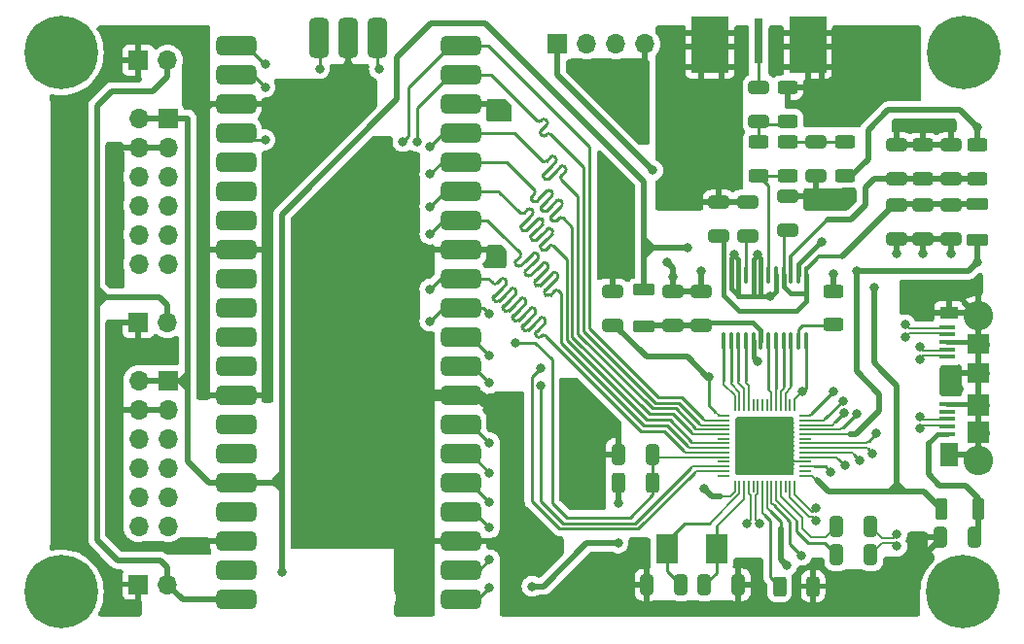
<source format=gbr>
%TF.GenerationSoftware,KiCad,Pcbnew,8.0.4*%
%TF.CreationDate,2024-09-14T20:21:27+07:00*%
%TF.ProjectId,FT600_RP2040,46543630-305f-4525-9032-3034302e6b69,rev?*%
%TF.SameCoordinates,PX7735940PY61c06a0*%
%TF.FileFunction,Copper,L1,Top*%
%TF.FilePolarity,Positive*%
%FSLAX46Y46*%
G04 Gerber Fmt 4.6, Leading zero omitted, Abs format (unit mm)*
G04 Created by KiCad (PCBNEW 8.0.4) date 2024-09-14 20:21:27*
%MOMM*%
%LPD*%
G01*
G04 APERTURE LIST*
G04 Aperture macros list*
%AMRoundRect*
0 Rectangle with rounded corners*
0 $1 Rounding radius*
0 $2 $3 $4 $5 $6 $7 $8 $9 X,Y pos of 4 corners*
0 Add a 4 corners polygon primitive as box body*
4,1,4,$2,$3,$4,$5,$6,$7,$8,$9,$2,$3,0*
0 Add four circle primitives for the rounded corners*
1,1,$1+$1,$2,$3*
1,1,$1+$1,$4,$5*
1,1,$1+$1,$6,$7*
1,1,$1+$1,$8,$9*
0 Add four rect primitives between the rounded corners*
20,1,$1+$1,$2,$3,$4,$5,0*
20,1,$1+$1,$4,$5,$6,$7,0*
20,1,$1+$1,$6,$7,$8,$9,0*
20,1,$1+$1,$8,$9,$2,$3,0*%
G04 Aperture macros list end*
%TA.AperFunction,SMDPad,CuDef*%
%ADD10RoundRect,0.050000X-0.450000X-0.050000X0.450000X-0.050000X0.450000X0.050000X-0.450000X0.050000X0*%
%TD*%
%TA.AperFunction,SMDPad,CuDef*%
%ADD11RoundRect,0.050000X-0.050000X-0.450000X0.050000X-0.450000X0.050000X0.450000X-0.050000X0.450000X0*%
%TD*%
%TA.AperFunction,HeatsinkPad*%
%ADD12R,3.900000X4.700000*%
%TD*%
%TA.AperFunction,SMDPad,CuDef*%
%ADD13RoundRect,0.250000X0.325000X0.650000X-0.325000X0.650000X-0.325000X-0.650000X0.325000X-0.650000X0*%
%TD*%
%TA.AperFunction,SMDPad,CuDef*%
%ADD14R,1.350000X0.400000*%
%TD*%
%TA.AperFunction,ComponentPad*%
%ADD15C,2.580000*%
%TD*%
%TA.AperFunction,SMDPad,CuDef*%
%ADD16R,1.900000X1.900000*%
%TD*%
%TA.AperFunction,SMDPad,CuDef*%
%ADD17R,1.900000X1.800000*%
%TD*%
%TA.AperFunction,SMDPad,CuDef*%
%ADD18R,1.600000X1.000000*%
%TD*%
%TA.AperFunction,SMDPad,CuDef*%
%ADD19R,1.600000X2.100000*%
%TD*%
%TA.AperFunction,ComponentPad*%
%ADD20C,0.800000*%
%TD*%
%TA.AperFunction,ComponentPad*%
%ADD21C,6.400000*%
%TD*%
%TA.AperFunction,SMDPad,CuDef*%
%ADD22RoundRect,0.425000X1.325000X0.425000X-1.325000X0.425000X-1.325000X-0.425000X1.325000X-0.425000X0*%
%TD*%
%TA.AperFunction,SMDPad,CuDef*%
%ADD23RoundRect,0.425000X-0.425000X1.325000X-0.425000X-1.325000X0.425000X-1.325000X0.425000X1.325000X0*%
%TD*%
%TA.AperFunction,ComponentPad*%
%ADD24R,1.700000X1.700000*%
%TD*%
%TA.AperFunction,ComponentPad*%
%ADD25O,1.700000X1.700000*%
%TD*%
%TA.AperFunction,SMDPad,CuDef*%
%ADD26R,1.900000X2.600000*%
%TD*%
%TA.AperFunction,SMDPad,CuDef*%
%ADD27RoundRect,0.250000X0.625000X-0.312500X0.625000X0.312500X-0.625000X0.312500X-0.625000X-0.312500X0*%
%TD*%
%TA.AperFunction,SMDPad,CuDef*%
%ADD28RoundRect,0.250000X0.650000X-0.325000X0.650000X0.325000X-0.650000X0.325000X-0.650000X-0.325000X0*%
%TD*%
%TA.AperFunction,SMDPad,CuDef*%
%ADD29R,0.700000X4.000000*%
%TD*%
%TA.AperFunction,SMDPad,CuDef*%
%ADD30R,3.200000X4.900000*%
%TD*%
%TA.AperFunction,SMDPad,CuDef*%
%ADD31RoundRect,0.250000X-0.275000X-0.700000X0.275000X-0.700000X0.275000X0.700000X-0.275000X0.700000X0*%
%TD*%
%TA.AperFunction,SMDPad,CuDef*%
%ADD32RoundRect,0.250000X0.312500X0.625000X-0.312500X0.625000X-0.312500X-0.625000X0.312500X-0.625000X0*%
%TD*%
%TA.AperFunction,SMDPad,CuDef*%
%ADD33RoundRect,0.250000X-0.325000X-0.650000X0.325000X-0.650000X0.325000X0.650000X-0.325000X0.650000X0*%
%TD*%
%TA.AperFunction,SMDPad,CuDef*%
%ADD34RoundRect,0.100000X-0.100000X0.637500X-0.100000X-0.637500X0.100000X-0.637500X0.100000X0.637500X0*%
%TD*%
%TA.AperFunction,SMDPad,CuDef*%
%ADD35RoundRect,0.250000X0.700000X-0.275000X0.700000X0.275000X-0.700000X0.275000X-0.700000X-0.275000X0*%
%TD*%
%TA.AperFunction,SMDPad,CuDef*%
%ADD36RoundRect,0.250000X-0.625000X0.312500X-0.625000X-0.312500X0.625000X-0.312500X0.625000X0.312500X0*%
%TD*%
%TA.AperFunction,SMDPad,CuDef*%
%ADD37RoundRect,0.250000X-0.650000X0.325000X-0.650000X-0.325000X0.650000X-0.325000X0.650000X0.325000X0*%
%TD*%
%TA.AperFunction,SMDPad,CuDef*%
%ADD38RoundRect,0.250000X-0.700000X0.275000X-0.700000X-0.275000X0.700000X-0.275000X0.700000X0.275000X0*%
%TD*%
%TA.AperFunction,ViaPad*%
%ADD39C,0.800000*%
%TD*%
%TA.AperFunction,Conductor*%
%ADD40C,0.200000*%
%TD*%
%TA.AperFunction,Conductor*%
%ADD41C,0.500000*%
%TD*%
%TA.AperFunction,Conductor*%
%ADD42C,0.250000*%
%TD*%
%TA.AperFunction,Conductor*%
%ADD43C,0.400000*%
%TD*%
%TA.AperFunction,Conductor*%
%ADD44C,1.000000*%
%TD*%
%TA.AperFunction,Conductor*%
%ADD45C,0.300000*%
%TD*%
G04 APERTURE END LIST*
D10*
%TO.P,IC2,1,AVDD*%
%TO.N,Net-(IC2-AVDD)*%
X61200000Y18850000D03*
%TO.P,IC2,2,BE_0*%
%TO.N,BE_0*%
X61200000Y18450000D03*
%TO.P,IC2,3,BE_1*%
%TO.N,BE_1*%
X61200000Y18050000D03*
%TO.P,IC2,4,TXE_N*%
%TO.N,TXE_N*%
X61200000Y17650000D03*
%TO.P,IC2,5,RXF_N*%
%TO.N,RXF_N*%
X61200000Y17250000D03*
%TO.P,IC2,6,SIWU_N*%
%TO.N,unconnected-(IC2-SIWU_N-Pad6)*%
X61200000Y16850000D03*
%TO.P,IC2,7,WR_N*%
%TO.N,WR_N*%
X61200000Y16450000D03*
%TO.P,IC2,8,RD_N*%
%TO.N,RD_N*%
X61200000Y16050000D03*
%TO.P,IC2,9,OE_N*%
%TO.N,OE_N*%
X61200000Y15650000D03*
%TO.P,IC2,10,~{RESET_N}*%
%TO.N,~{RESET_N}*%
X61200000Y15250000D03*
%TO.P,IC2,11,~{WAKEUP_N}*%
%TO.N,unconnected-(IC2-~{WAKEUP_N}-Pad11)*%
X61200000Y14850000D03*
%TO.P,IC2,12,GPIO0*%
%TO.N,GPIO0*%
X61200000Y14450000D03*
%TO.P,IC2,13,GPIO1*%
%TO.N,GPIO1*%
X61200000Y14050000D03*
%TO.P,IC2,14,RESERVED*%
%TO.N,unconnected-(IC2-RESERVED-Pad14)*%
X61200000Y13650000D03*
D11*
%TO.P,IC2,15,VCC33*%
%TO.N,+3.3V*%
X62150000Y12700000D03*
%TO.P,IC2,16,XI*%
%TO.N,Net-(IC2-XI)*%
X62550000Y12700000D03*
%TO.P,IC2,17,XO*%
%TO.N,Net-(IC2-XO)*%
X62950000Y12700000D03*
%TO.P,IC2,18,DP*%
%TO.N,D+*%
X63350000Y12700000D03*
%TO.P,IC2,19*%
%TO.N,N/C*%
X63750000Y12700000D03*
%TO.P,IC2,20,DM*%
%TO.N,D-*%
X64150000Y12700000D03*
%TO.P,IC2,21,RREF*%
%TO.N,Net-(IC2-RREF)*%
X64550000Y12700000D03*
%TO.P,IC2,22,VDDA*%
%TO.N,+3.3V*%
X64950000Y12700000D03*
%TO.P,IC2,23,VD10*%
%TO.N,Net-(IC2-AVDD)*%
X65350000Y12700000D03*
%TO.P,IC2,24,TODN*%
%TO.N,Net-(IC2-TODN)*%
X65750000Y12700000D03*
%TO.P,IC2,25,TODP*%
%TO.N,Net-(IC2-TODP)*%
X66150000Y12700000D03*
%TO.P,IC2,26*%
%TO.N,N/C*%
X66550000Y12700000D03*
%TO.P,IC2,27,RIDN*%
%TO.N,SSRX-*%
X66950000Y12700000D03*
%TO.P,IC2,28,RIDP*%
%TO.N,SSRX+*%
X67350000Y12700000D03*
D10*
%TO.P,IC2,29,VBUS*%
%TO.N,+5V*%
X68300000Y13650000D03*
%TO.P,IC2,30*%
%TO.N,N/C*%
X68300000Y14050000D03*
%TO.P,IC2,31,DV10*%
%TO.N,Net-(IC2-AVDD)*%
X68300000Y14450000D03*
%TO.P,IC2,32,GND*%
%TO.N,GNDD*%
X68300000Y14850000D03*
%TO.P,IC2,33,DATA_0*%
%TO.N,DATA_0*%
X68300000Y15250000D03*
%TO.P,IC2,34,DATA_1*%
%TO.N,DATA_1*%
X68300000Y15650000D03*
%TO.P,IC2,35,DATA_2*%
%TO.N,DATA_2*%
X68300000Y16050000D03*
%TO.P,IC2,36,DATA_3*%
%TO.N,DATA_3*%
X68300000Y16450000D03*
%TO.P,IC2,37*%
%TO.N,N/C*%
X68300000Y16850000D03*
%TO.P,IC2,38,VCCIO*%
%TO.N,+3.3V*%
X68300000Y17250000D03*
%TO.P,IC2,39,DATA_4*%
%TO.N,DATA_4*%
X68300000Y17650000D03*
%TO.P,IC2,40,DATA_5*%
%TO.N,DATA_5*%
X68300000Y18050000D03*
%TO.P,IC2,41,DATA_6*%
%TO.N,DATA_6*%
X68300000Y18450000D03*
%TO.P,IC2,42,DATA_7*%
%TO.N,DATA_7*%
X68300000Y18850000D03*
D11*
%TO.P,IC2,43,CLK*%
%TO.N,CLK*%
X67350000Y19800000D03*
%TO.P,IC2,44*%
%TO.N,N/C*%
X66950000Y19800000D03*
%TO.P,IC2,45,DATA_8*%
%TO.N,DATA_8*%
X66550000Y19800000D03*
%TO.P,IC2,46,DATA_9*%
%TO.N,DATA_9*%
X66150000Y19800000D03*
%TO.P,IC2,47,DATA_10*%
%TO.N,DATA_10*%
X65750000Y19800000D03*
%TO.P,IC2,48,DATA_11*%
%TO.N,DATA_11*%
X65350000Y19800000D03*
%TO.P,IC2,49*%
%TO.N,N/C*%
X64950000Y19800000D03*
%TO.P,IC2,50*%
X64550000Y19800000D03*
%TO.P,IC2,51*%
X64150000Y19800000D03*
%TO.P,IC2,52*%
X63750000Y19800000D03*
%TO.P,IC2,53,DATA_12*%
%TO.N,DATA_12*%
X63350000Y19800000D03*
%TO.P,IC2,54,DATA_13*%
%TO.N,DATA_13*%
X62950000Y19800000D03*
%TO.P,IC2,55,DATA_14*%
%TO.N,DATA_14*%
X62550000Y19800000D03*
%TO.P,IC2,56,DATA_15*%
%TO.N,DATA_15*%
X62150000Y19800000D03*
D12*
%TO.P,IC2,57,GND*%
%TO.N,GNDD*%
X64750000Y16250000D03*
%TD*%
D13*
%TO.P,C5,1*%
%TO.N,~{RESET_N}*%
X54975000Y15500000D03*
%TO.P,C5,2*%
%TO.N,GNDD*%
X52025000Y15500000D03*
%TD*%
D14*
%TO.P,J8,1,1*%
%TO.N,Net-(C21-Pad2)*%
X80675000Y17285000D03*
%TO.P,J8,2,2*%
%TO.N,D-*%
X80675000Y17935000D03*
%TO.P,J8,3,3*%
%TO.N,D+*%
X80675000Y18585000D03*
%TO.P,J8,4,4*%
%TO.N,unconnected-(J8-Pad4)*%
X80675000Y19235000D03*
%TO.P,J8,5,5*%
%TO.N,GNDD*%
X80675000Y19885000D03*
%TO.P,J8,6,6*%
%TO.N,SSTX-*%
X80675000Y23985000D03*
%TO.P,J8,7,7*%
%TO.N,SSTX+*%
X80675000Y24635000D03*
%TO.P,J8,8,8*%
%TO.N,GNDD*%
X80675000Y25285000D03*
%TO.P,J8,9,9*%
%TO.N,SSRX-*%
X80675000Y25935000D03*
%TO.P,J8,10,10*%
%TO.N,SSRX+*%
X80675000Y26585000D03*
D15*
%TO.P,J8,MH1,MH1*%
%TO.N,GNDD*%
X83350000Y14950000D03*
%TO.P,J8,MH2,MH2*%
X83350000Y27550000D03*
D16*
%TO.P,J8,MP1,MP1*%
X83350000Y17385000D03*
%TO.P,J8,MP2,MP2*%
X83350000Y19785000D03*
D17*
%TO.P,J8,MP3,MP3*%
X83350000Y22585000D03*
%TO.P,J8,MP4,MP4*%
X83350000Y25085000D03*
D18*
%TO.P,J8,MP5,MP5*%
X80800000Y27835000D03*
D19*
%TO.P,J8,MP6,MP6*%
X80800000Y15485000D03*
%TD*%
D20*
%TO.P,REF\u002A\u002A,1*%
%TO.N,N/C*%
X1100000Y3500000D03*
X1802944Y5197056D03*
X1802944Y1802944D03*
X3500000Y5900000D03*
D21*
X3500000Y3500000D03*
D20*
X3500000Y1100000D03*
X5197056Y5197056D03*
X5197056Y1802944D03*
X5900000Y3500000D03*
%TD*%
D22*
%TO.P,U1,1,GPIO0*%
%TO.N,DATA_0*%
X38290000Y2870000D03*
%TO.P,U1,2,GPIO1*%
%TO.N,DATA_1*%
X38290000Y5410000D03*
%TO.P,U1,3,GND*%
%TO.N,GNDD*%
X38290000Y7950000D03*
%TO.P,U1,4,GPIO2*%
%TO.N,DATA_2*%
X38290000Y10490000D03*
%TO.P,U1,5,GPIO3*%
%TO.N,DATA_3*%
X38290000Y13030000D03*
%TO.P,U1,6,GPIO4*%
%TO.N,DATA_4*%
X38290000Y15570000D03*
%TO.P,U1,7,GPIO5*%
%TO.N,DATA_5*%
X38290000Y18110000D03*
%TO.P,U1,8,GND*%
%TO.N,GNDD*%
X38290000Y20650000D03*
%TO.P,U1,9,GPIO6*%
%TO.N,DATA_6*%
X38290000Y23190000D03*
%TO.P,U1,10,GPIO7*%
%TO.N,DATA_7*%
X38290000Y25730000D03*
%TO.P,U1,11,GPIO8*%
%TO.N,CLK*%
X38290000Y28270000D03*
%TO.P,U1,12,GPIO9*%
%TO.N,OE_N*%
X38290000Y30810000D03*
%TO.P,U1,13,GND*%
%TO.N,GNDD*%
X38290000Y33350000D03*
%TO.P,U1,14,GPIO10*%
%TO.N,RD_N*%
X38290000Y35890000D03*
%TO.P,U1,15,GPIO11*%
%TO.N,WR_N*%
X38290000Y38430000D03*
%TO.P,U1,16,GPIO12*%
%TO.N,RXF_N*%
X38290000Y40970000D03*
%TO.P,U1,17,GPIO13*%
%TO.N,TXE_N*%
X38290000Y43510000D03*
%TO.P,U1,18,GND*%
%TO.N,GNDD*%
X38290000Y46050000D03*
%TO.P,U1,19,GPIO14*%
%TO.N,BE_1*%
X38290000Y48590000D03*
%TO.P,U1,20,GPIO15*%
%TO.N,BE_0*%
X38290000Y51130000D03*
%TO.P,U1,21,GPIO16*%
%TO.N,GPIO1*%
X18710000Y51130000D03*
%TO.P,U1,22,GPIO17*%
%TO.N,GPIO0*%
X18710000Y48590000D03*
%TO.P,U1,23,GND*%
%TO.N,GNDD*%
X18710000Y46050000D03*
%TO.P,U1,24,GPIO18*%
%TO.N,~{RESET_N}*%
X18710000Y43510000D03*
%TO.P,U1,25,GPIO19*%
%TO.N,unconnected-(U1-GPIO19-Pad25)*%
X18710000Y40970000D03*
%TO.P,U1,26,GPIO20*%
%TO.N,unconnected-(U1-GPIO20-Pad26)*%
X18710000Y38430000D03*
%TO.P,U1,27,GPIO21*%
%TO.N,unconnected-(U1-GPIO21-Pad27)*%
X18710000Y35890000D03*
%TO.P,U1,28,GND*%
%TO.N,GNDD*%
X18710000Y33350000D03*
%TO.P,U1,29,GPIO22*%
%TO.N,unconnected-(U1-GPIO22-Pad29)*%
X18710000Y30810000D03*
%TO.P,U1,30,RUN*%
%TO.N,unconnected-(U1-RUN-Pad30)*%
X18710000Y28270000D03*
%TO.P,U1,31,GPIO26_ADC0*%
%TO.N,unconnected-(U1-GPIO26_ADC0-Pad31)*%
X18710000Y25730000D03*
%TO.P,U1,32,GPIO27_ADC1*%
%TO.N,unconnected-(U1-GPIO27_ADC1-Pad32)*%
X18710000Y23190000D03*
%TO.P,U1,33,AGND*%
%TO.N,GNDD*%
X18710000Y20650000D03*
%TO.P,U1,34,GPIO28_ADC2*%
%TO.N,unconnected-(U1-GPIO28_ADC2-Pad34)*%
X18710000Y18110000D03*
%TO.P,U1,35,ADC_VREF*%
%TO.N,unconnected-(U1-ADC_VREF-Pad35)*%
X18710000Y15570000D03*
%TO.P,U1,36,3V3*%
%TO.N,+3.3V*%
X18710000Y13030000D03*
%TO.P,U1,37,3V3_EN*%
%TO.N,unconnected-(U1-3V3_EN-Pad37)*%
X18710000Y10490000D03*
%TO.P,U1,38,GND*%
%TO.N,GNDD*%
X18710000Y7950000D03*
%TO.P,U1,39,VSYS*%
%TO.N,unconnected-(U1-VSYS-Pad39)*%
X18710000Y5410000D03*
%TO.P,U1,40,VBUS*%
%TO.N,+5V*%
X18710000Y2870000D03*
D23*
%TO.P,U1,41,SWCLK*%
%TO.N,SWCLK*%
X31040000Y51800000D03*
%TO.P,U1,42,GND*%
%TO.N,GNDD*%
X28500000Y51800000D03*
%TO.P,U1,43,SWDIO*%
%TO.N,SWDIO*%
X25960000Y51800000D03*
%TD*%
D13*
%TO.P,C13,1*%
%TO.N,Net-(IC2-XI)*%
X57450000Y4125000D03*
%TO.P,C13,2*%
%TO.N,GNDD*%
X54500000Y4125000D03*
%TD*%
D24*
%TO.P,J4,1,Pin_1*%
%TO.N,GNDD*%
X10225000Y49830000D03*
D25*
%TO.P,J4,2,Pin_2*%
%TO.N,+5V*%
X12765000Y49830000D03*
%TD*%
D26*
%TO.P,Y1,1,1*%
%TO.N,Net-(IC2-XI)*%
X56250000Y7300000D03*
%TO.P,Y1,2,2*%
%TO.N,Net-(IC2-XO)*%
X60550000Y7300000D03*
%TD*%
D27*
%TO.P,R1,1*%
%TO.N,Net-(C1-Pad2)*%
X66750000Y44537500D03*
%TO.P,R1,2*%
%TO.N,GNDA*%
X66750000Y47462500D03*
%TD*%
D24*
%TO.P,J3,1,1*%
%TO.N,+3.3V*%
X12790000Y21920000D03*
D25*
%TO.P,J3,2,2*%
X10250000Y21920000D03*
%TO.P,J3,3,3*%
%TO.N,GNDD*%
X12790000Y19380000D03*
%TO.P,J3,4,4*%
X10250000Y19380000D03*
%TO.P,J3,5,5*%
%TO.N,DATA_7*%
X12790000Y16840000D03*
%TO.P,J3,6,6*%
%TO.N,DATA_6*%
X10250000Y16840000D03*
%TO.P,J3,7,7*%
%TO.N,DATA_5*%
X12790000Y14300000D03*
%TO.P,J3,8,8*%
%TO.N,DATA_4*%
X10250000Y14300000D03*
%TO.P,J3,9,9*%
%TO.N,DATA_3*%
X12790000Y11760000D03*
%TO.P,J3,10,10*%
%TO.N,DATA_2*%
X10250000Y11760000D03*
%TO.P,J3,11,11*%
%TO.N,DATA_1*%
X12790000Y9220000D03*
%TO.P,J3,12,12*%
%TO.N,DATA_0*%
X10250000Y9220000D03*
%TD*%
D27*
%TO.P,R4,1*%
%TO.N,Net-(U4-VIN)*%
X66750000Y39787500D03*
%TO.P,R4,2*%
%TO.N,Net-(C2-Pad2)*%
X66750000Y42712500D03*
%TD*%
D20*
%TO.P,REF\u002A\u002A,1*%
%TO.N,N/C*%
X79652944Y50552944D03*
X80355888Y52250000D03*
X80355888Y48855888D03*
X82052944Y52952944D03*
D21*
X82052944Y50552944D03*
D20*
X82052944Y48152944D03*
X83750000Y52250000D03*
X83750000Y48855888D03*
X84452944Y50552944D03*
%TD*%
D28*
%TO.P,C9,1*%
%TO.N,/DRVD*%
X59250000Y26775000D03*
%TO.P,C9,2*%
%TO.N,GNDA*%
X59250000Y29725000D03*
%TD*%
%TO.P,C12,1*%
%TO.N,/VA*%
X60750000Y34525000D03*
%TO.P,C12,2*%
%TO.N,GNDA*%
X60750000Y37475000D03*
%TD*%
D29*
%TO.P,J7,1,In*%
%TO.N,Net-(J7-In)*%
X64250000Y51500000D03*
D30*
%TO.P,J7,2,Ext*%
%TO.N,GNDA*%
X68500000Y51175000D03*
X60000000Y51175000D03*
%TD*%
D27*
%TO.P,R7,1*%
%TO.N,Net-(U4-PD)*%
X70750000Y26787500D03*
%TO.P,R7,2*%
%TO.N,GNDA*%
X70750000Y29712500D03*
%TD*%
D31*
%TO.P,FB1,1*%
%TO.N,+5V*%
X80175000Y10750000D03*
%TO.P,FB1,2*%
%TO.N,Net-(C21-Pad2)*%
X83325000Y10750000D03*
%TD*%
D32*
%TO.P,R5,1*%
%TO.N,GNDD*%
X68962500Y4000000D03*
%TO.P,R5,2*%
%TO.N,Net-(IC2-RREF)*%
X66037500Y4000000D03*
%TD*%
D28*
%TO.P,C10,1*%
%TO.N,/VA*%
X66750000Y35025000D03*
%TO.P,C10,2*%
%TO.N,GNDA*%
X66750000Y37975000D03*
%TD*%
D33*
%TO.P,C15,1*%
%TO.N,Net-(IC2-XO)*%
X59500000Y4125000D03*
%TO.P,C15,2*%
%TO.N,GNDD*%
X62450000Y4125000D03*
%TD*%
D28*
%TO.P,C11,1*%
%TO.N,/DRVD*%
X56750000Y26775000D03*
%TO.P,C11,2*%
%TO.N,GNDA*%
X56750000Y29725000D03*
%TD*%
D13*
%TO.P,C16,1*%
%TO.N,SSTX-*%
X73975000Y6750000D03*
%TO.P,C16,2*%
%TO.N,Net-(IC2-TODN)*%
X71025000Y6750000D03*
%TD*%
%TO.P,C18,1*%
%TO.N,SSTX+*%
X73975000Y9250000D03*
%TO.P,C18,2*%
%TO.N,Net-(IC2-TODP)*%
X71025000Y9250000D03*
%TD*%
D28*
%TO.P,C17,1*%
%TO.N,Net-(U4-VRM)*%
X63250000Y34525000D03*
%TO.P,C17,2*%
%TO.N,GNDA*%
X63250000Y37475000D03*
%TD*%
D34*
%TO.P,U4,1,VA*%
%TO.N,/VA*%
X68325000Y31112500D03*
%TO.P,U4,2,AGND*%
%TO.N,GNDA*%
X67675000Y31112500D03*
%TO.P,U4,3,VRT*%
%TO.N,/VRT*%
X67025000Y31112500D03*
%TO.P,U4,4,VA*%
%TO.N,/VA*%
X66375000Y31112500D03*
%TO.P,U4,5,AGND*%
%TO.N,GNDA*%
X65725000Y31112500D03*
%TO.P,U4,6,VIN*%
%TO.N,Net-(U4-VIN)*%
X65075000Y31112500D03*
%TO.P,U4,7,GND*%
%TO.N,GNDA*%
X64425000Y31112500D03*
%TO.P,U4,8,AGND*%
X63775000Y31112500D03*
%TO.P,U4,9,VRM*%
%TO.N,Net-(U4-VRM)*%
X63125000Y31112500D03*
%TO.P,U4,10,VRB*%
%TO.N,GNDA*%
X62475000Y31112500D03*
%TO.P,U4,11,AGND*%
X61825000Y31112500D03*
%TO.P,U4,12,VA*%
%TO.N,/VA*%
X61175000Y31112500D03*
%TO.P,U4,13,D7*%
%TO.N,DATA_15*%
X61175000Y25387500D03*
%TO.P,U4,14,D6*%
%TO.N,DATA_14*%
X61825000Y25387500D03*
%TO.P,U4,15,D5*%
%TO.N,DATA_13*%
X62475000Y25387500D03*
%TO.P,U4,16,D4*%
%TO.N,DATA_12*%
X63125000Y25387500D03*
%TO.P,U4,17,DRGND*%
%TO.N,GNDA*%
X63775000Y25387500D03*
%TO.P,U4,18,DRVD*%
%TO.N,/DRVD*%
X64425000Y25387500D03*
%TO.P,U4,19,D3*%
%TO.N,DATA_11*%
X65075000Y25387500D03*
%TO.P,U4,20,D2*%
%TO.N,DATA_10*%
X65725000Y25387500D03*
%TO.P,U4,21,D1*%
%TO.N,DATA_9*%
X66375000Y25387500D03*
%TO.P,U4,22,D0*%
%TO.N,DATA_8*%
X67025000Y25387500D03*
%TO.P,U4,23,PD*%
%TO.N,Net-(U4-PD)*%
X67675000Y25387500D03*
%TO.P,U4,24,CLK*%
%TO.N,CLK*%
X68325000Y25387500D03*
%TD*%
D35*
%TO.P,FB3,1*%
%TO.N,+3.3V*%
X83250000Y34175000D03*
%TO.P,FB3,2*%
%TO.N,/VA*%
X83250000Y37325000D03*
%TD*%
D28*
%TO.P,C20,1*%
%TO.N,/VRT*%
X81000000Y39525000D03*
%TO.P,C20,2*%
%TO.N,GNDA*%
X81000000Y42475000D03*
%TD*%
D36*
%TO.P,R8,1*%
%TO.N,GNDA*%
X78500000Y42462500D03*
%TO.P,R8,2*%
%TO.N,/VRT*%
X78500000Y39537500D03*
%TD*%
D37*
%TO.P,C6,1*%
%TO.N,/VA*%
X78500000Y37225000D03*
%TO.P,C6,2*%
%TO.N,GNDA*%
X78500000Y34275000D03*
%TD*%
D20*
%TO.P,REF\u002A\u002A,1*%
%TO.N,N/C*%
X1100000Y50500000D03*
X1802944Y52197056D03*
X1802944Y48802944D03*
X3500000Y52900000D03*
D21*
X3500000Y50500000D03*
D20*
X3500000Y48100000D03*
X5197056Y52197056D03*
X5197056Y48802944D03*
X5900000Y50500000D03*
%TD*%
D28*
%TO.P,C14,1*%
%TO.N,Net-(IC2-AVDD)*%
X51500000Y26775000D03*
%TO.P,C14,2*%
%TO.N,GNDD*%
X51500000Y29725000D03*
%TD*%
D20*
%TO.P,REF\u002A\u002A,1*%
%TO.N,N/C*%
X79600000Y3500000D03*
X80302944Y5197056D03*
X80302944Y1802944D03*
X82000000Y5900000D03*
D21*
X82000000Y3500000D03*
D20*
X82000000Y1100000D03*
X83697056Y5197056D03*
X83697056Y1802944D03*
X84400000Y3500000D03*
%TD*%
D36*
%TO.P,R9,1*%
%TO.N,+3.3V*%
X83250000Y42462500D03*
%TO.P,R9,2*%
%TO.N,/VRT*%
X83250000Y39537500D03*
%TD*%
D32*
%TO.P,R6,1*%
%TO.N,~{RESET_N}*%
X54962500Y13000000D03*
%TO.P,R6,2*%
%TO.N,+3.3V*%
X52037500Y13000000D03*
%TD*%
D36*
%TO.P,R2,1*%
%TO.N,Net-(C1-Pad2)*%
X64250000Y42712500D03*
%TO.P,R2,2*%
%TO.N,Net-(U4-VIN)*%
X64250000Y39787500D03*
%TD*%
D37*
%TO.P,C1,1*%
%TO.N,Net-(J7-In)*%
X64250000Y47475000D03*
%TO.P,C1,2*%
%TO.N,Net-(C1-Pad2)*%
X64250000Y44525000D03*
%TD*%
D33*
%TO.P,C21,1*%
%TO.N,GNDD*%
X80025000Y8250000D03*
%TO.P,C21,2*%
%TO.N,Net-(C21-Pad2)*%
X82975000Y8250000D03*
%TD*%
D24*
%TO.P,J5,1,1*%
%TO.N,+3.3V*%
X12790000Y44780000D03*
D25*
%TO.P,J5,2,2*%
X10250000Y44780000D03*
%TO.P,J5,3,3*%
%TO.N,GNDD*%
X12790000Y42240000D03*
%TO.P,J5,4,4*%
X10250000Y42240000D03*
%TO.P,J5,5,5*%
%TO.N,BE_0*%
X12790000Y39700000D03*
%TO.P,J5,6,6*%
%TO.N,BE_1*%
X10250000Y39700000D03*
%TO.P,J5,7,7*%
%TO.N,TXE_N*%
X12790000Y37160000D03*
%TO.P,J5,8,8*%
%TO.N,RXF_N*%
X10250000Y37160000D03*
%TO.P,J5,9,9*%
%TO.N,WR_N*%
X12790000Y34620000D03*
%TO.P,J5,10,10*%
%TO.N,RD_N*%
X10250000Y34620000D03*
%TO.P,J5,11,11*%
%TO.N,OE_N*%
X12790000Y32080000D03*
%TO.P,J5,12,12*%
%TO.N,CLK*%
X10250000Y32080000D03*
%TD*%
D38*
%TO.P,FB2,1*%
%TO.N,+3.3V*%
X54250000Y29825000D03*
%TO.P,FB2,2*%
%TO.N,/DRVD*%
X54250000Y26675000D03*
%TD*%
D37*
%TO.P,C8,1*%
%TO.N,/VA*%
X76250000Y37225000D03*
%TO.P,C8,2*%
%TO.N,GNDA*%
X76250000Y34275000D03*
%TD*%
D36*
%TO.P,R3,1*%
%TO.N,Net-(C2-Pad2)*%
X71750000Y42712500D03*
%TO.P,R3,2*%
%TO.N,+3.3V*%
X71750000Y39787500D03*
%TD*%
D24*
%TO.P,J6,1,Pin_1*%
%TO.N,GNDD*%
X10225000Y4170000D03*
D25*
%TO.P,J6,2,Pin_2*%
%TO.N,+5V*%
X12765000Y4170000D03*
%TD*%
D28*
%TO.P,C19,1*%
%TO.N,/VRT*%
X76250000Y39525000D03*
%TO.P,C19,2*%
%TO.N,GNDA*%
X76250000Y42475000D03*
%TD*%
%TO.P,C2,1*%
%TO.N,GNDA*%
X69250000Y39775000D03*
%TO.P,C2,2*%
%TO.N,Net-(C2-Pad2)*%
X69250000Y42725000D03*
%TD*%
D37*
%TO.P,C7,1*%
%TO.N,/VA*%
X81000000Y37225000D03*
%TO.P,C7,2*%
%TO.N,GNDA*%
X81000000Y34275000D03*
%TD*%
D24*
%TO.P,J1,1,Pin_1*%
%TO.N,+5V*%
X46700000Y51250000D03*
D25*
%TO.P,J1,2,Pin_2*%
%TO.N,SWCLK*%
X49240000Y51250000D03*
%TO.P,J1,3,Pin_3*%
%TO.N,SWDIO*%
X51780000Y51250000D03*
%TO.P,J1,4,Pin_4*%
%TO.N,GNDD*%
X54320000Y51250000D03*
%TD*%
D24*
%TO.P,J2,1,Pin_1*%
%TO.N,GNDD*%
X10225000Y27000000D03*
D25*
%TO.P,J2,2,Pin_2*%
%TO.N,+5V*%
X12765000Y27000000D03*
%TD*%
D39*
%TO.N,+3.3V*%
X59500000Y12500000D03*
X44500000Y4000000D03*
X22750000Y5250000D03*
X72750000Y31500000D03*
X83250000Y44000000D03*
X52000000Y11250000D03*
X58000000Y33500000D03*
X83250000Y32250000D03*
X52000000Y7750000D03*
X66700000Y5800000D03*
%TO.N,DATA_5*%
X40800000Y16500000D03*
X71675000Y19100000D03*
%TO.N,BE_0*%
X33250000Y42750000D03*
%TO.N,+5V*%
X55000000Y40250000D03*
X74250000Y30000000D03*
%TO.N,DATA_4*%
X72750000Y19050000D03*
X40800000Y13900000D03*
%TO.N,BE_1*%
X34500000Y42750000D03*
%TO.N,Net-(IC2-AVDD)*%
X70500000Y13975000D03*
X67950000Y6700000D03*
X59900000Y22250000D03*
%TO.N,SSRX-*%
X69250000Y9725000D03*
X77000000Y25735000D03*
%TO.N,TXE_N*%
X35600000Y42300000D03*
%TO.N,SWCLK*%
X31200000Y49100000D03*
%TO.N,SWDIO*%
X26000000Y49100000D03*
%TO.N,GPIO0*%
X45250000Y21500000D03*
X21250000Y47500000D03*
%TO.N,CLK*%
X40750000Y27750000D03*
X35600000Y27100000D03*
X68050000Y20975000D03*
%TO.N,DATA_2*%
X40800000Y9100000D03*
X74150000Y15550000D03*
%TO.N,DATA_7*%
X70750000Y21000000D03*
X40800000Y24100000D03*
%TO.N,~{RESET_N}*%
X43050000Y25225000D03*
X21250000Y42900000D03*
%TO.N,D-*%
X78300000Y17735000D03*
X64275000Y9500000D03*
%TO.N,GPIO1*%
X45250000Y23000000D03*
X21250000Y49500000D03*
%TO.N,RXF_N*%
X35600000Y39900000D03*
%TO.N,D+*%
X63225000Y9500000D03*
X78300000Y18785000D03*
%TO.N,WR_N*%
X35600000Y37100000D03*
%TO.N,DATA_6*%
X40800000Y21700000D03*
X71550000Y20150000D03*
%TO.N,DATA_3*%
X40800000Y11300000D03*
X74450000Y17300000D03*
%TO.N,DATA_0*%
X40800000Y3900000D03*
X71750000Y14500000D03*
%TO.N,SSRX+*%
X69250000Y10775000D03*
X77000000Y26785000D03*
%TO.N,GNDD*%
X32250000Y25750000D03*
X81500000Y21750000D03*
X28500000Y49500000D03*
X24250000Y21250000D03*
X52500000Y44500000D03*
X25500000Y41250000D03*
X78750000Y6825000D03*
X35500000Y25500000D03*
X70750000Y3000000D03*
X52800000Y4100000D03*
X28250000Y25750000D03*
X21750000Y45250000D03*
X53750000Y49000000D03*
X63250000Y15000000D03*
X42500000Y2000000D03*
X32250000Y21250000D03*
X46750000Y7000000D03*
X35500000Y2000000D03*
X50500000Y14050000D03*
X31500000Y29500000D03*
X53000000Y38250000D03*
X50750000Y46250000D03*
X35500000Y4500000D03*
X8000000Y8500000D03*
X53750000Y46000000D03*
X53750000Y43500000D03*
X50250000Y4250000D03*
X77750000Y30250000D03*
X49500000Y49250000D03*
X64750000Y15000000D03*
X50750000Y40750000D03*
X30250000Y46250000D03*
X24250000Y25750000D03*
X53000000Y31500000D03*
X41750000Y32500000D03*
X33250000Y6000000D03*
X48000000Y49250000D03*
X33250000Y2000000D03*
X77750000Y28250000D03*
X26250000Y46750000D03*
X24250000Y29500000D03*
X80500000Y22750000D03*
X53000000Y35250000D03*
X54000000Y6250000D03*
X54000000Y7750000D03*
X66250000Y15000000D03*
X50750000Y38250000D03*
X26750000Y42750000D03*
X47950000Y11400000D03*
X64000000Y4100000D03*
X8250000Y30500000D03*
X70750000Y4750000D03*
X50750000Y35250000D03*
X29000000Y40750000D03*
X52000000Y6250000D03*
X28250000Y21250000D03*
X28250000Y46250000D03*
X48000000Y21750000D03*
X50750000Y31500000D03*
X15750000Y42750000D03*
X45500000Y5750000D03*
X42250000Y45000000D03*
X50425000Y11550000D03*
X47500000Y4250000D03*
X31250000Y42750000D03*
X28250000Y29500000D03*
X30250000Y42000000D03*
%TO.N,GNDA*%
X56500000Y47500000D03*
X56250000Y41500000D03*
X68525000Y47475000D03*
X78500000Y44000000D03*
X56250000Y37500000D03*
X64125000Y32875000D03*
X62250000Y39000000D03*
X56250000Y43500000D03*
X70750000Y38000000D03*
X58750000Y37500000D03*
X70750000Y47500000D03*
X72250000Y38000000D03*
X62750000Y52250000D03*
X68750000Y46000000D03*
X65750000Y49500000D03*
X56500000Y49500000D03*
X71250000Y49250000D03*
X62250000Y41500000D03*
X81000000Y44000000D03*
X76250000Y33000000D03*
X71250000Y52250000D03*
X60775000Y38925000D03*
X62125000Y32875000D03*
X56500000Y52400000D03*
X65250000Y29250000D03*
X56250000Y45500000D03*
X69750000Y34000000D03*
X56750000Y31000000D03*
X68975000Y37975000D03*
X56250000Y32250000D03*
X56500000Y51000000D03*
X62750000Y51000000D03*
X62250000Y43500000D03*
X74000000Y52250000D03*
X57500000Y48000000D03*
X71500000Y44500000D03*
X62750000Y49500000D03*
X71250000Y51000000D03*
X78500000Y33000000D03*
X70750000Y31250000D03*
X64100000Y23625000D03*
X81000000Y33000000D03*
X77750000Y52250000D03*
X76250000Y44050000D03*
X62250000Y45500000D03*
X59250000Y31500000D03*
X62250000Y47500000D03*
X68750000Y44500000D03*
X65750000Y52250000D03*
%TO.N,RD_N*%
X35600000Y34700000D03*
%TO.N,DATA_1*%
X73050000Y15000000D03*
X40800000Y6300000D03*
%TO.N,OE_N*%
X35600000Y29900000D03*
%TO.N,SSTX-*%
X76250000Y7475000D03*
X78250000Y23785000D03*
%TO.N,SSTX+*%
X78250000Y24835000D03*
X76250000Y8525000D03*
%TD*%
D40*
%TO.N,+3.3V*%
X62150000Y12250000D02*
X62150000Y12700000D01*
X61750000Y11850000D02*
X62150000Y12250000D01*
X60950000Y11850000D02*
X61750000Y11850000D01*
D41*
X60150000Y11850000D02*
X59500000Y12500000D01*
X60950000Y11850000D02*
X60150000Y11850000D01*
D40*
X62150000Y12700000D02*
X62150000Y12800000D01*
%TO.N,Net-(IC2-AVDD)*%
X60425000Y19225000D02*
X60800000Y18850000D01*
X60800000Y18850000D02*
X61500000Y18850000D01*
D42*
X59900000Y22250000D02*
X59900000Y19750000D01*
X59900000Y19750000D02*
X60425000Y19225000D01*
D40*
%TO.N,DATA_15*%
X61175000Y21575000D02*
X62150000Y20600000D01*
X61175000Y21875000D02*
X61175000Y21575000D01*
D42*
X61175000Y21875000D02*
X61175000Y25387500D01*
D40*
X62150000Y20600000D02*
X62150000Y19500000D01*
%TO.N,DATA_14*%
X62550000Y20900000D02*
X62550000Y19500000D01*
X61825000Y21625000D02*
X62550000Y20900000D01*
X61825000Y21850000D02*
X61825000Y21625000D01*
D42*
X61825000Y25387500D02*
X61825000Y21850000D01*
%TO.N,DATA_13*%
X62475000Y21900000D02*
X62475000Y25387500D01*
D40*
X62475000Y21725000D02*
X62950000Y21250000D01*
X62475000Y21900000D02*
X62475000Y21725000D01*
X62950000Y21250000D02*
X62950000Y19500000D01*
D42*
%TO.N,DATA_12*%
X63125000Y25387500D02*
X63125000Y21900000D01*
D40*
X63125000Y21725000D02*
X63350000Y21500000D01*
X63350000Y21500000D02*
X63350000Y19500000D01*
X63125000Y21900000D02*
X63125000Y21725000D01*
D42*
%TO.N,DATA_9*%
X66375000Y21400000D02*
X66375000Y25387500D01*
D40*
X66150000Y21000000D02*
X66150000Y19500000D01*
X66375000Y21225000D02*
X66150000Y21000000D01*
X66375000Y21400000D02*
X66375000Y21225000D01*
%TO.N,DATA_11*%
X65075000Y21175000D02*
X65350000Y20900000D01*
X65350000Y20900000D02*
X65350000Y19500000D01*
D42*
X65075000Y21175000D02*
X65075000Y25387500D01*
D40*
%TO.N,DATA_10*%
X65750000Y19800000D02*
X65750000Y21200000D01*
D42*
X65750000Y25362500D02*
X65725000Y25387500D01*
X65750000Y21200000D02*
X65750000Y25362500D01*
D40*
%TO.N,DATA_8*%
X66550000Y20800000D02*
X66550000Y19500000D01*
X67025000Y21275000D02*
X66550000Y20800000D01*
X67025000Y21500000D02*
X67025000Y21275000D01*
D42*
X67025000Y21500000D02*
X67025000Y25387500D01*
D40*
%TO.N,D+*%
X63524999Y9799999D02*
X63225000Y9500000D01*
X63524999Y10999999D02*
X63524999Y9799999D01*
X63350000Y12099999D02*
X63525000Y11924999D01*
X63525000Y11924999D02*
X63525000Y11000000D01*
X63350000Y12800000D02*
X63350000Y12099999D01*
X63525000Y11000000D02*
X63524999Y10999999D01*
%TO.N,D-*%
X63975001Y9799999D02*
X64275000Y9500000D01*
X63975000Y11000000D02*
X63975001Y10999999D01*
X63975001Y10999999D02*
X63975001Y9799999D01*
X64150000Y12099999D02*
X63975000Y11924999D01*
X63975000Y11924999D02*
X63975000Y11000000D01*
X64150000Y12800000D02*
X64150000Y12099999D01*
D41*
%TO.N,+3.3V*%
X22070000Y13220000D02*
X22700000Y13850000D01*
X14500000Y22250000D02*
X14170000Y21920000D01*
X10250000Y21920000D02*
X12790000Y21920000D01*
X13830000Y21920000D02*
X14500000Y21250000D01*
X66200000Y6300000D02*
X66200000Y9000000D01*
X22705000Y13030000D02*
X22700000Y13035000D01*
X54250000Y32750000D02*
X54250000Y34250000D01*
X14500000Y44735000D02*
X14500000Y23250000D01*
X73750000Y41250000D02*
X73750000Y43750000D01*
X81750000Y45500000D02*
X83250000Y44000000D01*
X22075000Y13030000D02*
X22070000Y13030000D01*
X71750000Y39787500D02*
X72287500Y39787500D01*
X14500000Y14900000D02*
X14500000Y21250000D01*
X14170000Y21920000D02*
X12790000Y21920000D01*
X22070000Y13030000D02*
X22700000Y12400000D01*
X19610000Y13030000D02*
X21750000Y13030000D01*
X22075000Y13030000D02*
X22705000Y13030000D01*
X22700000Y13035000D02*
X22700000Y13850000D01*
D40*
X72150000Y17250000D02*
X68000000Y17250000D01*
D41*
X72287500Y39787500D02*
X73750000Y41250000D01*
X12790000Y44780000D02*
X14545000Y44780000D01*
X72700000Y17250000D02*
X74750000Y19300000D01*
X54250000Y33500000D02*
X54250000Y32000000D01*
X83250000Y44000000D02*
X83250000Y42462500D01*
X74750000Y20750000D02*
X72750000Y22750000D01*
X55000000Y33500000D02*
X54250000Y33500000D01*
X14500000Y22500000D02*
X14500000Y23250000D01*
X55000000Y33500000D02*
X54250000Y34250000D01*
X66700000Y5800000D02*
X66200000Y6300000D01*
X72150000Y17250000D02*
X72700000Y17250000D01*
X54250000Y31000000D02*
X54250000Y32250000D01*
X22700000Y13025000D02*
X22700000Y12400000D01*
X58000000Y33500000D02*
X55000000Y33500000D01*
X52000000Y12962500D02*
X52037500Y13000000D01*
X52000000Y7750000D02*
X49250000Y7750000D01*
X14545000Y44780000D02*
X14500000Y44735000D01*
X21750000Y13030000D02*
X22070000Y13030000D01*
X22070000Y13030000D02*
X22070000Y13220000D01*
X83250000Y34175000D02*
X83250000Y32250000D01*
X22750000Y5250000D02*
X22700000Y5300000D01*
X12790000Y21920000D02*
X13830000Y21920000D01*
X10250000Y44780000D02*
X12790000Y44780000D01*
X22705000Y13030000D02*
X22700000Y13025000D01*
X52000000Y11250000D02*
X52000000Y12962500D01*
X13900000Y21920000D02*
X14230000Y21920000D01*
X72750000Y22750000D02*
X72750000Y31500000D01*
X54250000Y39250000D02*
X40425000Y53075000D01*
D42*
X66200000Y9600000D02*
X66200000Y9000000D01*
D41*
X32750000Y50125000D02*
X32750000Y46425000D01*
D40*
X65200000Y10600000D02*
X64950000Y10850000D01*
D41*
X54250000Y32000000D02*
X54250000Y32750000D01*
X14500000Y21250000D02*
X14500000Y22500000D01*
X35700000Y53075000D02*
X32750000Y50125000D01*
X16370000Y13030000D02*
X14500000Y14900000D01*
X14275000Y21920000D02*
X13900000Y21920000D01*
X73750000Y43750000D02*
X75500000Y45500000D01*
X72750000Y31500000D02*
X82500000Y31500000D01*
X22700000Y5300000D02*
X22700000Y12400000D01*
X22700000Y36375000D02*
X22700000Y13850000D01*
X74750000Y19300000D02*
X74750000Y20750000D01*
D40*
X64950000Y10850000D02*
X64950000Y13000000D01*
D41*
X19610000Y13030000D02*
X16370000Y13030000D01*
X55000000Y33500000D02*
X54250000Y32750000D01*
X40425000Y53075000D02*
X35700000Y53075000D01*
X75500000Y45500000D02*
X81750000Y45500000D01*
X82500000Y31500000D02*
X83250000Y32250000D01*
X21750000Y13030000D02*
X22075000Y13030000D01*
D42*
X65200000Y10600000D02*
X66200000Y9600000D01*
D41*
X49250000Y7750000D02*
X45500000Y4000000D01*
X12790000Y21920000D02*
X13920000Y21920000D01*
X54250000Y31000000D02*
X54250000Y29825000D01*
X54250000Y32000000D02*
X54250000Y31000000D01*
X45500000Y4000000D02*
X44500000Y4000000D01*
X13920000Y21920000D02*
X14500000Y22500000D01*
D40*
X62150000Y12900000D02*
X62150000Y13000000D01*
D41*
X54250000Y34250000D02*
X54250000Y39250000D01*
X32750000Y46425000D02*
X22700000Y36375000D01*
D42*
%TO.N,DATA_5*%
X70912500Y18337500D02*
X71675000Y19100000D01*
D40*
X70912500Y18337500D02*
X70625000Y18050000D01*
D42*
X39190000Y18110000D02*
X37390000Y18110000D01*
D40*
X70625000Y18050000D02*
X68000000Y18050000D01*
D42*
X40800000Y16500000D02*
X39190000Y18110000D01*
%TO.N,BE_0*%
X49500000Y42300000D02*
X40670000Y51130000D01*
X55500000Y20500000D02*
X49500000Y26500000D01*
X49500000Y26500000D02*
X49500000Y42300000D01*
X59400000Y18600000D02*
X57500000Y20500000D01*
X33750000Y47490000D02*
X37390000Y51130000D01*
X57500000Y20500000D02*
X55500000Y20500000D01*
X33750000Y43250000D02*
X33750000Y47490000D01*
D40*
X59550000Y18450000D02*
X61500000Y18450000D01*
D42*
X40670000Y51130000D02*
X37390000Y51130000D01*
D40*
X59400000Y18600000D02*
X59550000Y18450000D01*
D42*
X33250000Y42750000D02*
X33750000Y43250000D01*
D41*
%TO.N,+5V*%
X74250000Y23500000D02*
X74250000Y30000000D01*
X6600000Y29175000D02*
X6625000Y29200000D01*
X75000000Y22750000D02*
X74250000Y23500000D01*
D40*
X68900000Y13650000D02*
X68000000Y13650000D01*
D41*
X76250000Y21500000D02*
X75000000Y22750000D01*
X6625000Y29200000D02*
X7575000Y29200000D01*
X76900000Y12250000D02*
X78650000Y12250000D01*
X78650000Y12250000D02*
X80150000Y10750000D01*
X76250000Y13050000D02*
X76250000Y12900000D01*
X69275000Y13300000D02*
X70325000Y12250000D01*
X12100000Y29200000D02*
X12765000Y28535000D01*
X7325000Y29200000D02*
X6600000Y28475000D01*
X6600000Y45900000D02*
X6600000Y29975000D01*
X7575000Y29200000D02*
X7325000Y29200000D01*
X8400000Y6250000D02*
X6600000Y8050000D01*
X12765000Y48440000D02*
X11500000Y47175000D01*
X12765000Y49830000D02*
X12765000Y48440000D01*
X76250000Y12250000D02*
X76250000Y13050000D01*
X76250000Y13050000D02*
X76250000Y21500000D01*
X55000000Y40250000D02*
X46700000Y48550000D01*
X7575000Y29200000D02*
X12100000Y29200000D01*
X7875000Y47175000D02*
X6600000Y45900000D01*
X7575000Y29200000D02*
X7400000Y29200000D01*
X76250000Y12250000D02*
X76900000Y12250000D01*
X14065000Y2870000D02*
X12765000Y4170000D01*
X80150000Y10750000D02*
X80175000Y10750000D01*
X11500000Y47175000D02*
X7875000Y47175000D01*
X75650000Y12250000D02*
X76250000Y12250000D01*
X12765000Y4170000D02*
X12765000Y5610000D01*
X6600000Y28475000D02*
X6600000Y29975000D01*
D40*
X69250000Y13300000D02*
X68900000Y13650000D01*
D41*
X6625000Y29975000D02*
X6600000Y29975000D01*
X70325000Y12250000D02*
X75650000Y12250000D01*
X76250000Y12850000D02*
X75650000Y12250000D01*
X12125000Y6250000D02*
X8400000Y6250000D01*
X19610000Y2870000D02*
X14065000Y2870000D01*
X12765000Y28535000D02*
X12765000Y27000000D01*
X76250000Y12900000D02*
X76900000Y12250000D01*
X7400000Y29200000D02*
X6625000Y29975000D01*
X6600000Y8050000D02*
X6600000Y28475000D01*
X12765000Y5610000D02*
X12125000Y6250000D01*
X76250000Y13050000D02*
X76250000Y12850000D01*
X46700000Y48550000D02*
X46700000Y51250000D01*
D42*
%TO.N,DATA_4*%
X39130000Y15570000D02*
X37390000Y15570000D01*
D40*
X71350000Y17650000D02*
X68000000Y17650000D01*
D42*
X72750000Y19050000D02*
X71550000Y17850000D01*
D40*
X71550000Y17850000D02*
X71350000Y17650000D01*
D42*
X40800000Y13900000D02*
X39130000Y15570000D01*
%TO.N,BE_1*%
X34500000Y42750000D02*
X34500000Y45700000D01*
X45363185Y44649661D02*
X45276467Y44562944D01*
X55250000Y20000000D02*
X49000000Y26250000D01*
X44852204Y44647796D02*
X44250000Y45250000D01*
X45359475Y43288299D02*
X45274619Y43373155D01*
X45531027Y43968973D02*
X45700732Y44138679D01*
D40*
X61500000Y18050000D02*
X59200000Y18050000D01*
D42*
X40910000Y48590000D02*
X37390000Y48590000D01*
X59050000Y18200000D02*
X57250000Y20000000D01*
X49000000Y40500000D02*
X46125000Y43375000D01*
X45531025Y43968973D02*
X45531027Y43968973D01*
X57250000Y20000000D02*
X55250000Y20000000D01*
X44937056Y44562944D02*
X44852204Y44647796D01*
X45700732Y44138679D02*
X45787450Y44225397D01*
X45787450Y44564808D02*
X45702597Y44649661D01*
X44250000Y45250000D02*
X40910000Y48590000D01*
X45785588Y43375000D02*
X45698885Y43288300D01*
X45361320Y43799268D02*
X45531025Y43968973D01*
X45274618Y43712567D02*
X45361320Y43799268D01*
D40*
X59200000Y18050000D02*
X59050000Y18200000D01*
D42*
X34500000Y45700000D02*
X37390000Y48590000D01*
X49000000Y26250000D02*
X49000000Y40500000D01*
X46125000Y43375000D02*
G75*
G03*
X45785588Y43375000I-169706J-169701D01*
G01*
X45698885Y43288300D02*
G75*
G02*
X45359496Y43288319I-169685J169700D01*
G01*
X45276467Y44562944D02*
G75*
G02*
X44937055Y44562943I-169706J169703D01*
G01*
X45787450Y44225397D02*
G75*
G03*
X45787448Y44564806I-169750J169703D01*
G01*
X45274619Y43373155D02*
G75*
G02*
X45274579Y43712606I169681J169745D01*
G01*
X45702597Y44649661D02*
G75*
G03*
X45363185Y44649661I-169706J-169704D01*
G01*
D41*
%TO.N,Net-(IC2-AVDD)*%
X51725000Y26775000D02*
X51500000Y26775000D01*
X59900000Y22250000D02*
X59750000Y22250000D01*
D40*
X65550000Y11050000D02*
X65350000Y11250000D01*
D41*
X58000000Y24000000D02*
X54500000Y24000000D01*
X59750000Y22250000D02*
X58000000Y24000000D01*
D42*
X67950000Y6700000D02*
X66950000Y7700000D01*
X70025000Y14450000D02*
X70500000Y13975000D01*
X69050000Y14450000D02*
X70025000Y14450000D01*
D41*
X54500000Y24000000D02*
X51725000Y26775000D01*
D42*
X66950000Y7700000D02*
X66950000Y9650000D01*
D40*
X65350000Y11250000D02*
X65350000Y13000000D01*
D42*
X66950000Y9650000D02*
X65550000Y11050000D01*
D40*
X69050000Y14450000D02*
X68000000Y14450000D01*
%TO.N,SSRX-*%
X77299999Y26034999D02*
X77000000Y25735000D01*
X66950000Y13000000D02*
X66950000Y11731800D01*
X80575001Y26034999D02*
X77299999Y26034999D01*
X68950001Y10024999D02*
X69250000Y9725000D01*
X68656801Y10024999D02*
X68950001Y10024999D01*
X80675000Y25935000D02*
X80575001Y26034999D01*
X66950000Y11731800D02*
X68656801Y10024999D01*
%TO.N,Net-(IC2-TODP)*%
X70050000Y8275000D02*
X68750000Y8275000D01*
X68750000Y8275000D02*
X68000000Y9025000D01*
X66150000Y11850000D02*
X66150000Y13000000D01*
X68000000Y9025000D02*
X68000000Y10000000D01*
X71025000Y9250000D02*
X70050000Y8275000D01*
X68000000Y10000000D02*
X66150000Y11850000D01*
D42*
%TO.N,Net-(IC2-RREF)*%
X65250000Y4787500D02*
X66037500Y4000000D01*
D40*
X64550000Y10400000D02*
X64750000Y10200000D01*
X64550000Y13000000D02*
X64550000Y10400000D01*
D42*
X64750000Y10200000D02*
X65250000Y9700000D01*
X65250000Y9700000D02*
X65250000Y4787500D01*
%TO.N,TXE_N*%
X58700000Y17800000D02*
X57000000Y19500000D01*
X57000000Y19500000D02*
X55000000Y19500000D01*
X45765281Y41074130D02*
X46118003Y41426855D01*
X45497429Y39618345D02*
X45582281Y39533493D01*
X55000000Y19500000D02*
X48500000Y26000000D01*
X46542267Y41002590D02*
X46189542Y40649868D01*
X48500000Y26000000D02*
X48500000Y38000000D01*
X46444100Y40055901D02*
X46444100Y40055900D01*
D40*
X58700000Y17800000D02*
X58850000Y17650000D01*
D42*
X47038068Y39461932D02*
X47122921Y39377079D01*
X35600000Y42300000D02*
X36810000Y43510000D01*
X48500000Y38000000D02*
X47896985Y38603015D01*
D40*
X58850000Y17650000D02*
X61500000Y17650000D01*
D42*
X46613804Y40225607D02*
X46966609Y40578412D01*
X46444100Y40055900D02*
X46613804Y40225607D01*
X46189542Y40649868D02*
X46019837Y40480163D01*
X47390873Y40154147D02*
X47038069Y39801342D01*
X45921693Y39533493D02*
X46444100Y40055901D01*
X47122921Y39377079D02*
X47896985Y38603015D01*
X47306021Y40578411D02*
X47390873Y40493559D01*
X36810000Y43510000D02*
X37390000Y43510000D01*
X46457415Y41426854D02*
X46542267Y41342002D01*
X46019837Y40480163D02*
X45497429Y39957756D01*
X37390000Y43510000D02*
X42990000Y43510000D01*
X42990000Y43510000D02*
X45425869Y41074131D01*
X47038069Y39801342D02*
G75*
G03*
X47038031Y39461896I169731J-169742D01*
G01*
X46966609Y40578412D02*
G75*
G02*
X47306006Y40578397I169691J-169712D01*
G01*
X47390873Y40493559D02*
G75*
G02*
X47390826Y40154194I-169673J-169659D01*
G01*
X46118003Y41426855D02*
G75*
G02*
X46457407Y41426846I169697J-169755D01*
G01*
X45582281Y39533493D02*
G75*
G03*
X45921693Y39533493I169706J169704D01*
G01*
X46542267Y41342002D02*
G75*
G02*
X46542263Y41002594I-169667J-169702D01*
G01*
X45425869Y41074131D02*
G75*
G03*
X45765306Y41074105I169731J169669D01*
G01*
X45497429Y39957756D02*
G75*
G03*
X45497478Y39618395I169671J-169656D01*
G01*
%TO.N,Net-(IC2-TODN)*%
X71025000Y6750000D02*
X70000000Y7775000D01*
X67500000Y8800000D02*
X67500000Y9750000D01*
X70000000Y7775000D02*
X68525000Y7775000D01*
D40*
X67500000Y9750000D02*
X65750000Y11500000D01*
X65750000Y11500000D02*
X65750000Y13000000D01*
D42*
X68525000Y7775000D02*
X67500000Y8800000D01*
%TO.N,SWCLK*%
X31040000Y49260000D02*
X31200000Y49100000D01*
X31040000Y50900000D02*
X31040000Y49260000D01*
%TO.N,SWDIO*%
X26000000Y50860000D02*
X26000000Y49100000D01*
X25960000Y50900000D02*
X26000000Y50860000D01*
%TO.N,GPIO0*%
X47200000Y9500000D02*
X45250000Y11450000D01*
X21250000Y47500000D02*
X20160000Y48590000D01*
X53500000Y9500000D02*
X47200000Y9500000D01*
X20160000Y48590000D02*
X19610000Y48590000D01*
X58300000Y14300000D02*
X53500000Y9500000D01*
D40*
X58450000Y14450000D02*
X61500000Y14450000D01*
X58300000Y14300000D02*
X58450000Y14450000D01*
D42*
X45250000Y11450000D02*
X45250000Y21500000D01*
%TO.N,Net-(IC2-XI)*%
X56250000Y5325000D02*
X56250000Y7300000D01*
D40*
X62550000Y12050000D02*
X60000000Y9500000D01*
D42*
X57800000Y9500000D02*
X56575000Y8275000D01*
D40*
X62550000Y13000000D02*
X62550000Y12050000D01*
D42*
X56575000Y8275000D02*
X56075000Y8275000D01*
X57450000Y4125000D02*
X56250000Y5325000D01*
X60000000Y9500000D02*
X57800000Y9500000D01*
%TO.N,CLK*%
X35600000Y27100000D02*
X36770000Y28270000D01*
X68325000Y21250000D02*
X68050000Y20975000D01*
D40*
X67350000Y20275000D02*
X67350000Y19500000D01*
D42*
X40230000Y28270000D02*
X37390000Y28270000D01*
X68325000Y25387500D02*
X68325000Y21250000D01*
D40*
X68050000Y20975000D02*
X67350000Y20275000D01*
D42*
X40750000Y27750000D02*
X40230000Y28270000D01*
X36770000Y28270000D02*
X37390000Y28270000D01*
%TO.N,DATA_2*%
X39410000Y10490000D02*
X37390000Y10490000D01*
X74150000Y15550000D02*
X73750000Y15950000D01*
X40800000Y9100000D02*
X39410000Y10490000D01*
D40*
X73750000Y15950000D02*
X73650000Y16050000D01*
X73650000Y16050000D02*
X68000000Y16050000D01*
%TO.N,DATA_7*%
X68800000Y19050000D02*
X68600000Y18850000D01*
D42*
X39170000Y25730000D02*
X37390000Y25730000D01*
X68800000Y19050000D02*
X70750000Y21000000D01*
X40800000Y24100000D02*
X39170000Y25730000D01*
D40*
X68600000Y18850000D02*
X68000000Y18850000D01*
D42*
%TO.N,~{RESET_N}*%
X46250000Y23750000D02*
X46250000Y11250000D01*
X20220000Y42900000D02*
X19610000Y43510000D01*
X53000000Y10000000D02*
X54962500Y11962500D01*
X54975000Y15500000D02*
X54962500Y15487500D01*
X55225000Y15250000D02*
X54975000Y15500000D01*
X43050000Y25225000D02*
X44775000Y25225000D01*
X54962500Y15487500D02*
X54962500Y13000000D01*
X47500000Y10000000D02*
X53000000Y10000000D01*
D40*
X61500000Y15250000D02*
X55225000Y15250000D01*
D42*
X21250000Y42900000D02*
X20220000Y42900000D01*
X44775000Y25225000D02*
X46250000Y23750000D01*
X46250000Y11250000D02*
X47500000Y10000000D01*
X54962500Y11962500D02*
X54962500Y13000000D01*
D40*
%TO.N,D-*%
X80675000Y17935000D02*
X80575001Y18034999D01*
X80575001Y18034999D02*
X78599999Y18034999D01*
X78599999Y18034999D02*
X78300000Y17735000D01*
%TO.N,GPIO1*%
X58800000Y14050000D02*
X61500000Y14050000D01*
D42*
X21250000Y49500000D02*
X21240000Y49500000D01*
X21240000Y49500000D02*
X19610000Y51130000D01*
X44475000Y11425000D02*
X44475000Y22225000D01*
X44475000Y22225000D02*
X45250000Y23000000D01*
D40*
X58650000Y13900000D02*
X58800000Y14050000D01*
D42*
X58650000Y13900000D02*
X53750000Y9000000D01*
X46900000Y9000000D02*
X44475000Y11425000D01*
X53750000Y9000000D02*
X46900000Y9000000D01*
%TO.N,RXF_N*%
X44698429Y38551571D02*
X44613577Y38636423D01*
X45122693Y37787896D02*
X44893911Y37559114D01*
X45716665Y37533335D02*
X45716666Y37533334D01*
X45318140Y37134811D02*
X45716665Y37533335D01*
X45716666Y37533334D02*
X46221252Y38037921D01*
X46819760Y36090828D02*
X46590901Y35861972D01*
X47069777Y37528791D02*
X46984922Y37613646D01*
X36670000Y40970000D02*
X37390000Y40970000D01*
X46645511Y37613646D02*
X46140932Y37109068D01*
X44469648Y37983378D02*
X44698428Y38212161D01*
X46140932Y37109068D02*
X46140933Y37109067D01*
D40*
X58500000Y17250000D02*
X58350000Y17400000D01*
D42*
X46221252Y38377332D02*
X46136397Y38462187D01*
X44613577Y38636423D02*
X42280000Y40970000D01*
X48000000Y25750000D02*
X48000000Y35250000D01*
X46565196Y36684803D02*
X46565199Y36684801D01*
D40*
X61500000Y17250000D02*
X58500000Y17250000D01*
D42*
X44554501Y37559113D02*
X44469648Y37643966D01*
X45292400Y37957600D02*
X45122693Y37787896D01*
X45796986Y38462187D02*
X45292399Y37957601D01*
X58350000Y17400000D02*
X56750000Y19000000D01*
X35600000Y39900000D02*
X36670000Y40970000D01*
X42280000Y40970000D02*
X41996255Y40970000D01*
X46166634Y36286238D02*
X46395490Y36515097D01*
X46140933Y37109067D02*
X45742407Y36710544D01*
X56750000Y19000000D02*
X54750000Y19000000D01*
X45402997Y36710543D02*
X45318141Y36795399D01*
X54750000Y19000000D02*
X48000000Y25750000D01*
X46251489Y35861972D02*
X46166633Y35946828D01*
X45292399Y37957601D02*
X45292400Y37957600D01*
X41996255Y40970000D02*
X37390000Y40970000D01*
X46395490Y36515097D02*
X46565196Y36684803D01*
X48000000Y35250000D02*
X47159172Y36090828D01*
X46565199Y36684801D02*
X47069777Y37189380D01*
X46590901Y35861972D02*
G75*
G02*
X46251489Y35861972I-169706J169701D01*
G01*
X44469648Y37643966D02*
G75*
G02*
X44469620Y37983406I169652J169734D01*
G01*
X46221252Y38037921D02*
G75*
G03*
X46221226Y38377306I-169752J169679D01*
G01*
X44893911Y37559114D02*
G75*
G02*
X44554495Y37559107I-169711J169686D01*
G01*
X46166633Y35946828D02*
G75*
G02*
X46166666Y36286205I169667J169672D01*
G01*
X44698428Y38212161D02*
G75*
G03*
X44698463Y38551604I-169728J169739D01*
G01*
X45742407Y36710544D02*
G75*
G02*
X45402995Y36710541I-169707J169656D01*
G01*
X46984922Y37613646D02*
G75*
G03*
X46645510Y37613647I-169706J-169703D01*
G01*
X47159172Y36090828D02*
G75*
G03*
X46819760Y36090828I-169706J-169701D01*
G01*
X46136397Y38462187D02*
G75*
G03*
X45796985Y38462188I-169706J-169703D01*
G01*
X47069777Y37189380D02*
G75*
G03*
X47069792Y37528806I-169677J169720D01*
G01*
X45318141Y36795399D02*
G75*
G02*
X45318145Y37134805I169659J169701D01*
G01*
D40*
%TO.N,D+*%
X80575001Y18485001D02*
X78599999Y18485001D01*
X80675000Y18585000D02*
X80575001Y18485001D01*
X78599999Y18485001D02*
X78300000Y18785000D01*
D42*
%TO.N,WR_N*%
X47500000Y32500000D02*
X46341284Y33658716D01*
X56500000Y18500000D02*
X54500000Y18500000D01*
X46227385Y35072175D02*
X46142530Y35157030D01*
X45352090Y33348349D02*
X45267234Y33433205D01*
X43570189Y35469701D02*
X44050242Y35949757D01*
X44898778Y35101222D02*
X45378852Y35581297D01*
X45577602Y34082985D02*
X45747308Y34252691D01*
X44954586Y36005563D02*
X44474511Y35525489D01*
X43655044Y35045435D02*
X43570188Y35130291D01*
X44898775Y35101224D02*
X44898778Y35101222D01*
D40*
X61500000Y16450000D02*
X58550000Y16450000D01*
D42*
X58400000Y16600000D02*
X56500000Y18500000D01*
X44474511Y35525489D02*
X44474512Y35525488D01*
X45747308Y34252691D02*
X45747311Y34252689D01*
X45323044Y34676956D02*
X45323045Y34676955D01*
X44050242Y35949757D02*
X44050245Y35949755D01*
X54500000Y18500000D02*
X47500000Y25500000D01*
X44418686Y34621132D02*
X44898775Y35101224D01*
X45803119Y35157030D02*
X45323044Y34676956D01*
X44050245Y35949755D02*
X44219950Y36119461D01*
X44503541Y34196866D02*
X44418685Y34281722D01*
X45323045Y34676955D02*
X44842953Y34196866D01*
X35600000Y37100000D02*
X36930000Y38430000D01*
X41637416Y38362584D02*
X41570000Y38430000D01*
X44474512Y35525488D02*
X43994456Y35045435D01*
X45267235Y33772615D02*
X45577602Y34082985D01*
X47500000Y25500000D02*
X47500000Y32500000D01*
X43371422Y36628578D02*
X41637416Y38362584D01*
X44219950Y36119461D02*
X44530352Y36429863D01*
X36930000Y38430000D02*
X37390000Y38430000D01*
X44530352Y36769274D02*
X44445499Y36854127D01*
X45378852Y35920708D02*
X45293997Y36005563D01*
X46001872Y33658716D02*
X45691502Y33348349D01*
X45747311Y34252689D02*
X46227385Y34732764D01*
X43456274Y36543726D02*
X43371422Y36628578D01*
D40*
X58550000Y16450000D02*
X58400000Y16600000D01*
D42*
X41570000Y38430000D02*
X37390000Y38430000D01*
X44106087Y36854127D02*
X43795685Y36543726D01*
X44418685Y34281722D02*
G75*
G02*
X44418712Y34621105I169715J169678D01*
G01*
X43795685Y36543726D02*
G75*
G02*
X43456273Y36543725I-169706J169703D01*
G01*
X45293997Y36005563D02*
G75*
G03*
X44954585Y36005564I-169706J-169703D01*
G01*
X43994456Y35045435D02*
G75*
G02*
X43655044Y35045435I-169706J169701D01*
G01*
X46227385Y34732764D02*
G75*
G03*
X46227416Y35072206I-169685J169736D01*
G01*
X46142530Y35157030D02*
G75*
G03*
X45803120Y35157030I-169705J-169703D01*
G01*
X44842953Y34196866D02*
G75*
G02*
X44503541Y34196866I-169706J169701D01*
G01*
X44445499Y36854127D02*
G75*
G03*
X44106087Y36854127I-169706J-169704D01*
G01*
X44530352Y36429863D02*
G75*
G03*
X44530384Y36769305I-169752J169737D01*
G01*
X45378852Y35581297D02*
G75*
G03*
X45378850Y35920706I-169752J169703D01*
G01*
X46341284Y33658716D02*
G75*
G03*
X46001872Y33658716I-169706J-169701D01*
G01*
X45691502Y33348349D02*
G75*
G02*
X45352090Y33348349I-169706J169701D01*
G01*
X45267234Y33433205D02*
G75*
G02*
X45267244Y33772605I169666J169695D01*
G01*
X43570188Y35130291D02*
G75*
G02*
X43570184Y35469705I169712J169709D01*
G01*
%TO.N,DATA_6*%
X40800000Y21700000D02*
X39310000Y23190000D01*
D40*
X69850000Y18450000D02*
X68000000Y18450000D01*
X70050000Y18650000D02*
X69850000Y18450000D01*
D42*
X70050000Y18650000D02*
X71550000Y20150000D01*
X39310000Y23190000D02*
X37390000Y23190000D01*
D40*
%TO.N,DATA_3*%
X73850000Y16700000D02*
X73600000Y16450000D01*
X73600000Y16450000D02*
X68000000Y16450000D01*
D42*
X73850000Y16700000D02*
X74450000Y17300000D01*
X39070000Y13030000D02*
X37390000Y13030000D01*
X40800000Y11300000D02*
X39070000Y13030000D01*
D40*
%TO.N,DATA_0*%
X71200000Y15050000D02*
X71000000Y15250000D01*
D42*
X71750000Y14500000D02*
X71200000Y15050000D01*
X39770000Y2870000D02*
X37390000Y2870000D01*
X40800000Y3900000D02*
X39770000Y2870000D01*
D40*
X71000000Y15250000D02*
X68000000Y15250000D01*
%TO.N,Net-(IC2-XO)*%
X60550000Y9200000D02*
X62950000Y11600000D01*
D42*
X60550000Y5175000D02*
X60550000Y7300000D01*
X59500000Y4125000D02*
X60550000Y5175000D01*
D40*
X62950000Y11600000D02*
X62950000Y13000000D01*
D42*
X60550000Y7300000D02*
X60550000Y9200000D01*
D40*
%TO.N,SSRX+*%
X80675000Y26585000D02*
X80575001Y26485001D01*
X67350000Y11968200D02*
X68843199Y10475001D01*
X77299999Y26485001D02*
X77000000Y26785000D01*
X80575001Y26485001D02*
X77299999Y26485001D01*
X67350000Y13000000D02*
X67350000Y11968200D01*
X68843199Y10475001D02*
X68950001Y10475001D01*
X68950001Y10475001D02*
X69250000Y10775000D01*
D41*
%TO.N,GNDD*%
X82815000Y15485000D02*
X83350000Y14950000D01*
X42250000Y45000000D02*
X41200000Y46050000D01*
D43*
X80675000Y25285000D02*
X83150000Y25285000D01*
D41*
X83350000Y27550000D02*
X83350000Y30000000D01*
X83065000Y27835000D02*
X83350000Y27550000D01*
X15750000Y42750000D02*
X15750000Y45250000D01*
X80800000Y27835000D02*
X83065000Y27835000D01*
D40*
X66100000Y14850000D02*
X66075000Y14850000D01*
D44*
X39850000Y20650000D02*
X41250000Y19250000D01*
D41*
X78750000Y6825000D02*
X80025000Y8100000D01*
X83350000Y19785000D02*
X83350000Y17385000D01*
D43*
X80675000Y19885000D02*
X83250000Y19885000D01*
D41*
X80800000Y15485000D02*
X82815000Y15485000D01*
X54475000Y4100000D02*
X54500000Y4125000D01*
X21375000Y20650000D02*
X21400000Y20625000D01*
X19610000Y20650000D02*
X16350000Y20650000D01*
X83350000Y22585000D02*
X83350000Y19785000D01*
X83350000Y17385000D02*
X83350000Y14950000D01*
D44*
X37390000Y20650000D02*
X39850000Y20650000D01*
D41*
X16350000Y20650000D02*
X15750000Y21250000D01*
D40*
X66400000Y14850000D02*
X66250000Y15000000D01*
D41*
X52800000Y4100000D02*
X54475000Y4100000D01*
X83350000Y25485000D02*
X83150000Y25285000D01*
X28500000Y50900000D02*
X28500000Y49500000D01*
X62475000Y4100000D02*
X62450000Y4125000D01*
X51500000Y29725000D02*
X51500000Y31250000D01*
X41200000Y46050000D02*
X37390000Y46050000D01*
X15750000Y42750000D02*
X15750000Y32250000D01*
X83150000Y25285000D02*
X83350000Y25085000D01*
X16550000Y46050000D02*
X19610000Y46050000D01*
X15750000Y33350000D02*
X19610000Y33350000D01*
X64000000Y4100000D02*
X62475000Y4100000D01*
X83350000Y25085000D02*
X83350000Y22585000D01*
X37390000Y33350000D02*
X40900000Y33350000D01*
X80025000Y8100000D02*
X80025000Y8250000D01*
X83250000Y19885000D02*
X83350000Y19785000D01*
D40*
X68000000Y14850000D02*
X66400000Y14850000D01*
D41*
X83350000Y30350000D02*
X83500000Y30500000D01*
X19610000Y20650000D02*
X21375000Y20650000D01*
X15750000Y45250000D02*
X16550000Y46050000D01*
X40900000Y33350000D02*
X41750000Y32500000D01*
X15750000Y32250000D02*
X15750000Y33350000D01*
X83350000Y27550000D02*
X83350000Y25485000D01*
D44*
X37390000Y20650000D02*
X34650000Y20650000D01*
D41*
X15750000Y21250000D02*
X15750000Y32250000D01*
D40*
X66250000Y15000000D02*
X66100000Y14850000D01*
D43*
%TO.N,GNDA*%
X62500000Y29250000D02*
X63750000Y29250000D01*
X62475000Y31112500D02*
X62475000Y29275000D01*
X63750000Y29250000D02*
X64250000Y29250000D01*
D41*
X81000000Y34275000D02*
X81000000Y33000000D01*
X69412500Y51000000D02*
X71087500Y51000000D01*
D43*
X62125000Y32875000D02*
X61825000Y32575000D01*
D41*
X78500000Y42462500D02*
X80987500Y42462500D01*
X78500000Y34275000D02*
X81000000Y34275000D01*
X59250000Y29725000D02*
X59250000Y31500000D01*
X61075000Y52250000D02*
X60000000Y51175000D01*
D43*
X62125000Y32875000D02*
X62475000Y32525000D01*
D41*
X62750000Y52250000D02*
X61075000Y52250000D01*
D43*
X64425000Y32575000D02*
X64425000Y31112500D01*
X64425000Y29425000D02*
X64250000Y29250000D01*
D41*
X66750000Y47462500D02*
X68512500Y47462500D01*
X62837500Y49250000D02*
X61162500Y49250000D01*
D43*
X64125000Y32875000D02*
X63775000Y32525000D01*
D45*
X64125000Y32875000D02*
X64425000Y32575000D01*
D41*
X78500000Y34275000D02*
X78500000Y33000000D01*
X56250000Y32250000D02*
X56750000Y31750000D01*
X59162500Y52250000D02*
X57487500Y52250000D01*
D43*
X63775000Y29275000D02*
X63750000Y29250000D01*
X63775000Y32525000D02*
X63775000Y31112500D01*
D41*
X70750000Y29712500D02*
X70750000Y31250000D01*
D43*
X63775000Y23950000D02*
X64100000Y23625000D01*
X62475000Y32525000D02*
X62475000Y31112500D01*
D41*
X59087500Y51000000D02*
X57412500Y51000000D01*
X68975000Y37975000D02*
X69250000Y38250000D01*
D43*
X69631370Y34000000D02*
X67675000Y32043630D01*
X65725000Y29725000D02*
X65725000Y31112500D01*
D41*
X80987500Y42462500D02*
X81000000Y42475000D01*
D43*
X61825000Y32575000D02*
X61825000Y31112500D01*
D41*
X56750000Y29725000D02*
X59250000Y29725000D01*
X81000000Y42475000D02*
X81000000Y44000000D01*
X68512500Y47462500D02*
X68525000Y47475000D01*
D43*
X63775000Y31112500D02*
X63775000Y29275000D01*
D41*
X78487500Y42475000D02*
X78500000Y42462500D01*
X60750000Y37475000D02*
X60750000Y38900000D01*
X59087500Y49250000D02*
X57412500Y49250000D01*
D43*
X67675000Y32043630D02*
X67675000Y31112500D01*
D41*
X76250000Y42475000D02*
X78487500Y42475000D01*
D43*
X69750000Y34000000D02*
X69631370Y34000000D01*
X65250000Y29250000D02*
X64250000Y29250000D01*
D41*
X76250000Y42475000D02*
X76250000Y44050000D01*
X71337500Y49250000D02*
X69662500Y49250000D01*
X62837500Y51000000D02*
X61162500Y51000000D01*
X68500000Y47662500D02*
X68500000Y49337500D01*
D43*
X65250000Y29250000D02*
X65725000Y29725000D01*
D41*
X68975000Y37975000D02*
X66750000Y37975000D01*
X69250000Y38250000D02*
X69250000Y39775000D01*
X69412500Y52250000D02*
X71087500Y52250000D01*
X60750000Y38900000D02*
X60775000Y38925000D01*
X65912500Y52250000D02*
X67587500Y52250000D01*
X76250000Y34275000D02*
X78500000Y34275000D01*
D43*
X61825000Y29925000D02*
X62500000Y29250000D01*
X64425000Y31112500D02*
X64425000Y29425000D01*
D41*
X65662500Y51000000D02*
X67337500Y51000000D01*
X61000000Y49337500D02*
X61000000Y47662500D01*
X63250000Y37475000D02*
X60750000Y37475000D01*
X56750000Y31000000D02*
X56750000Y29725000D01*
X78500000Y42462500D02*
X78500000Y44000000D01*
D43*
X61825000Y31112500D02*
X61825000Y29925000D01*
D41*
X67587500Y49250000D02*
X65912500Y49250000D01*
D43*
X62475000Y29275000D02*
X62500000Y29250000D01*
D41*
X76250000Y34275000D02*
X76250000Y33000000D01*
X69750000Y47662500D02*
X69750000Y49337500D01*
D43*
X63775000Y25387500D02*
X63775000Y23950000D01*
D41*
X56750000Y31750000D02*
X56750000Y31000000D01*
X59250000Y49337500D02*
X59250000Y47662500D01*
D42*
%TO.N,RD_N*%
X44457476Y32042524D02*
X44981264Y32566313D01*
X44457473Y32042526D02*
X44457476Y32042524D01*
X43354387Y33145613D02*
X41863380Y34636620D01*
X44556998Y32990579D02*
X44033209Y32466791D01*
X43863503Y32297086D02*
X43509452Y31943035D01*
X45829813Y32057208D02*
X45744958Y32142063D01*
X43933670Y31518720D02*
X44457473Y32042526D01*
X43170042Y31943034D02*
X43085189Y32027887D01*
X43085189Y32367299D02*
X43439238Y32721351D01*
X54250000Y18000000D02*
X47000000Y25250000D01*
X45405547Y32142063D02*
X44881742Y31618259D01*
X46154539Y30345460D02*
X46154542Y30345458D01*
X36790000Y35890000D02*
X37390000Y35890000D01*
X44881742Y31618259D02*
X44881743Y31618257D01*
X45730276Y30769724D02*
X45206486Y30245937D01*
X45984833Y30175754D02*
X46154539Y30345460D01*
X44018525Y31094454D02*
X43933669Y31179310D01*
X43439239Y33060761D02*
X43354387Y33145613D01*
X45630768Y29821686D02*
X45984833Y30175754D01*
X45306009Y31193991D02*
X45829813Y31717796D01*
X46678330Y31208658D02*
X46593475Y31293513D01*
X46409103Y29751485D02*
X46055035Y29397420D01*
X44881743Y31618257D02*
X44357937Y31094454D01*
D40*
X58200000Y16050000D02*
X58050000Y16200000D01*
D42*
X35600000Y34700000D02*
X36790000Y35890000D01*
D40*
X61500000Y16050000D02*
X58200000Y16050000D01*
D42*
X45730275Y30769725D02*
X45730276Y30769724D01*
X44033209Y32466791D02*
X44033210Y32466790D01*
X46154542Y30345458D02*
X46678330Y30869247D01*
X41863380Y34636620D02*
X40610000Y35890000D01*
X40610000Y35890000D02*
X37390000Y35890000D01*
X56250000Y18000000D02*
X54250000Y18000000D01*
X45715623Y29397420D02*
X45630767Y29482276D01*
X58050000Y16200000D02*
X56250000Y18000000D01*
X44033210Y32466790D02*
X43863503Y32297086D01*
X44867076Y30245936D02*
X44782220Y30330792D01*
X44981264Y32905724D02*
X44896409Y32990579D01*
X47000000Y29500000D02*
X46748515Y29751485D01*
X47000000Y25250000D02*
X47000000Y29500000D01*
X44782219Y30670204D02*
X45306008Y31193992D01*
X45306008Y31193992D02*
X45306009Y31193991D01*
X46254064Y31293513D02*
X45730275Y30769725D01*
X43933669Y31179310D02*
G75*
G02*
X43933684Y31518706I169731J169690D01*
G01*
X43509452Y31943035D02*
G75*
G02*
X43169995Y31942987I-169752J169665D01*
G01*
X43085189Y32027887D02*
G75*
G02*
X43085182Y32367306I169711J169713D01*
G01*
X46593475Y31293513D02*
G75*
G03*
X46254065Y31293513I-169705J-169703D01*
G01*
X43439238Y32721351D02*
G75*
G03*
X43439283Y33060804I-169738J169749D01*
G01*
X46678330Y30869247D02*
G75*
G03*
X46678378Y31208705I-169730J169753D01*
G01*
X44981264Y32566313D02*
G75*
G03*
X44981246Y32905705I-169664J169687D01*
G01*
X44357937Y31094454D02*
G75*
G02*
X44018525Y31094454I-169706J169701D01*
G01*
X46748515Y29751485D02*
G75*
G03*
X46409103Y29751485I-169706J-169701D01*
G01*
X45206486Y30245937D02*
G75*
G02*
X44867096Y30245955I-169686J169663D01*
G01*
X44782220Y30330792D02*
G75*
G02*
X44782217Y30670206I169680J169708D01*
G01*
X45744958Y32142063D02*
G75*
G03*
X45405546Y32142064I-169706J-169703D01*
G01*
X46055035Y29397420D02*
G75*
G02*
X45715623Y29397420I-169706J169701D01*
G01*
X45829813Y31717796D02*
G75*
G03*
X45829811Y32057206I-169713J169704D01*
G01*
X45630767Y29482276D02*
G75*
G02*
X45630748Y29821705I169733J169724D01*
G01*
X44896409Y32990579D02*
G75*
G03*
X44556997Y32990580I-169706J-169703D01*
G01*
%TO.N,DATA_1*%
X39910000Y5410000D02*
X37390000Y5410000D01*
X73050000Y15000000D02*
X72550000Y15500000D01*
X40800000Y6300000D02*
X39910000Y5410000D01*
D40*
X72550000Y15500000D02*
X72400000Y15650000D01*
X72400000Y15650000D02*
X68000000Y15650000D01*
D42*
%TO.N,OE_N*%
X43373507Y28126493D02*
X43373508Y28126492D01*
X42100708Y29399292D02*
X42100709Y29399291D01*
X35600000Y29900000D02*
X36510000Y30810000D01*
X45592991Y27291255D02*
X45508136Y27376110D01*
X41153995Y29301114D02*
X41676441Y29823559D01*
X44222041Y27277959D02*
X44744502Y27800421D01*
X44744502Y28139832D02*
X44659647Y28224687D01*
X56000000Y17500000D02*
X54000000Y17500000D01*
X36510000Y30810000D02*
X37390000Y30810000D01*
X44830963Y26189817D02*
X44900866Y26259723D01*
X42002545Y28452597D02*
X42524972Y28975027D01*
X43784451Y26331247D02*
X43699595Y26416103D01*
X42524975Y28975025D02*
X43047394Y29497445D01*
X42949242Y28550758D02*
X42426812Y28028331D01*
D40*
X61500000Y15650000D02*
X57850000Y15650000D01*
D42*
X45070574Y26429426D02*
X45592991Y26951844D01*
X43797775Y27702225D02*
X43275312Y27179765D01*
X44915818Y25765550D02*
X44830963Y25850405D01*
X42087400Y28028331D02*
X42002544Y28113187D01*
X41082471Y30417529D02*
X40997619Y30502381D01*
X43895956Y28988352D02*
X43811101Y29073207D01*
X45070572Y26429429D02*
X45070574Y26429426D01*
X42949241Y28550759D02*
X42949242Y28550758D01*
X44646307Y26853693D02*
X44646308Y26853692D01*
X41676442Y29823558D02*
X41846147Y29993264D01*
X43471690Y29073207D02*
X42949241Y28550759D01*
X43047394Y29836856D02*
X42962539Y29921711D01*
X45168725Y27376110D02*
X44646307Y26853693D01*
X41846147Y29993264D02*
X42198887Y30346004D01*
X42935902Y27179764D02*
X42851046Y27264620D01*
X44646308Y26853692D02*
X44123861Y26331248D01*
X40690000Y30810000D02*
X37390000Y30810000D01*
D40*
X57850000Y15650000D02*
X57700000Y15800000D01*
D42*
X41774622Y30770268D02*
X41421882Y30417529D01*
X57700000Y15800000D02*
X56000000Y17500000D01*
X54000000Y17500000D02*
X45664546Y25835454D01*
X42198887Y30685415D02*
X42114034Y30770268D01*
X43699594Y26755515D02*
X44222040Y27277960D01*
X44222040Y27277960D02*
X44222041Y27277959D01*
X42851045Y27604032D02*
X43373507Y28126493D01*
X40997619Y30502381D02*
X40690000Y30810000D01*
X44320236Y28224687D02*
X43797774Y27702226D01*
X42524972Y28975027D02*
X42524975Y28975025D01*
X43797774Y27702226D02*
X43797775Y27702225D01*
X45325134Y25835454D02*
X45255228Y25765551D01*
X41676441Y29823559D02*
X41676442Y29823558D01*
X41238852Y28876846D02*
X41153996Y28961702D01*
X43373508Y28126492D02*
X43895956Y28648941D01*
X44900866Y26259723D02*
X45070572Y26429429D01*
X42623128Y29921711D02*
X42100708Y29399292D01*
X42100709Y29399291D02*
X41578262Y28876847D01*
X41421882Y30417529D02*
G75*
G02*
X41082472Y30417529I-169705J169703D01*
G01*
X44123861Y26331248D02*
G75*
G02*
X43784496Y26331291I-169661J169652D01*
G01*
X45255228Y25765551D02*
G75*
G02*
X44915796Y25765527I-169728J169749D01*
G01*
X43275312Y27179765D02*
G75*
G02*
X42935896Y27179757I-169712J169735D01*
G01*
X44659647Y28224687D02*
G75*
G03*
X44320237Y28224687I-169705J-169703D01*
G01*
X42114034Y30770268D02*
G75*
G03*
X41774622Y30770268I-169706J-169704D01*
G01*
X41578262Y28876847D02*
G75*
G02*
X41238896Y28876889I-169662J169653D01*
G01*
X45664546Y25835454D02*
G75*
G03*
X45325134Y25835454I-169706J-169701D01*
G01*
X43047394Y29497445D02*
G75*
G03*
X43047444Y29836905I-169694J169755D01*
G01*
X45592991Y26951844D02*
G75*
G03*
X45592942Y27291205I-169691J169656D01*
G01*
X42962539Y29921711D02*
G75*
G03*
X42623129Y29921711I-169705J-169703D01*
G01*
X43895956Y28648941D02*
G75*
G03*
X43895910Y28988305I-169656J169659D01*
G01*
X44830963Y25850405D02*
G75*
G02*
X44830974Y26189806I169737J169695D01*
G01*
X42002544Y28113187D02*
G75*
G02*
X42002536Y28452606I169656J169713D01*
G01*
X42851046Y27264620D02*
G75*
G02*
X42851071Y27604006I169754J169680D01*
G01*
X43699595Y26416103D02*
G75*
G02*
X43699603Y26755505I169705J169697D01*
G01*
X42198887Y30346004D02*
G75*
G03*
X42198878Y30685405I-169687J169696D01*
G01*
X41153996Y28961702D02*
G75*
G02*
X41154003Y29301105I169704J169698D01*
G01*
X45508136Y27376110D02*
G75*
G03*
X45168724Y27376111I-169706J-169703D01*
G01*
X43811101Y29073207D02*
G75*
G03*
X43471691Y29073207I-169705J-169703D01*
G01*
X44744502Y27800421D02*
G75*
G03*
X44744476Y28139805I-169702J169679D01*
G01*
X42426812Y28028331D02*
G75*
G02*
X42087400Y28028331I-169706J169701D01*
G01*
%TO.N,Net-(J7-In)*%
X64250000Y52750000D02*
X64250000Y47475000D01*
D40*
%TO.N,SSTX-*%
X75950001Y7774999D02*
X76250000Y7475000D01*
X73975000Y6750000D02*
X74999999Y7774999D01*
X80675000Y23985000D02*
X80575001Y24084999D01*
X78549999Y24084999D02*
X78250000Y23785000D01*
X80575001Y24084999D02*
X78549999Y24084999D01*
X74999999Y7774999D02*
X75950001Y7774999D01*
D42*
%TO.N,Net-(U4-PD)*%
X67675000Y25387500D02*
X67675000Y26425000D01*
X67675000Y26425000D02*
X68000000Y26750000D01*
X68000000Y26750000D02*
X70712500Y26750000D01*
X70712500Y26750000D02*
X70750000Y26787500D01*
%TO.N,Net-(U4-VIN)*%
X65075000Y31112500D02*
X65075000Y38962500D01*
X65075000Y38962500D02*
X64250000Y39787500D01*
X66750000Y39787500D02*
X64250000Y39787500D01*
D41*
%TO.N,/VA*%
X76000000Y37250000D02*
X71500000Y32750000D01*
D45*
X68325000Y31575000D02*
X68325000Y31112500D01*
D42*
X66375000Y34150000D02*
X66375000Y34650000D01*
D41*
X61175000Y34100000D02*
X60750000Y34525000D01*
D43*
X68325000Y29500000D02*
X68325000Y31112500D01*
D45*
X76000000Y37325000D02*
X76000000Y37250000D01*
D43*
X61175000Y29325000D02*
X62500000Y28000000D01*
X61175000Y31112500D02*
X61175000Y29325000D01*
D42*
X66375000Y33500000D02*
X66375000Y34150000D01*
D45*
X71500000Y32750000D02*
X69500000Y32750000D01*
D43*
X66375000Y30125000D02*
X67000000Y29500000D01*
D45*
X69500000Y32750000D02*
X68325000Y31575000D01*
D43*
X67000000Y29500000D02*
X68325000Y29500000D01*
D41*
X76350000Y37325000D02*
X76250000Y37225000D01*
D43*
X68325000Y28825000D02*
X68325000Y29500000D01*
X62500000Y28000000D02*
X67500000Y28000000D01*
D42*
X66375000Y34650000D02*
X66750000Y35025000D01*
D41*
X83250000Y37325000D02*
X76350000Y37325000D01*
D43*
X61175000Y31112500D02*
X61175000Y34100000D01*
X66375000Y31112500D02*
X66375000Y30125000D01*
D42*
X66375000Y31112500D02*
X66375000Y34150000D01*
D43*
X67500000Y28000000D02*
X68325000Y28825000D01*
D41*
%TO.N,/VRT*%
X73500000Y37250000D02*
X73500000Y38750000D01*
X72250000Y36000000D02*
X73500000Y37250000D01*
X74287500Y39537500D02*
X76000000Y39537500D01*
X73500000Y38750000D02*
X74287500Y39537500D01*
D45*
X67025000Y32775000D02*
X70250000Y36000000D01*
D41*
X70250000Y36000000D02*
X72250000Y36000000D01*
D45*
X67025000Y31112500D02*
X67025000Y32775000D01*
D41*
X83250000Y39537500D02*
X76262500Y39537500D01*
X76262500Y39537500D02*
X76250000Y39525000D01*
D43*
%TO.N,/DRVD*%
X64425000Y25387500D02*
X64425000Y26300000D01*
X59475000Y27000000D02*
X59250000Y26775000D01*
X63725000Y27000000D02*
X59475000Y27000000D01*
X64425000Y26300000D02*
X63725000Y27000000D01*
D41*
X54350000Y26775000D02*
X54250000Y26675000D01*
X56750000Y26775000D02*
X59250000Y26775000D01*
X56750000Y26775000D02*
X54350000Y26775000D01*
D42*
%TO.N,Net-(U4-VRM)*%
X63125000Y31112500D02*
X63125000Y34400000D01*
X63125000Y34400000D02*
X63250000Y34525000D01*
%TO.N,Net-(C1-Pad2)*%
X66750000Y44537500D02*
X66500000Y44287500D01*
X66500000Y44287500D02*
X64487500Y44287500D01*
X64250000Y44525000D02*
X64250000Y42712500D01*
X64487500Y44287500D02*
X64250000Y44525000D01*
%TO.N,Net-(C2-Pad2)*%
X71737500Y42725000D02*
X71750000Y42712500D01*
X69237500Y42712500D02*
X69250000Y42725000D01*
X66750000Y42712500D02*
X69237500Y42712500D01*
X69250000Y42725000D02*
X71737500Y42725000D01*
D40*
%TO.N,SSTX+*%
X80575001Y24535001D02*
X78549999Y24535001D01*
X73975000Y9250000D02*
X74999999Y8225001D01*
X75950001Y8225001D02*
X76250000Y8525000D01*
X74999999Y8225001D02*
X75950001Y8225001D01*
X80675000Y24635000D02*
X80575001Y24535001D01*
X78549999Y24535001D02*
X78250000Y24835000D01*
D41*
%TO.N,Net-(C21-Pad2)*%
X83325000Y11675000D02*
X82250000Y12750000D01*
X83325000Y10750000D02*
X83325000Y8600000D01*
X82250000Y12750000D02*
X80000000Y12750000D01*
D43*
X79785000Y17285000D02*
X79000000Y16500000D01*
D41*
X83325000Y10750000D02*
X83325000Y11675000D01*
X79000000Y13750000D02*
X79000000Y16500000D01*
X83325000Y8600000D02*
X82975000Y8250000D01*
X80000000Y12750000D02*
X79000000Y13750000D01*
D43*
X80675000Y17285000D02*
X79785000Y17285000D01*
%TD*%
%TA.AperFunction,Conductor*%
%TO.N,GNDA*%
G36*
X57746288Y52855546D02*
G01*
X57827070Y52801570D01*
X57881046Y52720788D01*
X57900000Y52625500D01*
X57900000Y48677168D01*
X57906401Y48617629D01*
X57906403Y48617622D01*
X57956646Y48482913D01*
X58042810Y48367813D01*
X58042812Y48367811D01*
X58157912Y48281647D01*
X58292621Y48231404D01*
X58292628Y48231402D01*
X58352167Y48225001D01*
X58352175Y48225000D01*
X61647825Y48225000D01*
X61647832Y48225001D01*
X61707371Y48231402D01*
X61707378Y48231404D01*
X61842087Y48281647D01*
X61957187Y48367811D01*
X61957189Y48367813D01*
X62043353Y48482913D01*
X62093596Y48617622D01*
X62093598Y48617629D01*
X62099999Y48677168D01*
X62100000Y48677175D01*
X62100000Y52625500D01*
X62118954Y52720788D01*
X62172930Y52801570D01*
X62253712Y52855546D01*
X62349000Y52874500D01*
X63150500Y52874500D01*
X63245788Y52855546D01*
X63326570Y52801570D01*
X63380546Y52720788D01*
X63399500Y52625500D01*
X63399500Y49452130D01*
X63399643Y49449481D01*
X63400000Y49436151D01*
X63400000Y48697392D01*
X63381046Y48602104D01*
X63327070Y48521322D01*
X63281718Y48485463D01*
X63131346Y48392714D01*
X63007286Y48268654D01*
X62915184Y48119332D01*
X62860002Y47952803D01*
X62860001Y47952796D01*
X62849500Y47850012D01*
X62849500Y47100001D01*
X62849678Y47096526D01*
X62850000Y47083857D01*
X62850000Y44916161D01*
X62849677Y44903491D01*
X62849500Y44900018D01*
X62849500Y44149994D01*
X62860001Y44047200D01*
X62915185Y43880668D01*
X62915186Y43880666D01*
X62964633Y43800499D01*
X63012464Y43722952D01*
X63046355Y43631900D01*
X63042823Y43534809D01*
X63012464Y43461516D01*
X62940184Y43344332D01*
X62885002Y43177803D01*
X62885001Y43177796D01*
X62874500Y43075012D01*
X62874500Y42349994D01*
X62885001Y42247203D01*
X62887361Y42240082D01*
X62900000Y42161759D01*
X62900000Y40338242D01*
X62887362Y40259923D01*
X62885002Y40252804D01*
X62885001Y40252796D01*
X62874500Y40150012D01*
X62874500Y39424994D01*
X62885001Y39322203D01*
X62887361Y39315082D01*
X62900000Y39236759D01*
X62900000Y38799000D01*
X62881046Y38703712D01*
X62827070Y38622930D01*
X62746288Y38568954D01*
X62651002Y38550000D01*
X62550024Y38550000D01*
X62447300Y38539506D01*
X62447297Y38539505D01*
X62280880Y38484360D01*
X62130718Y38391739D01*
X62039666Y38357848D01*
X61942575Y38361380D01*
X61869282Y38391739D01*
X61719118Y38484360D01*
X61719120Y38484360D01*
X61552701Y38539505D01*
X61552694Y38539506D01*
X61449981Y38550000D01*
X61000001Y38550000D01*
X61000000Y38549999D01*
X61000000Y37725001D01*
X61000001Y37725000D01*
X63251000Y37725000D01*
X63346288Y37706046D01*
X63427070Y37652070D01*
X63481046Y37571288D01*
X63500000Y37476000D01*
X63500000Y37474000D01*
X63481046Y37378712D01*
X63427070Y37297930D01*
X63346288Y37243954D01*
X63251000Y37225000D01*
X59350002Y37225000D01*
X59350001Y37224999D01*
X59350001Y37100016D01*
X59357736Y37024305D01*
X59348564Y36927584D01*
X59303076Y36841735D01*
X59228198Y36779829D01*
X59135330Y36751289D01*
X59110025Y36750000D01*
X55499000Y36750000D01*
X55403712Y36768954D01*
X55322930Y36822930D01*
X55268954Y36903712D01*
X55250000Y36999000D01*
X55250000Y37849982D01*
X59350000Y37849982D01*
X59350000Y37725001D01*
X59350001Y37725000D01*
X60499999Y37725000D01*
X60500000Y37725001D01*
X60500000Y38549999D01*
X60499999Y38550000D01*
X60050024Y38550000D01*
X59947300Y38539506D01*
X59947297Y38539505D01*
X59780880Y38484360D01*
X59780878Y38484359D01*
X59631658Y38392319D01*
X59631654Y38392316D01*
X59507684Y38268346D01*
X59507681Y38268342D01*
X59415641Y38119122D01*
X59415640Y38119121D01*
X59360495Y37952702D01*
X59360494Y37952695D01*
X59350000Y37849982D01*
X55250000Y37849982D01*
X55250000Y39213885D01*
X55268954Y39309173D01*
X55322930Y39389955D01*
X55397722Y39441357D01*
X55452728Y39465848D01*
X55452728Y39465849D01*
X55452730Y39465849D01*
X55605871Y39577112D01*
X55732533Y39717784D01*
X55827179Y39881716D01*
X55885674Y40061744D01*
X55905460Y40250000D01*
X55885674Y40438256D01*
X55827179Y40618284D01*
X55732533Y40782216D01*
X55732531Y40782219D01*
X55732530Y40782220D01*
X55605873Y40922886D01*
X55605872Y40922887D01*
X55605871Y40922888D01*
X55463389Y41026407D01*
X55452728Y41034153D01*
X55397722Y41058643D01*
X55318381Y41114715D01*
X55266538Y41196882D01*
X55250000Y41286115D01*
X55250000Y50166965D01*
X55268954Y50262253D01*
X55322927Y50343032D01*
X55358495Y50378599D01*
X55494035Y50572170D01*
X55593903Y50786337D01*
X55655063Y51014592D01*
X55675659Y51250000D01*
X55675659Y51250006D01*
X55655064Y51485402D01*
X55655063Y51485405D01*
X55655063Y51485408D01*
X55593903Y51713663D01*
X55494035Y51927829D01*
X55358495Y52121401D01*
X55322928Y52156968D01*
X55268953Y52237750D01*
X55250000Y52333036D01*
X55250000Y52625500D01*
X55268954Y52720788D01*
X55322930Y52801570D01*
X55403712Y52855546D01*
X55499000Y52874500D01*
X57651000Y52874500D01*
X57746288Y52855546D01*
G37*
%TD.AperFunction*%
%TA.AperFunction,Conductor*%
G36*
X69500000Y38700002D02*
G01*
X69500001Y38700001D01*
X69618068Y38700001D01*
X69618073Y38700000D01*
X71450000Y38700000D01*
X71463465Y38700000D01*
X71520493Y38721286D01*
X71560372Y38724501D01*
X72425008Y38724501D01*
X72425010Y38724501D01*
X72435686Y38725592D01*
X72475194Y38729628D01*
X72571913Y38720458D01*
X72657762Y38674972D01*
X72719669Y38600095D01*
X72748210Y38507227D01*
X72749500Y38481918D01*
X72749500Y37664008D01*
X72730546Y37568720D01*
X72676570Y37487938D01*
X72012062Y36823430D01*
X71931280Y36769454D01*
X71835992Y36750500D01*
X70168957Y36750500D01*
X70158773Y36750000D01*
X68399000Y36750000D01*
X68303712Y36768954D01*
X68222930Y36822930D01*
X68168954Y36903712D01*
X68150000Y36999000D01*
X68150000Y37724999D01*
X68150000Y38466194D01*
X68168954Y38561482D01*
X68222930Y38642264D01*
X68303712Y38696240D01*
X68399000Y38715194D01*
X68433743Y38711516D01*
X68433780Y38711876D01*
X68550023Y38700001D01*
X69000000Y38700001D01*
X69000000Y39700000D01*
X69500000Y39700000D01*
X69500000Y38700002D01*
G37*
%TD.AperFunction*%
%TA.AperFunction,Conductor*%
G36*
X67904891Y37725000D02*
G01*
X66749000Y37725000D01*
X66653712Y37743954D01*
X66572930Y37797930D01*
X66518954Y37878712D01*
X66500000Y37974000D01*
X66500000Y37976000D01*
X66518954Y38071288D01*
X66572930Y38152070D01*
X66653712Y38206046D01*
X66749000Y38225000D01*
X68024456Y38225000D01*
X67904891Y37725000D01*
G37*
%TD.AperFunction*%
%TA.AperFunction,Conductor*%
G36*
X81296288Y44730546D02*
G01*
X81377070Y44676570D01*
X81431046Y44595788D01*
X81450000Y44500500D01*
X81450000Y43799000D01*
X81431046Y43703712D01*
X81377070Y43622930D01*
X81296288Y43568954D01*
X81262168Y43562168D01*
X81250000Y43549999D01*
X81250000Y42156507D01*
X80750000Y42159932D01*
X80750000Y42224999D01*
X80749999Y42225000D01*
X79865203Y42225000D01*
X79802361Y42212500D01*
X78750001Y42212500D01*
X78750000Y42212499D01*
X78750000Y42173631D01*
X78250000Y42177055D01*
X78250000Y42212499D01*
X78249999Y42212500D01*
X77197639Y42212500D01*
X77134797Y42225000D01*
X76500001Y42225000D01*
X76500000Y42224999D01*
X76500000Y42189042D01*
X76000000Y42192466D01*
X76000000Y43549999D01*
X76500000Y43549999D01*
X76500000Y42725001D01*
X76500001Y42725000D01*
X77577361Y42725000D01*
X77640203Y42712500D01*
X78249999Y42712500D01*
X78250000Y42712501D01*
X78250000Y43524999D01*
X78750000Y43524999D01*
X78750000Y42712501D01*
X78750001Y42712500D01*
X79609797Y42712500D01*
X79672639Y42725000D01*
X80749999Y42725000D01*
X80750000Y42725001D01*
X80750000Y43549999D01*
X80749999Y43550000D01*
X80300024Y43550000D01*
X80197300Y43539506D01*
X80197297Y43539505D01*
X80030880Y43484360D01*
X80030878Y43484359D01*
X79881651Y43392315D01*
X79874301Y43386503D01*
X79787798Y43342274D01*
X79690953Y43334515D01*
X79598511Y43364408D01*
X79589153Y43369902D01*
X79444120Y43459359D01*
X79444120Y43459360D01*
X79277701Y43514505D01*
X79277694Y43514506D01*
X79174981Y43525000D01*
X78750001Y43525000D01*
X78750000Y43524999D01*
X78250000Y43524999D01*
X78249999Y43525000D01*
X77825024Y43525000D01*
X77722300Y43514506D01*
X77722297Y43514505D01*
X77555880Y43459360D01*
X77555878Y43459359D01*
X77538481Y43448628D01*
X77447428Y43414737D01*
X77350338Y43418271D01*
X77277046Y43448630D01*
X77219120Y43484359D01*
X77219120Y43484360D01*
X77052701Y43539505D01*
X77052694Y43539506D01*
X76949981Y43550000D01*
X76500001Y43550000D01*
X76500000Y43549999D01*
X76000000Y43549999D01*
X75987831Y43562168D01*
X75953712Y43568954D01*
X75872930Y43622930D01*
X75818954Y43703712D01*
X75800000Y43799000D01*
X75800000Y44500500D01*
X75818954Y44595788D01*
X75872930Y44676570D01*
X75953712Y44730546D01*
X76049000Y44749500D01*
X81201000Y44749500D01*
X81296288Y44730546D01*
G37*
%TD.AperFunction*%
%TA.AperFunction,Conductor*%
G36*
X78196288Y52855546D02*
G01*
X78277070Y52801570D01*
X78331046Y52720788D01*
X78350000Y52625500D01*
X78350000Y50609728D01*
X78349659Y50596697D01*
X78347366Y50552944D01*
X78349659Y50509192D01*
X78350000Y50496161D01*
X78350000Y46499500D01*
X78331046Y46404212D01*
X78277070Y46323430D01*
X78196288Y46269454D01*
X78101000Y46250500D01*
X75426074Y46250500D01*
X75397244Y46244766D01*
X75397245Y46244765D01*
X75281090Y46221660D01*
X75201076Y46188518D01*
X75144507Y46165086D01*
X75144503Y46165084D01*
X75105171Y46138803D01*
X75095270Y46132187D01*
X75058427Y46107570D01*
X75021582Y46082951D01*
X73167046Y44228414D01*
X73127263Y44168875D01*
X73127264Y44168874D01*
X73127263Y44168872D01*
X73088369Y44110664D01*
X73019675Y44041967D01*
X72929916Y44004785D01*
X72881334Y44000000D01*
X68374500Y44000000D01*
X68279212Y44018954D01*
X68198430Y44072930D01*
X68144454Y44153712D01*
X68125500Y44249000D01*
X68125499Y44900007D01*
X68121947Y44934780D01*
X68114999Y45002797D01*
X68059814Y45169334D01*
X67967712Y45318656D01*
X67843656Y45442712D01*
X67694334Y45534814D01*
X67694332Y45534815D01*
X67694330Y45534816D01*
X67694332Y45534816D01*
X67527802Y45589998D01*
X67527798Y45589999D01*
X67527797Y45589999D01*
X67476403Y45595250D01*
X67425011Y45600500D01*
X66749000Y45600500D01*
X66653712Y45619454D01*
X66572930Y45673430D01*
X66518954Y45754212D01*
X66500000Y45849500D01*
X66500000Y47212499D01*
X67000000Y47212499D01*
X67000000Y46400002D01*
X67000001Y46400001D01*
X67424968Y46400001D01*
X67424984Y46400002D01*
X67527699Y46410495D01*
X67527702Y46410496D01*
X67694119Y46465641D01*
X67694121Y46465642D01*
X67843341Y46557682D01*
X67843345Y46557685D01*
X67967315Y46681655D01*
X67967318Y46681659D01*
X68059358Y46830879D01*
X68059359Y46830880D01*
X68114504Y46997299D01*
X68114505Y46997306D01*
X68124999Y47100019D01*
X68125000Y47100029D01*
X68125000Y47212499D01*
X68124999Y47212500D01*
X67000001Y47212500D01*
X67000000Y47212499D01*
X66500000Y47212499D01*
X66500000Y47463500D01*
X66518954Y47558788D01*
X66572930Y47639570D01*
X66653712Y47693546D01*
X66749000Y47712500D01*
X68124998Y47712500D01*
X68124999Y47712501D01*
X68124999Y47824968D01*
X68124998Y47824985D01*
X68113124Y47941220D01*
X68115067Y47941419D01*
X68113913Y48021030D01*
X68149786Y48111319D01*
X68217481Y48181008D01*
X68306692Y48219485D01*
X68358807Y48225000D01*
X70147825Y48225000D01*
X70147832Y48225001D01*
X70207371Y48231402D01*
X70207378Y48231404D01*
X70342087Y48281647D01*
X70457187Y48367811D01*
X70457189Y48367813D01*
X70543353Y48482913D01*
X70593596Y48617622D01*
X70593598Y48617629D01*
X70599999Y48677168D01*
X70600000Y48677175D01*
X70600000Y52625500D01*
X70618954Y52720788D01*
X70672930Y52801570D01*
X70753712Y52855546D01*
X70849000Y52874500D01*
X78101000Y52874500D01*
X78196288Y52855546D01*
G37*
%TD.AperFunction*%
%TA.AperFunction,Conductor*%
G36*
X66246288Y52855546D02*
G01*
X66327070Y52801570D01*
X66381046Y52720788D01*
X66400000Y52625500D01*
X66400000Y48774000D01*
X66381046Y48678712D01*
X66327070Y48597930D01*
X66246288Y48543954D01*
X66151003Y48525000D01*
X66075024Y48525000D01*
X65972300Y48514506D01*
X65972297Y48514505D01*
X65805880Y48459360D01*
X65661300Y48370182D01*
X65570248Y48336291D01*
X65473157Y48339823D01*
X65384809Y48380242D01*
X65376142Y48386793D01*
X65368658Y48392711D01*
X65218282Y48485463D01*
X65147131Y48551619D01*
X65106712Y48639968D01*
X65100000Y48697392D01*
X65100000Y49436131D01*
X65100357Y49449460D01*
X65100497Y49452108D01*
X65100500Y49452127D01*
X65100499Y52625501D01*
X65119453Y52720788D01*
X65173429Y52801570D01*
X65254211Y52855546D01*
X65349499Y52874500D01*
X66151000Y52874500D01*
X66246288Y52855546D01*
G37*
%TD.AperFunction*%
%TD*%
%TA.AperFunction,Conductor*%
%TO.N,GNDD*%
G36*
X16346288Y52855546D02*
G01*
X16427070Y52801570D01*
X16481046Y52720788D01*
X16500000Y52625500D01*
X16500000Y51860774D01*
X16491515Y51796328D01*
X16465860Y51700585D01*
X16465859Y51700578D01*
X16459500Y51619778D01*
X16459500Y50640222D01*
X16462246Y50605336D01*
X16465859Y50559420D01*
X16491515Y50463674D01*
X16500000Y50399227D01*
X16500000Y49320774D01*
X16491515Y49256328D01*
X16465860Y49160585D01*
X16465859Y49160578D01*
X16459500Y49079778D01*
X16459500Y48100222D01*
X16462237Y48065447D01*
X16465859Y48019420D01*
X16491515Y47923674D01*
X16500000Y47859227D01*
X16500000Y46778840D01*
X16491515Y46714394D01*
X16466357Y46620506D01*
X16466354Y46620488D01*
X16460000Y46539752D01*
X16460000Y46300001D01*
X16460001Y46300000D01*
X20959999Y46300000D01*
X20960000Y46300001D01*
X20960000Y46350500D01*
X20978954Y46445788D01*
X21032930Y46526570D01*
X21113712Y46580546D01*
X21209000Y46599500D01*
X21344645Y46599500D01*
X21344646Y46599500D01*
X21529803Y46638856D01*
X21583892Y46662938D01*
X21702728Y46715848D01*
X21702728Y46715849D01*
X21702730Y46715849D01*
X21855871Y46827112D01*
X21982533Y46967784D01*
X22077179Y47131716D01*
X22135674Y47311744D01*
X22155460Y47500000D01*
X22135674Y47688256D01*
X22077179Y47868284D01*
X22072435Y47876501D01*
X22041206Y47968500D01*
X22047561Y48065447D01*
X22090532Y48152583D01*
X22163577Y48216641D01*
X22255576Y48247870D01*
X22288076Y48250000D01*
X25646461Y48250000D01*
X25707179Y48240383D01*
X25707432Y48241569D01*
X25905354Y48199500D01*
X26094645Y48199500D01*
X26094646Y48199500D01*
X26279803Y48238856D01*
X26285897Y48241569D01*
X26452728Y48315848D01*
X26452728Y48315849D01*
X26452730Y48315849D01*
X26605871Y48427112D01*
X26732533Y48567784D01*
X26827179Y48731716D01*
X26885674Y48911744D01*
X26905460Y49100000D01*
X26901364Y49138974D01*
X26900000Y49165000D01*
X26900000Y49301000D01*
X26918954Y49396288D01*
X26972930Y49477070D01*
X27053712Y49531046D01*
X27149000Y49550000D01*
X28249999Y49550000D01*
X28250000Y49550001D01*
X28250000Y51801000D01*
X28268954Y51896288D01*
X28322930Y51977070D01*
X28403712Y52031046D01*
X28499000Y52050000D01*
X28501000Y52050000D01*
X28596288Y52031046D01*
X28677070Y51977070D01*
X28731046Y51896288D01*
X28750000Y51801000D01*
X28750000Y49550001D01*
X28750001Y49550000D01*
X28936809Y49550000D01*
X28999920Y49537447D01*
X29015109Y49541516D01*
X29079554Y49550000D01*
X30065294Y49550000D01*
X30160582Y49531046D01*
X30241364Y49477070D01*
X30295340Y49396288D01*
X30314294Y49301000D01*
X30312930Y49274973D01*
X30294540Y49100000D01*
X30314325Y48911745D01*
X30341825Y48827112D01*
X30372821Y48731716D01*
X30435868Y48622515D01*
X30467469Y48567781D01*
X30589057Y48432745D01*
X30594129Y48427112D01*
X30747270Y48315849D01*
X30852279Y48269096D01*
X30931618Y48213024D01*
X30983461Y48130858D01*
X31000000Y48041624D01*
X31000000Y45839508D01*
X30981046Y45744220D01*
X30927070Y45663438D01*
X22117045Y36853413D01*
X22076363Y36792524D01*
X22076360Y36792520D01*
X22034916Y36730496D01*
X22034912Y36730488D01*
X21978342Y36593915D01*
X21978341Y36593912D01*
X21949500Y36448921D01*
X21949500Y20249000D01*
X21930546Y20153712D01*
X21876570Y20072930D01*
X21795788Y20018954D01*
X21700500Y20000000D01*
X21209000Y20000000D01*
X21113712Y20018954D01*
X21032930Y20072930D01*
X20978954Y20153712D01*
X20960000Y20249000D01*
X20960000Y20399999D01*
X20959999Y20400000D01*
X16460001Y20400000D01*
X16395404Y20335404D01*
X16387070Y20322930D01*
X16306288Y20268954D01*
X16211000Y20250000D01*
X15499500Y20250000D01*
X15404212Y20268954D01*
X15323430Y20322930D01*
X15269454Y20403712D01*
X15250500Y20499000D01*
X15250500Y31299778D01*
X16459500Y31299778D01*
X16459500Y30320222D01*
X16463588Y30268284D01*
X16465859Y30239420D01*
X16491515Y30143674D01*
X16500000Y30079227D01*
X16500000Y29000774D01*
X16491515Y28936328D01*
X16465860Y28840585D01*
X16465859Y28840579D01*
X16465859Y28840578D01*
X16459500Y28759778D01*
X16459500Y27780222D01*
X16464587Y27715582D01*
X16465859Y27699420D01*
X16491515Y27603674D01*
X16500000Y27539227D01*
X16500000Y26460774D01*
X16491515Y26396328D01*
X16465860Y26300585D01*
X16465859Y26300579D01*
X16465859Y26300578D01*
X16459500Y26219778D01*
X16459500Y25240222D01*
X16463252Y25192546D01*
X16465859Y25159420D01*
X16491515Y25063674D01*
X16500000Y24999227D01*
X16500000Y23920774D01*
X16491515Y23856328D01*
X16465860Y23760585D01*
X16465859Y23760579D01*
X16465859Y23760578D01*
X16459500Y23679778D01*
X16459500Y22700222D01*
X16461400Y22676082D01*
X16465859Y22619420D01*
X16491515Y22523674D01*
X16500000Y22459227D01*
X16500000Y21378840D01*
X16491515Y21314394D01*
X16466357Y21220506D01*
X16466354Y21220488D01*
X16460000Y21139752D01*
X16460000Y20900001D01*
X16460001Y20900000D01*
X20959999Y20900000D01*
X20960000Y20900001D01*
X20960000Y21139737D01*
X20959999Y21139750D01*
X20953645Y21220492D01*
X20953597Y21220772D01*
X20950000Y21262943D01*
X20950000Y22574085D01*
X20953597Y22616256D01*
X20954140Y22619419D01*
X20954140Y22619420D01*
X20954141Y22619422D01*
X20960500Y22700222D01*
X20960500Y23679778D01*
X20956412Y23731716D01*
X20954141Y23760579D01*
X20953596Y23763754D01*
X20950000Y23805917D01*
X20950000Y25114085D01*
X20953597Y25156256D01*
X20954140Y25159419D01*
X20954140Y25159420D01*
X20954141Y25159422D01*
X20960500Y25240222D01*
X20960500Y26219778D01*
X20957008Y26264143D01*
X20954141Y26300579D01*
X20953596Y26303754D01*
X20950000Y26345917D01*
X20950000Y27654085D01*
X20953597Y27696256D01*
X20954140Y27699419D01*
X20954140Y27699420D01*
X20954141Y27699422D01*
X20960500Y27780222D01*
X20960500Y28759778D01*
X20958865Y28780547D01*
X20954141Y28840579D01*
X20953596Y28843754D01*
X20950000Y28885917D01*
X20950000Y30194085D01*
X20953597Y30236256D01*
X20954140Y30239419D01*
X20954140Y30239420D01*
X20954141Y30239422D01*
X20960500Y30320222D01*
X20960500Y31299778D01*
X20959293Y31315109D01*
X20954141Y31380579D01*
X20953596Y31383754D01*
X20950000Y31425917D01*
X20950000Y32737056D01*
X20953598Y32779230D01*
X20953645Y32779504D01*
X20959999Y32860249D01*
X20960000Y32860263D01*
X20960000Y33099999D01*
X20959999Y33100000D01*
X16460001Y33100000D01*
X16460000Y33099999D01*
X16460000Y32860249D01*
X16466354Y32779509D01*
X16466355Y32779502D01*
X16491515Y32685609D01*
X16500000Y32621161D01*
X16500000Y31540774D01*
X16491515Y31476328D01*
X16465860Y31380585D01*
X16465859Y31380579D01*
X16465859Y31380578D01*
X16459500Y31299778D01*
X15250500Y31299778D01*
X15250500Y43999778D01*
X16459500Y43999778D01*
X16459500Y43020222D01*
X16461013Y43001000D01*
X16465859Y42939420D01*
X16491515Y42843674D01*
X16500000Y42779227D01*
X16500000Y41700774D01*
X16491515Y41636328D01*
X16465860Y41540585D01*
X16465859Y41540579D01*
X16465859Y41540578D01*
X16459500Y41459778D01*
X16459500Y40480222D01*
X16463278Y40432216D01*
X16465859Y40399420D01*
X16491515Y40303674D01*
X16500000Y40239227D01*
X16500000Y39160774D01*
X16491515Y39096328D01*
X16465860Y39000585D01*
X16465859Y39000579D01*
X16465859Y39000578D01*
X16459500Y38919778D01*
X16459500Y37940222D01*
X16460707Y37924891D01*
X16465859Y37859420D01*
X16466707Y37856256D01*
X16490071Y37769061D01*
X16491515Y37763674D01*
X16500000Y37699227D01*
X16500000Y36620774D01*
X16491515Y36556328D01*
X16465860Y36460585D01*
X16465859Y36460579D01*
X16465859Y36460578D01*
X16459500Y36379778D01*
X16459500Y35400222D01*
X16463311Y35351799D01*
X16465859Y35319420D01*
X16491515Y35223674D01*
X16500000Y35159227D01*
X16500000Y34078840D01*
X16491515Y34014394D01*
X16466357Y33920506D01*
X16466354Y33920488D01*
X16460000Y33839752D01*
X16460000Y33600001D01*
X16460001Y33600000D01*
X20959999Y33600000D01*
X20960000Y33600001D01*
X20960000Y33839737D01*
X20959999Y33839750D01*
X20953645Y33920492D01*
X20953597Y33920772D01*
X20950000Y33962943D01*
X20950000Y35274085D01*
X20953597Y35316256D01*
X20954140Y35319419D01*
X20954140Y35319420D01*
X20954141Y35319422D01*
X20960500Y35400222D01*
X20960500Y36379778D01*
X20959293Y36395109D01*
X20954141Y36460579D01*
X20953596Y36463754D01*
X20950000Y36505917D01*
X20950000Y37814085D01*
X20953597Y37856256D01*
X20954140Y37859419D01*
X20954140Y37859420D01*
X20954141Y37859422D01*
X20960500Y37940222D01*
X20960500Y38919778D01*
X20959293Y38935109D01*
X20954141Y39000579D01*
X20953596Y39003754D01*
X20950000Y39045917D01*
X20950000Y40354085D01*
X20953597Y40396256D01*
X20954140Y40399419D01*
X20954140Y40399420D01*
X20954141Y40399422D01*
X20960500Y40480222D01*
X20960500Y41459778D01*
X20956540Y41510090D01*
X20954141Y41540579D01*
X20953596Y41543754D01*
X20950000Y41585917D01*
X20950000Y41750500D01*
X20968954Y41845788D01*
X21022930Y41926570D01*
X21103712Y41980546D01*
X21199000Y41999500D01*
X21344645Y41999500D01*
X21344646Y41999500D01*
X21529803Y42038856D01*
X21534417Y42040910D01*
X21702728Y42115848D01*
X21702728Y42115849D01*
X21702730Y42115849D01*
X21855871Y42227112D01*
X21982533Y42367784D01*
X22077179Y42531716D01*
X22135674Y42711744D01*
X22155460Y42900000D01*
X22135674Y43088256D01*
X22077179Y43268284D01*
X21982533Y43432216D01*
X21982531Y43432219D01*
X21982530Y43432220D01*
X21855873Y43572886D01*
X21855872Y43572887D01*
X21855871Y43572888D01*
X21746129Y43652620D01*
X21702728Y43684153D01*
X21529810Y43761142D01*
X21529796Y43761146D01*
X21344646Y43800500D01*
X21206357Y43800500D01*
X21111069Y43819454D01*
X21030287Y43873430D01*
X20976311Y43954212D01*
X20958125Y44029964D01*
X20954142Y44080567D01*
X20954141Y44080569D01*
X20954141Y44080578D01*
X20903788Y44268496D01*
X20815465Y44441840D01*
X20750489Y44522078D01*
X20693036Y44593027D01*
X20693032Y44593032D01*
X20693026Y44593037D01*
X20683804Y44602259D01*
X20686019Y44604475D01*
X20638577Y44661527D01*
X20609774Y44754314D01*
X20618671Y44851061D01*
X20663915Y44937039D01*
X20684215Y44957330D01*
X20683448Y44958097D01*
X20692676Y44967326D01*
X20815042Y45118433D01*
X20903318Y45291686D01*
X20903319Y45291688D01*
X20953643Y45479499D01*
X20953645Y45479509D01*
X20959999Y45560249D01*
X20960000Y45560263D01*
X20960000Y45799999D01*
X20959999Y45800000D01*
X16460001Y45800000D01*
X16460000Y45799999D01*
X16460000Y45560249D01*
X16466354Y45479509D01*
X16466355Y45479502D01*
X16491515Y45385609D01*
X16500000Y45321161D01*
X16500000Y44240774D01*
X16491515Y44176328D01*
X16465860Y44080585D01*
X16465859Y44080578D01*
X16459500Y43999778D01*
X15250500Y43999778D01*
X15250500Y44472549D01*
X15265631Y44548622D01*
X15263109Y44549387D01*
X15266655Y44561079D01*
X15266659Y44561088D01*
X15293433Y44695689D01*
X15295500Y44706082D01*
X15295500Y44853918D01*
X15288529Y44888963D01*
X15266659Y44998913D01*
X15210084Y45135495D01*
X15145414Y45232282D01*
X15127953Y45258415D01*
X15023414Y45362954D01*
X14900498Y45445082D01*
X14900497Y45445083D01*
X14900495Y45445084D01*
X14900493Y45445085D01*
X14900491Y45445086D01*
X14763917Y45501658D01*
X14763913Y45501659D01*
X14618918Y45530500D01*
X14618916Y45530500D01*
X14380009Y45530500D01*
X14284721Y45549454D01*
X14203939Y45603430D01*
X14149963Y45684212D01*
X14140097Y45722892D01*
X14137674Y45722319D01*
X14134091Y45737479D01*
X14134091Y45737483D01*
X14083796Y45872331D01*
X14049666Y45917923D01*
X14007735Y46005563D01*
X14000000Y46067144D01*
X14000000Y49227708D01*
X14018954Y49322996D01*
X14023330Y49332941D01*
X14025881Y49338411D01*
X14038903Y49366337D01*
X14100063Y49594592D01*
X14101856Y49615085D01*
X14120659Y49829995D01*
X14120659Y49830006D01*
X14100064Y50065402D01*
X14100063Y50065405D01*
X14100063Y50065408D01*
X14038903Y50293663D01*
X13939035Y50507829D01*
X13803495Y50701401D01*
X13636401Y50868495D01*
X13609490Y50887338D01*
X13442830Y51004035D01*
X13442821Y51004039D01*
X13228663Y51103903D01*
X13228660Y51103904D01*
X13000401Y51165065D01*
X12765005Y51185659D01*
X12764995Y51185659D01*
X12529598Y51165065D01*
X12301335Y51103903D01*
X12301333Y51103902D01*
X12087177Y51004039D01*
X12087169Y51004035D01*
X11893592Y50868490D01*
X11889215Y50864817D01*
X11885208Y50862620D01*
X11884694Y50862259D01*
X11884654Y50862316D01*
X11804034Y50818091D01*
X11707456Y50807519D01*
X11614184Y50834710D01*
X11538417Y50895525D01*
X11529681Y50908322D01*
X11529026Y50907831D01*
X11432189Y51037188D01*
X11432187Y51037190D01*
X11317087Y51123354D01*
X11182378Y51173597D01*
X11182371Y51173599D01*
X11122832Y51180000D01*
X10475001Y51180000D01*
X10475000Y51179999D01*
X10475000Y50263012D01*
X10417993Y50295925D01*
X10290826Y50330000D01*
X10159174Y50330000D01*
X10032007Y50295925D01*
X9975000Y50263012D01*
X9975000Y51179999D01*
X9974999Y51180000D01*
X9327167Y51180000D01*
X9267628Y51173599D01*
X9267621Y51173597D01*
X9132912Y51123354D01*
X9017812Y51037190D01*
X9017810Y51037188D01*
X8931646Y50922088D01*
X8881403Y50787379D01*
X8881401Y50787372D01*
X8875000Y50727833D01*
X8875000Y50080001D01*
X8875001Y50080000D01*
X9791988Y50080000D01*
X9759075Y50022993D01*
X9725000Y49895826D01*
X9725000Y49764174D01*
X9759075Y49637007D01*
X9791988Y49580000D01*
X8875001Y49580000D01*
X8875000Y49579999D01*
X8875000Y48932168D01*
X8881401Y48872629D01*
X8881403Y48872622D01*
X8931646Y48737913D01*
X9017810Y48622813D01*
X9017812Y48622811D01*
X9132912Y48536647D01*
X9267621Y48486404D01*
X9267628Y48486402D01*
X9327167Y48480001D01*
X9327175Y48480000D01*
X9974999Y48480000D01*
X9975000Y48480001D01*
X9975000Y49396988D01*
X10032007Y49364075D01*
X10159174Y49330000D01*
X10290826Y49330000D01*
X10417993Y49364075D01*
X10475000Y49396988D01*
X10475000Y48456198D01*
X10481046Y48447149D01*
X10500000Y48351861D01*
X10500000Y48174500D01*
X10481046Y48079212D01*
X10427070Y47998430D01*
X10346288Y47944454D01*
X10251000Y47925500D01*
X7801079Y47925500D01*
X7656088Y47896659D01*
X7519507Y47840085D01*
X7519503Y47840083D01*
X7396587Y47757954D01*
X6017046Y46378414D01*
X5972690Y46312028D01*
X5972689Y46312026D01*
X5934916Y46255496D01*
X5934912Y46255488D01*
X5878342Y46118915D01*
X5878341Y46118912D01*
X5849500Y45973921D01*
X5849500Y7976080D01*
X5878341Y7831089D01*
X5878342Y7831087D01*
X5934916Y7694505D01*
X5934917Y7694504D01*
X5955395Y7663856D01*
X5955396Y7663854D01*
X6017044Y7571589D01*
X6017045Y7571588D01*
X6017048Y7571584D01*
X6920347Y6668286D01*
X7817049Y5771584D01*
X7817048Y5771584D01*
X7892242Y5696391D01*
X7921584Y5667049D01*
X8044505Y5584916D01*
X8181087Y5528342D01*
X8326080Y5499501D01*
X8326081Y5499500D01*
X8326082Y5499500D01*
X8661569Y5499500D01*
X8756857Y5480546D01*
X8837639Y5426570D01*
X8891615Y5345788D01*
X8910569Y5250500D01*
X8894869Y5163483D01*
X8881403Y5127383D01*
X8881401Y5127372D01*
X8875000Y5067833D01*
X8875000Y4420001D01*
X8875001Y4420000D01*
X9791988Y4420000D01*
X9759075Y4362993D01*
X9725000Y4235826D01*
X9725000Y4104174D01*
X9759075Y3977007D01*
X9791988Y3920000D01*
X8875001Y3920000D01*
X8875000Y3919999D01*
X8875000Y3272168D01*
X8881401Y3212629D01*
X8881403Y3212622D01*
X8931646Y3077913D01*
X9017810Y2962813D01*
X9017812Y2962811D01*
X9132912Y2876647D01*
X9267621Y2826404D01*
X9267628Y2826402D01*
X9327167Y2820001D01*
X9327175Y2820000D01*
X9974999Y2820000D01*
X9975000Y2820001D01*
X9975000Y3736988D01*
X10032007Y3704075D01*
X10159174Y3670000D01*
X10290826Y3670000D01*
X10417993Y3704075D01*
X10475000Y3736988D01*
X10475000Y2796198D01*
X10481046Y2787149D01*
X10500000Y2691861D01*
X10500000Y1624500D01*
X10481046Y1529212D01*
X10427070Y1448430D01*
X10346288Y1394454D01*
X10251000Y1375500D01*
X6977013Y1375500D01*
X6881725Y1394454D01*
X6800943Y1448430D01*
X6746967Y1529212D01*
X6728013Y1624500D01*
X6746967Y1719788D01*
X6755152Y1737543D01*
X6857369Y1938157D01*
X6885214Y1992806D01*
X7024214Y2354913D01*
X7124602Y2729567D01*
X7185278Y3112662D01*
X7205578Y3500000D01*
X7185278Y3887338D01*
X7124602Y4270433D01*
X7024214Y4645087D01*
X6885214Y5007194D01*
X6709125Y5352789D01*
X6534703Y5621376D01*
X6497875Y5678086D01*
X6253786Y5979510D01*
X6253785Y5979511D01*
X6253781Y5979516D01*
X5979516Y6253781D01*
X5979509Y6253787D01*
X5678085Y6497876D01*
X5352789Y6709125D01*
X5352784Y6709128D01*
X5007195Y6885214D01*
X4797133Y6965849D01*
X4645087Y7024214D01*
X4270433Y7124602D01*
X4270429Y7124603D01*
X4270428Y7124603D01*
X3887344Y7185277D01*
X3887345Y7185277D01*
X3887343Y7185278D01*
X3887338Y7185278D01*
X3500000Y7205578D01*
X3112662Y7185278D01*
X3112656Y7185278D01*
X3112654Y7185277D01*
X2744747Y7127007D01*
X2647666Y7130821D01*
X2559436Y7171496D01*
X2493487Y7242839D01*
X2459861Y7333989D01*
X2463675Y7431070D01*
X2481451Y7480971D01*
X2522895Y7567031D01*
X2550500Y7687974D01*
X2550500Y7750000D01*
X2550500Y7766408D01*
X2550500Y46270918D01*
X2550500Y46312026D01*
X2550467Y46312169D01*
X2535347Y46378414D01*
X2522895Y46432969D01*
X2522893Y46432974D01*
X2522893Y46432975D01*
X2481454Y46519023D01*
X2457187Y46613098D01*
X2470768Y46709299D01*
X2520130Y46792980D01*
X2597758Y46851401D01*
X2691833Y46875668D01*
X2744744Y46872995D01*
X3112662Y46814722D01*
X3500000Y46794422D01*
X3887338Y46814722D01*
X4270433Y46875398D01*
X4645087Y46975786D01*
X5007194Y47114786D01*
X5352789Y47290875D01*
X5678084Y47502124D01*
X5979516Y47746219D01*
X6253781Y48020484D01*
X6497876Y48321916D01*
X6709125Y48647211D01*
X6885214Y48992806D01*
X7024214Y49354913D01*
X7124602Y49729567D01*
X7185278Y50112662D01*
X7205578Y50500000D01*
X7185278Y50887338D01*
X7124602Y51270433D01*
X7024214Y51645087D01*
X6885214Y52007194D01*
X6709125Y52352789D01*
X6631838Y52471801D01*
X6620094Y52489885D01*
X6584092Y52580124D01*
X6585364Y52677270D01*
X6623716Y52766535D01*
X6693308Y52834329D01*
X6783547Y52870331D01*
X6828923Y52874500D01*
X16251000Y52874500D01*
X16346288Y52855546D01*
G37*
%TD.AperFunction*%
%TA.AperFunction,Conductor*%
G36*
X32218387Y43231046D02*
G01*
X32299169Y43177070D01*
X32353145Y43096288D01*
X32372099Y43001000D01*
X32366660Y42949239D01*
X32364326Y42938257D01*
X32344540Y42750000D01*
X32364325Y42561745D01*
X32385485Y42496623D01*
X32422821Y42381716D01*
X32513148Y42225265D01*
X32517469Y42217781D01*
X32644126Y42077115D01*
X32644129Y42077112D01*
X32737137Y42009538D01*
X32797271Y41965848D01*
X32970189Y41888859D01*
X32970192Y41888858D01*
X32970197Y41888856D01*
X33155354Y41849500D01*
X33344645Y41849500D01*
X33344646Y41849500D01*
X33529803Y41888856D01*
X33702730Y41965849D01*
X33728639Y41984674D01*
X33816869Y42025349D01*
X33913949Y42029165D01*
X34005099Y41995539D01*
X34021361Y41984673D01*
X34047270Y41965849D01*
X34220189Y41888859D01*
X34220192Y41888858D01*
X34220197Y41888856D01*
X34405354Y41849500D01*
X34501000Y41849500D01*
X34596288Y41830546D01*
X34677070Y41776570D01*
X34731046Y41695788D01*
X34750000Y41600500D01*
X34750000Y40237487D01*
X34737813Y40160541D01*
X34714326Y40088257D01*
X34694540Y39900000D01*
X34714325Y39711748D01*
X34714326Y39711744D01*
X34723371Y39683905D01*
X34737813Y39639459D01*
X34750000Y39562514D01*
X34750000Y37437487D01*
X34737813Y37360541D01*
X34714326Y37288257D01*
X34694540Y37100000D01*
X34714325Y36911748D01*
X34714326Y36911744D01*
X34737813Y36839459D01*
X34750000Y36762514D01*
X34750000Y35037487D01*
X34737813Y34960541D01*
X34714326Y34888257D01*
X34694540Y34700000D01*
X34714325Y34511745D01*
X34734990Y34448147D01*
X34772821Y34331716D01*
X34849431Y34199023D01*
X34867469Y34167781D01*
X34973632Y34049876D01*
X34994129Y34027112D01*
X35100952Y33949501D01*
X35147271Y33915848D01*
X35320189Y33838859D01*
X35320192Y33838858D01*
X35320197Y33838856D01*
X35505354Y33799500D01*
X35694645Y33799500D01*
X35694646Y33799500D01*
X35739232Y33808978D01*
X35836376Y33810249D01*
X35926615Y33774247D01*
X35996207Y33706453D01*
X36034559Y33617188D01*
X36035938Y33604063D01*
X36040001Y33600000D01*
X40539999Y33600000D01*
X40604595Y33664597D01*
X40612930Y33677070D01*
X40693712Y33731046D01*
X40789000Y33750000D01*
X41762270Y33750000D01*
X41857558Y33731046D01*
X41938340Y33677070D01*
X42177070Y33438340D01*
X42231046Y33357558D01*
X42250000Y33262270D01*
X42250000Y31999000D01*
X42231046Y31903712D01*
X42177070Y31822930D01*
X42096288Y31768954D01*
X42001000Y31750000D01*
X40507624Y31750000D01*
X40412336Y31768954D01*
X40331554Y31822930D01*
X40314115Y31842299D01*
X40273036Y31893027D01*
X40273032Y31893032D01*
X40273026Y31893037D01*
X40263804Y31902259D01*
X40266019Y31904475D01*
X40218577Y31961527D01*
X40189774Y32054314D01*
X40198671Y32151061D01*
X40243915Y32237039D01*
X40264215Y32257330D01*
X40263448Y32258097D01*
X40272676Y32267326D01*
X40395042Y32418433D01*
X40483318Y32591686D01*
X40483319Y32591688D01*
X40533643Y32779499D01*
X40533645Y32779509D01*
X40539999Y32860249D01*
X40540000Y32860263D01*
X40540000Y33099999D01*
X40539999Y33100000D01*
X36040001Y33100000D01*
X36040000Y33099999D01*
X36040000Y32860249D01*
X36046354Y32779504D01*
X36046402Y32779230D01*
X36050000Y32737056D01*
X36050000Y31425917D01*
X36046404Y31383754D01*
X36045858Y31380579D01*
X36040241Y31309204D01*
X36013869Y31215697D01*
X35968079Y31152672D01*
X35688839Y30873431D01*
X35608058Y30819454D01*
X35512769Y30800500D01*
X35505354Y30800500D01*
X35320203Y30761146D01*
X35320189Y30761142D01*
X35147271Y30684153D01*
X34994126Y30572886D01*
X34867469Y30432220D01*
X34797407Y30310868D01*
X34772821Y30268284D01*
X34762198Y30235589D01*
X34714325Y30088256D01*
X34694540Y29900000D01*
X34714325Y29711748D01*
X34714326Y29711744D01*
X34737813Y29639459D01*
X34750000Y29562514D01*
X34750000Y27437487D01*
X34737813Y27360541D01*
X34714326Y27288257D01*
X34694540Y27100000D01*
X34714325Y26911745D01*
X34729226Y26865887D01*
X34772821Y26731716D01*
X34866284Y26569833D01*
X34867469Y26567781D01*
X34968237Y26455868D01*
X34994129Y26427112D01*
X35036500Y26396328D01*
X35147271Y26315848D01*
X35320189Y26238859D01*
X35320192Y26238858D01*
X35320197Y26238856D01*
X35505354Y26199500D01*
X35694646Y26199500D01*
X35738728Y26208871D01*
X35835875Y26210143D01*
X35926114Y26174142D01*
X35995707Y26106348D01*
X36034058Y26017084D01*
X36039500Y25965312D01*
X36039500Y25240222D01*
X36043252Y25192546D01*
X36045859Y25159419D01*
X36046403Y25156256D01*
X36050000Y25114085D01*
X36050000Y23805917D01*
X36046404Y23763754D01*
X36045858Y23760579D01*
X36039500Y23679792D01*
X36039500Y23679778D01*
X36039500Y22700222D01*
X36041400Y22676082D01*
X36045859Y22619419D01*
X36046403Y22616256D01*
X36050000Y22574085D01*
X36050000Y21262943D01*
X36046403Y21220772D01*
X36046354Y21220492D01*
X36040000Y21139750D01*
X36040000Y20900001D01*
X36040001Y20900000D01*
X40329941Y20900000D01*
X40425229Y20881046D01*
X40431194Y20878484D01*
X40435713Y20876471D01*
X40515052Y20820399D01*
X40566895Y20738232D01*
X40568555Y20728566D01*
X40646351Y20780546D01*
X40741639Y20799500D01*
X40894645Y20799500D01*
X40894646Y20799500D01*
X41079803Y20838856D01*
X41087716Y20842379D01*
X41252726Y20915847D01*
X41252726Y20915848D01*
X41252730Y20915849D01*
X41303100Y20952446D01*
X41391330Y20993120D01*
X41449458Y21000000D01*
X43600500Y21000000D01*
X43695788Y20981046D01*
X43776570Y20927070D01*
X43830546Y20846288D01*
X43849500Y20751000D01*
X43849500Y11363390D01*
X43852901Y11346294D01*
X43852901Y11346286D01*
X43852903Y11346286D01*
X43862837Y11296340D01*
X43873537Y11242548D01*
X43877996Y11231784D01*
X43920688Y11128714D01*
X43936203Y11105495D01*
X43936204Y11105493D01*
X43989139Y11026271D01*
X43989142Y11026267D01*
X44076267Y10939142D01*
X44076270Y10939140D01*
X46414139Y8601271D01*
X46414142Y8601267D01*
X46501267Y8514142D01*
X46574180Y8465423D01*
X46603715Y8445688D01*
X46648562Y8427112D01*
X46717548Y8398537D01*
X46777971Y8386519D01*
X46807767Y8380592D01*
X46838392Y8374500D01*
X46838393Y8374500D01*
X46838394Y8374500D01*
X47001000Y8374500D01*
X47096288Y8355546D01*
X47177070Y8301570D01*
X47231046Y8220788D01*
X47250000Y8125500D01*
X47250000Y6914508D01*
X47231046Y6819220D01*
X47177070Y6738438D01*
X45262062Y4823430D01*
X45181280Y4769454D01*
X45085992Y4750500D01*
X45077735Y4750500D01*
X44982447Y4769454D01*
X44953238Y4783858D01*
X44952727Y4784153D01*
X44779810Y4861142D01*
X44779796Y4861146D01*
X44594646Y4900500D01*
X44405354Y4900500D01*
X44220203Y4861146D01*
X44220189Y4861142D01*
X44047271Y4784153D01*
X43894126Y4672886D01*
X43767469Y4532220D01*
X43684647Y4388767D01*
X43672821Y4368284D01*
X43659397Y4326968D01*
X43614325Y4188256D01*
X43594540Y4000000D01*
X43614325Y3811745D01*
X43634388Y3750000D01*
X43672821Y3631716D01*
X43679297Y3620500D01*
X43767469Y3467781D01*
X43887102Y3334916D01*
X43894129Y3327112D01*
X44000952Y3249501D01*
X44047271Y3215848D01*
X44220189Y3138859D01*
X44220192Y3138858D01*
X44220197Y3138856D01*
X44405354Y3099500D01*
X44594645Y3099500D01*
X44594646Y3099500D01*
X44779803Y3138856D01*
X44952730Y3215849D01*
X44952734Y3215853D01*
X44953238Y3216142D01*
X44953875Y3216359D01*
X44964651Y3221156D01*
X44965091Y3220166D01*
X45045237Y3247370D01*
X45077735Y3249500D01*
X45573919Y3249500D01*
X45573919Y3249501D01*
X45718913Y3278342D01*
X45855495Y3334916D01*
X45914737Y3374500D01*
X45978416Y3417048D01*
X46436367Y3874999D01*
X53425001Y3874999D01*
X53425001Y3425016D01*
X53435494Y3322301D01*
X53435495Y3322298D01*
X53490640Y3155881D01*
X53490641Y3155879D01*
X53582681Y3006659D01*
X53582684Y3006655D01*
X53706654Y2882685D01*
X53706658Y2882682D01*
X53855878Y2790642D01*
X53855879Y2790641D01*
X54022298Y2735496D01*
X54022305Y2735495D01*
X54125023Y2725001D01*
X54250000Y2725002D01*
X54250000Y3874999D01*
X54249999Y3875000D01*
X53425002Y3875000D01*
X53425001Y3874999D01*
X46436367Y3874999D01*
X47386350Y4824982D01*
X53425000Y4824982D01*
X53425000Y4375001D01*
X53425001Y4375000D01*
X54249999Y4375000D01*
X54250000Y4375001D01*
X54250000Y5525001D01*
X54125024Y5525000D01*
X54022300Y5514506D01*
X54022297Y5514505D01*
X53855880Y5459360D01*
X53855878Y5459359D01*
X53706658Y5367319D01*
X53706654Y5367316D01*
X53582684Y5243346D01*
X53582681Y5243342D01*
X53490641Y5094122D01*
X53490640Y5094121D01*
X53435495Y4927702D01*
X53435494Y4927695D01*
X53425000Y4824982D01*
X47386350Y4824982D01*
X49487938Y6926570D01*
X49568720Y6980546D01*
X49664008Y6999500D01*
X51422265Y6999500D01*
X51517553Y6980546D01*
X51546762Y6966142D01*
X51547272Y6965848D01*
X51720189Y6888859D01*
X51720192Y6888858D01*
X51720197Y6888856D01*
X51905354Y6849500D01*
X52094645Y6849500D01*
X52094646Y6849500D01*
X52279803Y6888856D01*
X52297264Y6896630D01*
X52452728Y6965848D01*
X52452728Y6965849D01*
X52452730Y6965849D01*
X52605871Y7077112D01*
X52732533Y7217784D01*
X52827179Y7381716D01*
X52885674Y7561744D01*
X52905460Y7750000D01*
X52885674Y7938256D01*
X52885671Y7938264D01*
X52883340Y7949239D01*
X52882072Y8046385D01*
X52918077Y8136623D01*
X52985873Y8206212D01*
X53075140Y8244561D01*
X53126901Y8250000D01*
X54550500Y8250000D01*
X54645788Y8231046D01*
X54726570Y8177070D01*
X54780546Y8096288D01*
X54799500Y8001000D01*
X54799500Y5952135D01*
X54799500Y5952132D01*
X54799501Y5952128D01*
X54800543Y5942436D01*
X54805908Y5892520D01*
X54805909Y5892516D01*
X54834638Y5815489D01*
X54850177Y5719585D01*
X54827833Y5625034D01*
X54777406Y5552407D01*
X54750000Y5525001D01*
X54750000Y2725002D01*
X54750001Y2725001D01*
X54874968Y2725001D01*
X54874984Y2725002D01*
X54977697Y2735495D01*
X54983333Y2737362D01*
X55061653Y2750000D01*
X56886759Y2750000D01*
X56965080Y2737362D01*
X56972203Y2735001D01*
X57074991Y2724500D01*
X57825008Y2724501D01*
X57927797Y2735001D01*
X57934916Y2737360D01*
X58013242Y2750000D01*
X58936759Y2750000D01*
X59015080Y2737362D01*
X59022203Y2735001D01*
X59124991Y2724500D01*
X59875008Y2724501D01*
X59977797Y2735001D01*
X59984916Y2737360D01*
X60063242Y2750000D01*
X61888347Y2750000D01*
X61966667Y2737362D01*
X61972300Y2735496D01*
X61972305Y2735495D01*
X62075023Y2725001D01*
X62200000Y2725002D01*
X62200000Y3874999D01*
X62700000Y3874999D01*
X62700000Y2725002D01*
X62700001Y2725001D01*
X62824968Y2725001D01*
X62824984Y2725002D01*
X62927699Y2735495D01*
X62927702Y2735496D01*
X63094119Y2790641D01*
X63094121Y2790642D01*
X63243341Y2882682D01*
X63243345Y2882685D01*
X63367315Y3006655D01*
X63367318Y3006659D01*
X63459358Y3155879D01*
X63459359Y3155880D01*
X63514504Y3322299D01*
X63514505Y3322306D01*
X63524999Y3425019D01*
X63525000Y3425029D01*
X63525000Y3874999D01*
X63524999Y3875000D01*
X62700001Y3875000D01*
X62700000Y3874999D01*
X62200000Y3874999D01*
X62200000Y5524999D01*
X62700000Y5524999D01*
X62700000Y4375001D01*
X62700001Y4375000D01*
X63524998Y4375000D01*
X63524999Y4375001D01*
X63524999Y4824968D01*
X63524998Y4824985D01*
X63514505Y4927700D01*
X63514504Y4927703D01*
X63459359Y5094120D01*
X63459358Y5094122D01*
X63367318Y5243342D01*
X63367315Y5243346D01*
X63243345Y5367316D01*
X63243341Y5367319D01*
X63094121Y5459359D01*
X63094120Y5459360D01*
X62927701Y5514505D01*
X62927694Y5514506D01*
X62824981Y5525000D01*
X62700001Y5525000D01*
X62700000Y5524999D01*
X62200000Y5524999D01*
X62200000Y5525001D01*
X62196115Y5528886D01*
X62120354Y5543955D01*
X62039572Y5597931D01*
X61985596Y5678713D01*
X61966642Y5774001D01*
X61982342Y5861018D01*
X61994091Y5892517D01*
X62000500Y5952127D01*
X62000500Y6251000D01*
X62019454Y6346288D01*
X62073430Y6427070D01*
X62154212Y6481046D01*
X62249500Y6500000D01*
X64375500Y6500000D01*
X64470788Y6481046D01*
X64551570Y6427070D01*
X64605546Y6346288D01*
X64624500Y6251000D01*
X64624500Y4725894D01*
X64625944Y4718635D01*
X64625942Y4718635D01*
X64625945Y4718627D01*
X64637647Y4659793D01*
X64648536Y4605050D01*
X64648538Y4605044D01*
X64681396Y4525718D01*
X64695688Y4491214D01*
X64724986Y4447368D01*
X64729913Y4439994D01*
X64729914Y4439992D01*
X64753023Y4405408D01*
X64764142Y4388767D01*
X64851267Y4301642D01*
X64851270Y4301640D01*
X64901570Y4251340D01*
X64955546Y4170558D01*
X64974500Y4075270D01*
X64974500Y3324994D01*
X64985001Y3222200D01*
X65040115Y3055880D01*
X65040186Y3055666D01*
X65132288Y2906344D01*
X65256344Y2782288D01*
X65405666Y2690186D01*
X65405669Y2690185D01*
X65405667Y2690185D01*
X65569310Y2635960D01*
X65572203Y2635001D01*
X65674991Y2624500D01*
X66400008Y2624501D01*
X66502797Y2635001D01*
X66669334Y2690186D01*
X66818656Y2782288D01*
X66942712Y2906344D01*
X67034814Y3055666D01*
X67089999Y3222203D01*
X67100500Y3324991D01*
X67100500Y3749999D01*
X67900001Y3749999D01*
X67900001Y3325016D01*
X67910494Y3222301D01*
X67910495Y3222298D01*
X67965640Y3055881D01*
X67965641Y3055879D01*
X68057681Y2906659D01*
X68057684Y2906655D01*
X68181654Y2782685D01*
X68181658Y2782682D01*
X68330878Y2690642D01*
X68330879Y2690641D01*
X68497298Y2635496D01*
X68497305Y2635495D01*
X68600023Y2625001D01*
X68712500Y2625002D01*
X68712500Y3749999D01*
X69212500Y3749999D01*
X69212500Y2625002D01*
X69212501Y2625001D01*
X69324968Y2625001D01*
X69324984Y2625002D01*
X69427699Y2635495D01*
X69427702Y2635496D01*
X69594119Y2690641D01*
X69594121Y2690642D01*
X69743341Y2782682D01*
X69743345Y2782685D01*
X69867315Y2906655D01*
X69867318Y2906659D01*
X69959358Y3055879D01*
X69959359Y3055880D01*
X70014504Y3222299D01*
X70014505Y3222306D01*
X70024999Y3325019D01*
X70025000Y3325029D01*
X70025000Y3749999D01*
X70024999Y3750000D01*
X69212501Y3750000D01*
X69212500Y3749999D01*
X68712500Y3749999D01*
X68712499Y3750000D01*
X67900002Y3750000D01*
X67900001Y3749999D01*
X67100500Y3749999D01*
X67100499Y4674982D01*
X67900000Y4674982D01*
X67900000Y4250001D01*
X67900001Y4250000D01*
X68712499Y4250000D01*
X68712500Y4250001D01*
X68712500Y5374999D01*
X69212500Y5374999D01*
X69212500Y4250001D01*
X69212501Y4250000D01*
X70024998Y4250000D01*
X70024999Y4250001D01*
X70024999Y4674968D01*
X70024998Y4674985D01*
X70014505Y4777700D01*
X70014504Y4777703D01*
X69959359Y4944120D01*
X69959358Y4944122D01*
X69867318Y5093342D01*
X69867315Y5093346D01*
X69743345Y5217316D01*
X69743341Y5217319D01*
X69594121Y5309359D01*
X69594120Y5309360D01*
X69427701Y5364505D01*
X69427694Y5364506D01*
X69324981Y5375000D01*
X69212501Y5375000D01*
X69212500Y5374999D01*
X68712500Y5374999D01*
X68712500Y5375001D01*
X68600024Y5375000D01*
X68497300Y5364506D01*
X68497297Y5364505D01*
X68330880Y5309360D01*
X68330878Y5309359D01*
X68181658Y5217319D01*
X68181654Y5217316D01*
X68057684Y5093346D01*
X68057681Y5093342D01*
X67965641Y4944122D01*
X67965640Y4944121D01*
X67910495Y4777702D01*
X67910494Y4777695D01*
X67900000Y4674982D01*
X67100499Y4674982D01*
X67100499Y4675008D01*
X67089999Y4777797D01*
X67089996Y4777806D01*
X67088244Y4785993D01*
X67086831Y4883138D01*
X67122701Y4973429D01*
X67185364Y5039560D01*
X67305871Y5127112D01*
X67432533Y5267784D01*
X67527179Y5431716D01*
X67585674Y5611744D01*
X67585674Y5611745D01*
X67589707Y5624156D01*
X67592357Y5623295D01*
X67622336Y5693078D01*
X67691926Y5760875D01*
X67782163Y5796880D01*
X67842305Y5799244D01*
X67842305Y5799500D01*
X67848820Y5799500D01*
X67853578Y5799687D01*
X67855351Y5799501D01*
X67855354Y5799500D01*
X67855357Y5799500D01*
X68044645Y5799500D01*
X68044646Y5799500D01*
X68229803Y5838856D01*
X68263431Y5853828D01*
X68402728Y5915848D01*
X68402728Y5915849D01*
X68402730Y5915849D01*
X68555871Y6027112D01*
X68682533Y6167784D01*
X68777179Y6331716D01*
X68777182Y6331729D01*
X68782484Y6343633D01*
X68784289Y6342830D01*
X68823420Y6412706D01*
X68899715Y6472857D01*
X68993222Y6499232D01*
X69012766Y6500000D01*
X69700501Y6500000D01*
X69795789Y6481046D01*
X69876571Y6427070D01*
X69930547Y6346288D01*
X69949500Y6251002D01*
X69949501Y6049992D01*
X69951046Y6034869D01*
X69960001Y5947200D01*
X70014124Y5783870D01*
X70015186Y5780666D01*
X70107288Y5631344D01*
X70231344Y5507288D01*
X70380666Y5415186D01*
X70380669Y5415185D01*
X70380667Y5415185D01*
X70523933Y5367712D01*
X70547203Y5360001D01*
X70649991Y5349500D01*
X71400008Y5349501D01*
X71502797Y5360001D01*
X71669334Y5415186D01*
X71746738Y5462930D01*
X71837790Y5496820D01*
X71877456Y5500000D01*
X73122544Y5500000D01*
X73217832Y5481046D01*
X73253260Y5462930D01*
X73330666Y5415186D01*
X73330669Y5415185D01*
X73330667Y5415185D01*
X73473933Y5367712D01*
X73497203Y5360001D01*
X73599991Y5349500D01*
X74350008Y5349501D01*
X74452797Y5360001D01*
X74619334Y5415186D01*
X74768656Y5507288D01*
X74892712Y5631344D01*
X74984814Y5780666D01*
X75039999Y5947203D01*
X75050500Y6049991D01*
X75050499Y6351003D01*
X75069453Y6446287D01*
X75123429Y6527069D01*
X75204210Y6581046D01*
X75299498Y6600000D01*
X76009213Y6600000D01*
X76060982Y6594559D01*
X76155354Y6574500D01*
X76344645Y6574500D01*
X76344646Y6574500D01*
X76529803Y6613856D01*
X76563815Y6628999D01*
X76702728Y6690848D01*
X76702728Y6690849D01*
X76702730Y6690849D01*
X76855871Y6802112D01*
X76982533Y6942784D01*
X77077179Y7106716D01*
X77135674Y7286744D01*
X77155460Y7475000D01*
X77135674Y7663256D01*
X77077179Y7843284D01*
X77058579Y7875500D01*
X77027349Y7967497D01*
X77033703Y8064444D01*
X77058580Y8124502D01*
X77062169Y8130718D01*
X77077179Y8156716D01*
X77135674Y8336744D01*
X77155460Y8525000D01*
X77155459Y8525001D01*
X77155673Y8527027D01*
X77184483Y8619812D01*
X77246608Y8694509D01*
X77332588Y8739746D01*
X77403309Y8750000D01*
X78701000Y8750000D01*
X78796288Y8731046D01*
X78877070Y8677070D01*
X78931046Y8596288D01*
X78950000Y8501000D01*
X78950000Y8500001D01*
X78950001Y8500000D01*
X80083333Y8500000D01*
X80166667Y8000000D01*
X78950002Y8000000D01*
X78950001Y7999999D01*
X78950001Y7550016D01*
X78960494Y7447301D01*
X78960495Y7447298D01*
X79015640Y7280881D01*
X79015641Y7280879D01*
X79107681Y7131659D01*
X79107684Y7131655D01*
X79231654Y7007685D01*
X79231656Y7007684D01*
X79381718Y6915125D01*
X79452869Y6848969D01*
X79493288Y6760621D01*
X79500000Y6703196D01*
X79500000Y6336437D01*
X79481046Y6241149D01*
X79427070Y6160368D01*
X79246218Y5979516D01*
X79002124Y5678086D01*
X78790875Y5352790D01*
X78790872Y5352785D01*
X78614786Y5007196D01*
X78492697Y4689142D01*
X78475786Y4645087D01*
X78387584Y4315910D01*
X78375397Y4270429D01*
X78316727Y3900000D01*
X78314722Y3887338D01*
X78294422Y3500000D01*
X78298769Y3417047D01*
X78299659Y3400075D01*
X78300000Y3387043D01*
X78300000Y1624500D01*
X78281046Y1529212D01*
X78227070Y1448430D01*
X78146288Y1394454D01*
X78051000Y1375500D01*
X41949000Y1375500D01*
X41853712Y1394454D01*
X41772930Y1448430D01*
X41718954Y1529212D01*
X41700000Y1624500D01*
X41700000Y3835002D01*
X41701364Y3861030D01*
X41701571Y3862993D01*
X41705460Y3900000D01*
X41703358Y3920000D01*
X41701364Y3938974D01*
X41700000Y3965000D01*
X41700000Y6235002D01*
X41701364Y6261030D01*
X41702361Y6270517D01*
X41705460Y6300000D01*
X41685674Y6488256D01*
X41627179Y6668284D01*
X41532533Y6832216D01*
X41532531Y6832219D01*
X41532530Y6832220D01*
X41405873Y6972886D01*
X41405872Y6972887D01*
X41405871Y6972888D01*
X41306979Y7044737D01*
X41252728Y7084153D01*
X41079810Y7161142D01*
X41079796Y7161146D01*
X40894646Y7200500D01*
X40788769Y7200500D01*
X40693481Y7219454D01*
X40612699Y7273430D01*
X40558723Y7354212D01*
X40539769Y7449500D01*
X40539961Y7459288D01*
X40540000Y7460280D01*
X40540000Y7699999D01*
X40539999Y7700000D01*
X36040001Y7700000D01*
X36040000Y7699999D01*
X36040000Y7460249D01*
X36046354Y7379504D01*
X36046402Y7379230D01*
X36050000Y7337056D01*
X36050000Y6025917D01*
X36046404Y5983754D01*
X36045858Y5980579D01*
X36039500Y5899792D01*
X36039500Y5899778D01*
X36039500Y4920222D01*
X36042531Y4881715D01*
X36045859Y4839419D01*
X36046403Y4836256D01*
X36050000Y4794085D01*
X36050000Y3485917D01*
X36046404Y3443754D01*
X36045858Y3440579D01*
X36039500Y3359792D01*
X36039500Y3359778D01*
X36039500Y2380222D01*
X36040460Y2368026D01*
X36045859Y2299419D01*
X36046403Y2296256D01*
X36050000Y2254085D01*
X36050000Y1624500D01*
X36031046Y1529212D01*
X35977070Y1448430D01*
X35896288Y1394454D01*
X35801000Y1375500D01*
X32749000Y1375500D01*
X32653712Y1394454D01*
X32572930Y1448430D01*
X32518954Y1529212D01*
X32500000Y1624500D01*
X32500000Y2368026D01*
X32518954Y2463314D01*
X32520973Y2468048D01*
X32554154Y2543693D01*
X32554154Y2543694D01*
X32554157Y2543700D01*
X32611134Y2768695D01*
X32630300Y3000000D01*
X32611134Y3231305D01*
X32574872Y3374500D01*
X32554158Y3456297D01*
X32554155Y3456305D01*
X32520972Y3531955D01*
X32500053Y3626831D01*
X32500000Y3631977D01*
X32500000Y7249999D01*
X32500000Y7250000D01*
X32499999Y7250000D01*
X31236242Y7250000D01*
X31171796Y7258485D01*
X31164089Y7260550D01*
X31142983Y7266206D01*
X31142979Y7266207D01*
X31142977Y7266207D01*
X30925000Y7285277D01*
X30707023Y7266207D01*
X30707021Y7266207D01*
X30707016Y7266206D01*
X30684029Y7260046D01*
X30678203Y7258485D01*
X30613758Y7250000D01*
X26386242Y7250000D01*
X26321796Y7258485D01*
X26314089Y7260550D01*
X26292983Y7266206D01*
X26292979Y7266207D01*
X26292977Y7266207D01*
X26075000Y7285277D01*
X25857023Y7266207D01*
X25857021Y7266207D01*
X25857016Y7266206D01*
X25834029Y7260046D01*
X25828203Y7258485D01*
X25763758Y7250000D01*
X23699500Y7250000D01*
X23604212Y7268954D01*
X23523430Y7322930D01*
X23469454Y7403712D01*
X23450500Y7499000D01*
X23450500Y12906421D01*
X23455285Y12955003D01*
X23455500Y12956084D01*
X23455500Y13103918D01*
X23455499Y13103923D01*
X23455284Y13105006D01*
X23450500Y13153580D01*
X23450500Y18599792D01*
X36039500Y18599792D01*
X36039500Y18599778D01*
X36039500Y17620222D01*
X36040707Y17604891D01*
X36045859Y17539419D01*
X36046403Y17536256D01*
X36050000Y17494085D01*
X36050000Y16185917D01*
X36046404Y16143754D01*
X36045858Y16140579D01*
X36039500Y16059792D01*
X36039500Y16059778D01*
X36039500Y15080222D01*
X36043478Y15029679D01*
X36045859Y14999419D01*
X36046403Y14996256D01*
X36050000Y14954085D01*
X36050000Y13645917D01*
X36046404Y13603754D01*
X36045858Y13600579D01*
X36039500Y13519792D01*
X36039500Y13519778D01*
X36039500Y12540222D01*
X36042765Y12498735D01*
X36045859Y12459419D01*
X36046403Y12456256D01*
X36050000Y12414085D01*
X36050000Y11105917D01*
X36046404Y11063754D01*
X36045858Y11060579D01*
X36039500Y10979792D01*
X36039500Y10979778D01*
X36039500Y10000222D01*
X36043311Y9951799D01*
X36045859Y9919419D01*
X36046403Y9916256D01*
X36050000Y9874085D01*
X36050000Y8562943D01*
X36046403Y8520772D01*
X36046354Y8520492D01*
X36040000Y8439750D01*
X36040000Y8200001D01*
X36040001Y8200000D01*
X40619344Y8200000D01*
X40649023Y8205906D01*
X40700813Y8200465D01*
X40705353Y8199500D01*
X40705354Y8199500D01*
X40894645Y8199500D01*
X40894646Y8199500D01*
X41079803Y8238856D01*
X41092617Y8244561D01*
X41252728Y8315848D01*
X41252728Y8315849D01*
X41252730Y8315849D01*
X41405871Y8427112D01*
X41417251Y8439750D01*
X41532530Y8567781D01*
X41532529Y8567781D01*
X41532533Y8567784D01*
X41627179Y8731716D01*
X41685674Y8911744D01*
X41705460Y9100000D01*
X41705408Y9100499D01*
X41701364Y9138974D01*
X41700000Y9165000D01*
X41700000Y11235002D01*
X41701364Y11261030D01*
X41703749Y11283716D01*
X41705460Y11300000D01*
X41701364Y11338974D01*
X41700000Y11365000D01*
X41700000Y13835002D01*
X41701364Y13861030D01*
X41702143Y13868436D01*
X41705460Y13900000D01*
X41702946Y13923918D01*
X41701364Y13938974D01*
X41700000Y13965000D01*
X41700000Y16435002D01*
X41701364Y16461030D01*
X41705460Y16500000D01*
X41705459Y16500002D01*
X41706822Y16512963D01*
X41706824Y16512994D01*
X41712498Y16566993D01*
X41702801Y16583807D01*
X41690985Y16637720D01*
X41690981Y16637756D01*
X41685674Y16688256D01*
X41627179Y16868284D01*
X41532533Y17032216D01*
X41532531Y17032219D01*
X41532530Y17032220D01*
X41405873Y17172886D01*
X41405872Y17172887D01*
X41405871Y17172888D01*
X41291320Y17256114D01*
X41252728Y17284153D01*
X41079810Y17361142D01*
X41079796Y17361146D01*
X40894646Y17400500D01*
X40887230Y17400500D01*
X40791942Y17419454D01*
X40711160Y17473430D01*
X40613430Y17571160D01*
X40559454Y17651942D01*
X40540500Y17747230D01*
X40540500Y18599771D01*
X40540500Y18599778D01*
X40534141Y18680578D01*
X40483788Y18868496D01*
X40395465Y19041840D01*
X40363683Y19081087D01*
X40277911Y19187007D01*
X40273032Y19193032D01*
X40273026Y19193037D01*
X40263804Y19202259D01*
X40266019Y19204475D01*
X40218577Y19261527D01*
X40189774Y19354314D01*
X40198671Y19451061D01*
X40243915Y19537039D01*
X40264215Y19557330D01*
X40263448Y19558097D01*
X40272676Y19567326D01*
X40395042Y19718433D01*
X40483318Y19891686D01*
X40483319Y19891688D01*
X40533643Y20079499D01*
X40533645Y20079509D01*
X40539999Y20160249D01*
X40540000Y20160263D01*
X40540000Y20412698D01*
X40511593Y20455212D01*
X40508283Y20471850D01*
X40505832Y20468381D01*
X40423665Y20416538D01*
X40334433Y20400000D01*
X36040001Y20400000D01*
X36040000Y20399999D01*
X36040000Y20160249D01*
X36046354Y20079504D01*
X36046402Y20079230D01*
X36050000Y20037056D01*
X36050000Y18725917D01*
X36046404Y18683754D01*
X36045858Y18680579D01*
X36039500Y18599792D01*
X23450500Y18599792D01*
X23450500Y35960993D01*
X23469454Y36056281D01*
X23523430Y36137063D01*
X30563437Y43177070D01*
X30644219Y43231046D01*
X30739507Y43250000D01*
X32123099Y43250000D01*
X32218387Y43231046D01*
G37*
%TD.AperFunction*%
%TA.AperFunction,Conductor*%
G36*
X9759075Y27192993D02*
G01*
X9725000Y27065826D01*
X9725000Y26934174D01*
X9759075Y26807007D01*
X9791988Y26750000D01*
X8875001Y26750000D01*
X8875000Y26749999D01*
X8875000Y26102168D01*
X8881401Y26042629D01*
X8881403Y26042622D01*
X8931646Y25907913D01*
X9017810Y25792813D01*
X9017812Y25792811D01*
X9132912Y25706647D01*
X9267621Y25656404D01*
X9267628Y25656402D01*
X9327167Y25650001D01*
X9327175Y25650000D01*
X9974999Y25650000D01*
X9975000Y25650001D01*
X9975000Y26566988D01*
X10032007Y26534075D01*
X10159174Y26500000D01*
X10290826Y26500000D01*
X10417993Y26534075D01*
X10475000Y26566988D01*
X10475000Y25650001D01*
X10475001Y25650000D01*
X11122825Y25650000D01*
X11122832Y25650001D01*
X11182371Y25656402D01*
X11182378Y25656404D01*
X11317087Y25706647D01*
X11432187Y25792811D01*
X11432189Y25792813D01*
X11529026Y25922169D01*
X11532313Y25919709D01*
X11572897Y25968286D01*
X11658978Y26013333D01*
X11755745Y26022009D01*
X11848466Y25992993D01*
X11889223Y25965177D01*
X11893593Y25961511D01*
X11893599Y25961505D01*
X12087170Y25825965D01*
X12301337Y25726097D01*
X12529592Y25664937D01*
X12529595Y25664937D01*
X12529598Y25664936D01*
X12764995Y25644341D01*
X12765000Y25644341D01*
X12765005Y25644341D01*
X13000401Y25664936D01*
X13000403Y25664937D01*
X13000408Y25664937D01*
X13228663Y25726097D01*
X13395270Y25803788D01*
X13489638Y25826879D01*
X13585663Y25812100D01*
X13668722Y25761698D01*
X13726171Y25683348D01*
X13749263Y25588978D01*
X13749500Y25578116D01*
X13749500Y23519500D01*
X13730546Y23424212D01*
X13676570Y23343430D01*
X13595788Y23289454D01*
X13500500Y23270500D01*
X11892134Y23270500D01*
X11892130Y23270500D01*
X11892128Y23270499D01*
X11868283Y23267936D01*
X11832514Y23264091D01*
X11817363Y23260510D01*
X11816982Y23262119D01*
X11749815Y23250000D01*
X10535908Y23250000D01*
X10492673Y23253782D01*
X10485401Y23255065D01*
X10250005Y23275659D01*
X10249995Y23275659D01*
X10014598Y23255065D01*
X9786335Y23193903D01*
X9786333Y23193902D01*
X9572177Y23094039D01*
X9572169Y23094035D01*
X9378600Y22958496D01*
X9211504Y22791400D01*
X9075965Y22597831D01*
X9075961Y22597823D01*
X8976098Y22383667D01*
X8976097Y22383665D01*
X8914935Y22155402D01*
X8894341Y21920006D01*
X8894341Y21919998D01*
X8899052Y21866156D01*
X8900000Y21844452D01*
X8900000Y19630000D01*
X9816988Y19630000D01*
X9784075Y19572993D01*
X9750000Y19445826D01*
X9750000Y19314174D01*
X9784075Y19187007D01*
X9816988Y19130000D01*
X8919363Y19130000D01*
X8900000Y19104766D01*
X8900000Y16915550D01*
X8899052Y16893847D01*
X8894341Y16840004D01*
X8894341Y16839998D01*
X8899052Y16786156D01*
X8900000Y16764452D01*
X8900000Y14375550D01*
X8899052Y14353847D01*
X8895200Y14309814D01*
X8894341Y14300000D01*
X8898133Y14256653D01*
X8899052Y14246156D01*
X8900000Y14224452D01*
X8900000Y11835550D01*
X8899052Y11813847D01*
X8894341Y11760004D01*
X8894341Y11759998D01*
X8899052Y11706156D01*
X8900000Y11684452D01*
X8900000Y9295566D01*
X8899052Y9273862D01*
X8888234Y9150223D01*
X8893324Y9141639D01*
X8906540Y9080558D01*
X8914935Y8984599D01*
X8953705Y8839904D01*
X8976097Y8756337D01*
X9039760Y8619812D01*
X9075965Y8542170D01*
X9206640Y8355546D01*
X9211505Y8348599D01*
X9378599Y8181505D01*
X9572170Y8045965D01*
X9786337Y7946097D01*
X10014592Y7884937D01*
X10014595Y7884937D01*
X10014598Y7884936D01*
X10249995Y7864341D01*
X10250000Y7864341D01*
X10250005Y7864341D01*
X10485401Y7884936D01*
X10485402Y7884937D01*
X10485408Y7884937D01*
X10507449Y7890843D01*
X10509962Y7891516D01*
X10574405Y7900000D01*
X12465595Y7900000D01*
X12530038Y7891516D01*
X12533139Y7890686D01*
X12554592Y7884937D01*
X12554596Y7884937D01*
X12554598Y7884936D01*
X12789995Y7864341D01*
X12790000Y7864341D01*
X12790005Y7864341D01*
X13025401Y7884936D01*
X13025403Y7884937D01*
X13025408Y7884937D01*
X13253663Y7946097D01*
X13467830Y8045965D01*
X13661401Y8181505D01*
X13661406Y8181511D01*
X13669729Y8188493D01*
X13671285Y8186639D01*
X13737747Y8231046D01*
X13833035Y8250000D01*
X16306861Y8250000D01*
X16402149Y8231046D01*
X16448613Y8200000D01*
X18711000Y8200000D01*
X18806288Y8181046D01*
X18887070Y8127070D01*
X18941046Y8046288D01*
X18960000Y7951000D01*
X18960000Y7949000D01*
X18941046Y7853712D01*
X18887070Y7772930D01*
X18806288Y7718954D01*
X18711000Y7700000D01*
X16460001Y7700000D01*
X16460000Y7699999D01*
X16460000Y7460249D01*
X16466354Y7379509D01*
X16466356Y7379499D01*
X16516680Y7191688D01*
X16516681Y7191686D01*
X16557261Y7112043D01*
X16583632Y7018536D01*
X16572213Y6922054D01*
X16524741Y6837287D01*
X16448443Y6777139D01*
X16354936Y6750768D01*
X16335400Y6750000D01*
X12789507Y6750000D01*
X12694219Y6768954D01*
X12613439Y6822929D01*
X12603416Y6832952D01*
X12511651Y6894266D01*
X12495834Y6904835D01*
X12480497Y6915083D01*
X12480490Y6915087D01*
X12343914Y6971658D01*
X12343911Y6971659D01*
X12198920Y7000500D01*
X12198918Y7000500D01*
X8814007Y7000500D01*
X8718719Y7019454D01*
X8637937Y7073430D01*
X7423430Y8287938D01*
X7369454Y8368720D01*
X7350500Y8464008D01*
X7350500Y27001000D01*
X7369454Y27096288D01*
X7423430Y27177070D01*
X7504212Y27231046D01*
X7599500Y27250000D01*
X9791988Y27250000D01*
X9759075Y27192993D01*
G37*
%TD.AperFunction*%
%TA.AperFunction,Conductor*%
G36*
X48407558Y22181046D02*
G01*
X48488340Y22127070D01*
X52202070Y18413340D01*
X52256046Y18332558D01*
X52275000Y18237270D01*
X52275000Y15499000D01*
X52256046Y15403712D01*
X52202070Y15322930D01*
X52121288Y15268954D01*
X52026000Y15250000D01*
X50950001Y15250000D01*
X50950000Y15249999D01*
X50950000Y10874500D01*
X50931046Y10779212D01*
X50877070Y10698430D01*
X50796288Y10644454D01*
X50701000Y10625500D01*
X47862230Y10625500D01*
X47766942Y10644454D01*
X47686160Y10698430D01*
X46948430Y11436160D01*
X46894454Y11516942D01*
X46875500Y11612230D01*
X46875500Y16199982D01*
X50950000Y16199982D01*
X50950000Y15750001D01*
X50950001Y15750000D01*
X51774999Y15750000D01*
X51775000Y15750001D01*
X51775000Y16900001D01*
X51650024Y16900000D01*
X51547300Y16889506D01*
X51547297Y16889505D01*
X51380880Y16834360D01*
X51380878Y16834359D01*
X51231658Y16742319D01*
X51231654Y16742316D01*
X51107684Y16618346D01*
X51107681Y16618342D01*
X51015641Y16469122D01*
X51015640Y16469121D01*
X50960495Y16302702D01*
X50960494Y16302695D01*
X50950000Y16199982D01*
X46875500Y16199982D01*
X46875500Y21951000D01*
X46894454Y22046288D01*
X46948430Y22127070D01*
X47029212Y22181046D01*
X47124500Y22200000D01*
X48312270Y22200000D01*
X48407558Y22181046D01*
G37*
%TD.AperFunction*%
%TA.AperFunction,Conductor*%
G36*
X62856898Y18799500D02*
G01*
X62856904Y18799500D01*
X63043096Y18799500D01*
X63043102Y18799500D01*
X63120322Y18808773D01*
X63179678Y18808773D01*
X63256898Y18799500D01*
X63256904Y18799500D01*
X63443096Y18799500D01*
X63443102Y18799500D01*
X63520322Y18808773D01*
X63579678Y18808773D01*
X63656898Y18799500D01*
X63656904Y18799500D01*
X63843096Y18799500D01*
X63843102Y18799500D01*
X63920322Y18808773D01*
X63979678Y18808773D01*
X64056898Y18799500D01*
X64056904Y18799500D01*
X64243096Y18799500D01*
X64243102Y18799500D01*
X64320322Y18808773D01*
X64379678Y18808773D01*
X64456898Y18799500D01*
X64456904Y18799500D01*
X64643096Y18799500D01*
X64643102Y18799500D01*
X64720322Y18808773D01*
X64779678Y18808773D01*
X64856898Y18799500D01*
X64856904Y18799500D01*
X65043096Y18799500D01*
X65043102Y18799500D01*
X65120322Y18808773D01*
X65179678Y18808773D01*
X65256898Y18799500D01*
X65256904Y18799500D01*
X65443096Y18799500D01*
X65443102Y18799500D01*
X65520322Y18808773D01*
X65579678Y18808773D01*
X65656898Y18799500D01*
X65656904Y18799500D01*
X65843096Y18799500D01*
X65843102Y18799500D01*
X65920322Y18808773D01*
X65979678Y18808773D01*
X66056898Y18799500D01*
X66056904Y18799500D01*
X66243096Y18799500D01*
X66243102Y18799500D01*
X66320322Y18808773D01*
X66379678Y18808773D01*
X66456898Y18799500D01*
X66456904Y18799500D01*
X66643096Y18799500D01*
X66643102Y18799500D01*
X66720322Y18808773D01*
X66779678Y18808773D01*
X66856898Y18799500D01*
X66856904Y18799500D01*
X67050500Y18799500D01*
X67145788Y18780546D01*
X67226570Y18726570D01*
X67280546Y18645788D01*
X67299500Y18550500D01*
X67299500Y18543102D01*
X67299500Y18356898D01*
X67308772Y18279688D01*
X67308772Y18220314D01*
X67299500Y18143102D01*
X67299500Y17956898D01*
X67308772Y17879688D01*
X67308772Y17820314D01*
X67299500Y17743102D01*
X67299500Y17556898D01*
X67308772Y17479688D01*
X67308772Y17420314D01*
X67299500Y17343102D01*
X67299500Y17156898D01*
X67308772Y17079688D01*
X67308772Y17020314D01*
X67299500Y16943102D01*
X67299500Y16756898D01*
X67308772Y16679688D01*
X67308772Y16620314D01*
X67299500Y16543102D01*
X67299500Y16356898D01*
X67308772Y16279688D01*
X67308772Y16220314D01*
X67299500Y16143102D01*
X67299500Y15956898D01*
X67308772Y15879688D01*
X67308772Y15820314D01*
X67299500Y15743102D01*
X67299500Y15556898D01*
X67308772Y15479688D01*
X67308772Y15420314D01*
X67300389Y15350500D01*
X67299500Y15343100D01*
X67299500Y15156899D01*
X67309024Y15077582D01*
X67309024Y15018209D01*
X67300000Y14943060D01*
X67300000Y14756941D01*
X67309024Y14681791D01*
X67309024Y14622418D01*
X67303519Y14576570D01*
X67299500Y14543102D01*
X67299500Y14356898D01*
X67308772Y14279688D01*
X67308772Y14220314D01*
X67301634Y14160868D01*
X67299500Y14143100D01*
X67299500Y13949500D01*
X67280546Y13854212D01*
X67226570Y13773430D01*
X67145788Y13719454D01*
X67050500Y13700500D01*
X67043102Y13700500D01*
X66856898Y13700500D01*
X66779686Y13691228D01*
X66720314Y13691228D01*
X66643102Y13700500D01*
X66456898Y13700500D01*
X66379686Y13691228D01*
X66320314Y13691228D01*
X66243102Y13700500D01*
X66056898Y13700500D01*
X65979686Y13691228D01*
X65920314Y13691228D01*
X65843102Y13700500D01*
X65656898Y13700500D01*
X65579686Y13691228D01*
X65520314Y13691228D01*
X65443102Y13700500D01*
X65256898Y13700500D01*
X65179686Y13691228D01*
X65120314Y13691228D01*
X65043102Y13700500D01*
X64856898Y13700500D01*
X64779686Y13691228D01*
X64720314Y13691228D01*
X64643102Y13700500D01*
X64456898Y13700500D01*
X64379686Y13691228D01*
X64320314Y13691228D01*
X64243102Y13700500D01*
X64056898Y13700500D01*
X63979686Y13691228D01*
X63920314Y13691228D01*
X63843102Y13700500D01*
X63656898Y13700500D01*
X63579686Y13691228D01*
X63520314Y13691228D01*
X63443102Y13700500D01*
X63256898Y13700500D01*
X63179686Y13691228D01*
X63120314Y13691228D01*
X63043102Y13700500D01*
X62856898Y13700500D01*
X62779686Y13691228D01*
X62720314Y13691228D01*
X62643102Y13700500D01*
X62456898Y13700500D01*
X62449500Y13700500D01*
X62354212Y13719454D01*
X62273430Y13773430D01*
X62219454Y13854212D01*
X62200500Y13949500D01*
X62200500Y14143096D01*
X62200500Y14143100D01*
X62200500Y14143102D01*
X62191227Y14220323D01*
X62191227Y14279678D01*
X62200500Y14356898D01*
X62200500Y14543102D01*
X62191227Y14620323D01*
X62191227Y14679678D01*
X62200500Y14756898D01*
X62200500Y14943102D01*
X62191227Y15020323D01*
X62191227Y15079678D01*
X62200500Y15156898D01*
X62200500Y15343102D01*
X62191227Y15420323D01*
X62191227Y15479678D01*
X62200500Y15556898D01*
X62200500Y15743102D01*
X62191227Y15820323D01*
X62191227Y15879678D01*
X62200500Y15956898D01*
X62200500Y16143102D01*
X62191227Y16220323D01*
X62191227Y16279678D01*
X62200500Y16356898D01*
X62200500Y16543102D01*
X62191227Y16620323D01*
X62191227Y16679678D01*
X62200500Y16756898D01*
X62200500Y16943102D01*
X62191227Y17020323D01*
X62191227Y17079678D01*
X62200500Y17156898D01*
X62200500Y17343102D01*
X62191227Y17420323D01*
X62191227Y17479678D01*
X62200500Y17556898D01*
X62200500Y17743102D01*
X62191227Y17820323D01*
X62191227Y17879678D01*
X62200500Y17956898D01*
X62200500Y18143102D01*
X62191227Y18220323D01*
X62191227Y18279678D01*
X62200500Y18356898D01*
X62200500Y18543102D01*
X62200500Y18550500D01*
X62219454Y18645788D01*
X62273430Y18726570D01*
X62354212Y18780546D01*
X62449500Y18799500D01*
X62643096Y18799500D01*
X62643102Y18799500D01*
X62720322Y18808773D01*
X62779678Y18808773D01*
X62856898Y18799500D01*
G37*
%TD.AperFunction*%
%TA.AperFunction,Conductor*%
G36*
X84301570Y14351983D02*
G01*
X84355546Y14271201D01*
X84374500Y14175913D01*
X84374500Y14173087D01*
X84355546Y14077799D01*
X84301570Y13997017D01*
X84220788Y13943041D01*
X84125500Y13924087D01*
X84030212Y13943041D01*
X83949430Y13997017D01*
X83758085Y14188362D01*
X83898218Y14281995D01*
X84018005Y14401782D01*
X84111638Y14541915D01*
X84301570Y14351983D01*
G37*
%TD.AperFunction*%
%TA.AperFunction,Conductor*%
G36*
X84220788Y25316046D02*
G01*
X84301570Y25262070D01*
X84355546Y25181288D01*
X84374500Y25086000D01*
X84374500Y25084000D01*
X84355546Y24988712D01*
X84301570Y24907930D01*
X84220788Y24853954D01*
X84125500Y24835000D01*
X83600001Y24835000D01*
X83600000Y24834999D01*
X83600000Y22835001D01*
X83600001Y22835000D01*
X84125500Y22835000D01*
X84220788Y22816046D01*
X84301570Y22762070D01*
X84355546Y22681288D01*
X84374500Y22586000D01*
X84374500Y22584000D01*
X84355546Y22488712D01*
X84301570Y22407930D01*
X84220788Y22353954D01*
X84125500Y22335000D01*
X83600001Y22335000D01*
X83600000Y22334999D01*
X83600000Y20035001D01*
X83600001Y20035000D01*
X84125500Y20035000D01*
X84220788Y20016046D01*
X84301570Y19962070D01*
X84355546Y19881288D01*
X84374500Y19786000D01*
X84374500Y19784000D01*
X84355546Y19688712D01*
X84301570Y19607930D01*
X84220788Y19553954D01*
X84125500Y19535000D01*
X83600001Y19535000D01*
X83600000Y19534999D01*
X83600000Y17635001D01*
X83600001Y17635000D01*
X84125500Y17635000D01*
X84220788Y17616046D01*
X84301570Y17562070D01*
X84355546Y17481288D01*
X84374500Y17386000D01*
X84374500Y17384000D01*
X84355546Y17288712D01*
X84301570Y17207930D01*
X84220788Y17153954D01*
X84125500Y17135000D01*
X83349000Y17135000D01*
X83253712Y17153954D01*
X83172930Y17207930D01*
X83118954Y17288712D01*
X83100000Y17384000D01*
X83100000Y22334999D01*
X83099999Y22335000D01*
X81900001Y22335000D01*
X81900000Y22334999D01*
X81900000Y21637168D01*
X81906401Y21577629D01*
X81906403Y21577622D01*
X81956647Y21442911D01*
X82019297Y21359221D01*
X82061228Y21271581D01*
X82066429Y21174565D01*
X82034107Y21082944D01*
X82019297Y21060779D01*
X81956647Y20977090D01*
X81906403Y20842379D01*
X81906401Y20842372D01*
X81900000Y20782833D01*
X81900000Y20772137D01*
X81881046Y20676849D01*
X81827070Y20596067D01*
X81746288Y20542091D01*
X81651000Y20523137D01*
X81563985Y20538836D01*
X81457381Y20578597D01*
X81457371Y20578599D01*
X81397832Y20585000D01*
X80249000Y20585000D01*
X80153712Y20603954D01*
X80072930Y20657930D01*
X80018954Y20738712D01*
X80000000Y20834000D01*
X80000000Y23035501D01*
X80018954Y23130789D01*
X80072930Y23211571D01*
X80153712Y23265547D01*
X80248996Y23284501D01*
X81397872Y23284501D01*
X81457483Y23290909D01*
X81563987Y23330633D01*
X81659888Y23346172D01*
X81754439Y23323829D01*
X81833242Y23267003D01*
X81884301Y23184347D01*
X81900000Y23097331D01*
X81900000Y22835001D01*
X81900001Y22835000D01*
X83099999Y22835000D01*
X83100000Y22835001D01*
X83100000Y25086000D01*
X83118954Y25181288D01*
X83172930Y25262070D01*
X83253712Y25316046D01*
X83349000Y25335000D01*
X84125500Y25335000D01*
X84220788Y25316046D01*
G37*
%TD.AperFunction*%
%TA.AperFunction,Conductor*%
G36*
X12324075Y19572993D02*
G01*
X12290000Y19445826D01*
X12290000Y19314174D01*
X12324075Y19187007D01*
X12356988Y19130000D01*
X10683012Y19130000D01*
X10715925Y19187007D01*
X10750000Y19314174D01*
X10750000Y19445826D01*
X10715925Y19572993D01*
X10683012Y19630000D01*
X12356988Y19630000D01*
X12324075Y19572993D01*
G37*
%TD.AperFunction*%
%TA.AperFunction,Conductor*%
G36*
X83596287Y31317541D02*
G01*
X83677069Y31263565D01*
X83731046Y31182784D01*
X83750000Y31087496D01*
X83750000Y29588435D01*
X83731046Y29493147D01*
X83677070Y29412365D01*
X83596288Y29358389D01*
X83501000Y29339435D01*
X83485898Y29340000D01*
X83215862Y29340000D01*
X82950570Y29300014D01*
X82694197Y29220933D01*
X82452492Y29104533D01*
X82452487Y29104531D01*
X82272045Y28981507D01*
X82269502Y28954391D01*
X82336367Y28916295D01*
X82349333Y28904221D01*
X82941914Y28311640D01*
X82801782Y28218005D01*
X82681995Y28098218D01*
X82588361Y27958086D01*
X81997410Y28549037D01*
X81943434Y28629819D01*
X81925110Y28707401D01*
X81924893Y28710445D01*
X81927253Y28729203D01*
X81903259Y28736359D01*
X81870390Y28757168D01*
X81842093Y28778351D01*
X81842088Y28778353D01*
X81707378Y28828597D01*
X81707371Y28828599D01*
X81647832Y28835000D01*
X81050001Y28835000D01*
X81050000Y28834999D01*
X81050000Y27834000D01*
X81031046Y27738712D01*
X80977070Y27657930D01*
X80896288Y27603954D01*
X80801000Y27585000D01*
X79500001Y27585000D01*
X79500000Y27584999D01*
X79500000Y27334501D01*
X79481046Y27239213D01*
X79427070Y27158431D01*
X79346288Y27104455D01*
X79251000Y27085501D01*
X78010074Y27085501D01*
X77914786Y27104455D01*
X77834004Y27158431D01*
X77794433Y27210001D01*
X77732533Y27317216D01*
X77732531Y27317219D01*
X77732530Y27317220D01*
X77605873Y27457886D01*
X77605872Y27457887D01*
X77605871Y27457888D01*
X77493917Y27539227D01*
X77452728Y27569153D01*
X77279810Y27646142D01*
X77279796Y27646146D01*
X77094646Y27685500D01*
X76905354Y27685500D01*
X76905349Y27685500D01*
X76800767Y27663271D01*
X76703621Y27662000D01*
X76613383Y27698002D01*
X76543791Y27765797D01*
X76505441Y27855063D01*
X76500000Y27906830D01*
X76500000Y28382833D01*
X79500000Y28382833D01*
X79500000Y28085001D01*
X79500001Y28085000D01*
X80549999Y28085000D01*
X80550000Y28085001D01*
X80550000Y28834999D01*
X80549999Y28835000D01*
X79952167Y28835000D01*
X79892628Y28828599D01*
X79892621Y28828597D01*
X79757912Y28778354D01*
X79642812Y28692190D01*
X79642810Y28692188D01*
X79556646Y28577088D01*
X79506403Y28442379D01*
X79506401Y28442372D01*
X79500000Y28382833D01*
X76500000Y28382833D01*
X76500000Y30500500D01*
X76518954Y30595788D01*
X76572930Y30676570D01*
X76653712Y30730546D01*
X76749000Y30749500D01*
X82573919Y30749500D01*
X82573919Y30749501D01*
X82718913Y30778342D01*
X82855495Y30834916D01*
X82910407Y30871607D01*
X82978416Y30917048D01*
X83324931Y31263565D01*
X83405711Y31317541D01*
X83500999Y31336495D01*
X83596287Y31317541D01*
G37*
%TD.AperFunction*%
%TA.AperFunction,Conductor*%
G36*
X50469788Y41942039D02*
G01*
X50550570Y41888063D01*
X53426570Y39012063D01*
X53480546Y38931281D01*
X53499500Y38835993D01*
X53499500Y31053701D01*
X53480546Y30958413D01*
X53426570Y30877631D01*
X53345788Y30823655D01*
X53328822Y30817340D01*
X53230668Y30784816D01*
X53081346Y30692714D01*
X53081344Y30692713D01*
X53081344Y30692712D01*
X53000713Y30612082D01*
X52919935Y30558108D01*
X52824647Y30539154D01*
X52729359Y30558108D01*
X52648577Y30612084D01*
X52618345Y30642316D01*
X52618341Y30642319D01*
X52469121Y30734359D01*
X52469120Y30734360D01*
X52302701Y30789505D01*
X52302694Y30789506D01*
X52199981Y30800000D01*
X51750001Y30800000D01*
X51750000Y30799999D01*
X51750000Y29724000D01*
X51731046Y29628712D01*
X51677070Y29547930D01*
X51605337Y29500000D01*
X51394663Y29500000D01*
X51322930Y29547930D01*
X51268954Y29628712D01*
X51250000Y29724000D01*
X51250000Y30799999D01*
X51249999Y30800000D01*
X50800024Y30800000D01*
X50697300Y30789506D01*
X50697297Y30789505D01*
X50530881Y30734360D01*
X50505217Y30718530D01*
X50414165Y30684639D01*
X50317074Y30688172D01*
X50228726Y30728592D01*
X50162570Y30799743D01*
X50128679Y30890795D01*
X50125500Y30930460D01*
X50125500Y41711993D01*
X50144454Y41807281D01*
X50198430Y41888063D01*
X50279212Y41942039D01*
X50374500Y41960993D01*
X50469788Y41942039D01*
G37*
%TD.AperFunction*%
%TA.AperFunction,Conductor*%
G36*
X8759815Y42731046D02*
G01*
X8840597Y42677070D01*
X8894573Y42596288D01*
X8913527Y42501000D01*
X8913145Y42498105D01*
X8919364Y42490000D01*
X9816988Y42490000D01*
X9784075Y42432993D01*
X9750000Y42305826D01*
X9750000Y42174174D01*
X9784075Y42047007D01*
X9816988Y41990000D01*
X8919364Y41990000D01*
X8976569Y41776508D01*
X8976668Y41776296D01*
X8976712Y41776113D01*
X8980286Y41766296D01*
X8979211Y41765905D01*
X8999763Y41681926D01*
X9000000Y41671059D01*
X9000000Y40270125D01*
X8981046Y40174837D01*
X8976671Y40164895D01*
X8976098Y40163668D01*
X8976097Y40163665D01*
X8914935Y39935402D01*
X8894341Y39700006D01*
X8894341Y39699995D01*
X8914935Y39464599D01*
X8938148Y39377967D01*
X8976097Y39236337D01*
X8976668Y39235111D01*
X8976926Y39234059D01*
X8979814Y39226125D01*
X8978945Y39225809D01*
X8999763Y39140744D01*
X9000000Y39129876D01*
X9000000Y37730125D01*
X8981046Y37634837D01*
X8976671Y37624895D01*
X8976098Y37623668D01*
X8976097Y37623665D01*
X8914935Y37395402D01*
X8894341Y37160006D01*
X8894341Y37159995D01*
X8914935Y36924599D01*
X8921424Y36900382D01*
X8976097Y36696337D01*
X8976668Y36695111D01*
X8976926Y36694059D01*
X8979814Y36686125D01*
X8978945Y36685809D01*
X8999763Y36600744D01*
X9000000Y36589876D01*
X9000000Y35190125D01*
X8981046Y35094837D01*
X8976671Y35084895D01*
X8976098Y35083668D01*
X8976097Y35083665D01*
X8914935Y34855402D01*
X8894341Y34620006D01*
X8894341Y34619995D01*
X8914935Y34384599D01*
X8914937Y34384592D01*
X8976097Y34156337D01*
X8976668Y34155111D01*
X8976926Y34154059D01*
X8979814Y34146125D01*
X8978945Y34145809D01*
X8999763Y34060744D01*
X9000000Y34049876D01*
X9000000Y32650125D01*
X8981046Y32554837D01*
X8976671Y32544895D01*
X8976098Y32543668D01*
X8976097Y32543665D01*
X8914935Y32315402D01*
X8894341Y32080006D01*
X8894341Y32079995D01*
X8914935Y31844599D01*
X8942469Y31741840D01*
X8976097Y31616337D01*
X8976668Y31615111D01*
X8976926Y31614059D01*
X8979814Y31606125D01*
X8978945Y31605809D01*
X8999763Y31520744D01*
X9000000Y31509876D01*
X9000000Y30199500D01*
X8981046Y30104212D01*
X8927070Y30023430D01*
X8846288Y29969454D01*
X8751000Y29950500D01*
X7814006Y29950500D01*
X7718718Y29969454D01*
X7637939Y30023428D01*
X7423430Y30237938D01*
X7369454Y30318719D01*
X7350500Y30414007D01*
X7350500Y42501000D01*
X7369454Y42596288D01*
X7423430Y42677070D01*
X7504212Y42731046D01*
X7599500Y42750000D01*
X8664527Y42750000D01*
X8759815Y42731046D01*
G37*
%TD.AperFunction*%
%TA.AperFunction,Conductor*%
G36*
X12324075Y42432993D02*
G01*
X12290000Y42305826D01*
X12290000Y42174174D01*
X12324075Y42047007D01*
X12356988Y41990000D01*
X10683012Y41990000D01*
X10715925Y42047007D01*
X10750000Y42174174D01*
X10750000Y42305826D01*
X10715925Y42432993D01*
X10683012Y42490000D01*
X12356988Y42490000D01*
X12324075Y42432993D01*
G37*
%TD.AperFunction*%
%TA.AperFunction,Conductor*%
G36*
X54570000Y49919366D02*
G01*
X54647081Y49860219D01*
X54711140Y49787174D01*
X54742370Y49695176D01*
X54744500Y49662674D01*
X54744500Y42749000D01*
X54725546Y42653712D01*
X54671570Y42572930D01*
X54590788Y42518954D01*
X54495500Y42500000D01*
X53914508Y42500000D01*
X53819220Y42518954D01*
X53738438Y42572930D01*
X47523430Y48787938D01*
X47469454Y48868720D01*
X47450500Y48964008D01*
X47450500Y49659991D01*
X47469454Y49755279D01*
X47523430Y49836061D01*
X47604212Y49890037D01*
X47642891Y49899903D01*
X47642319Y49902326D01*
X47657477Y49905909D01*
X47657483Y49905909D01*
X47792331Y49956204D01*
X47792333Y49956206D01*
X47807964Y49964740D01*
X47809338Y49962223D01*
X47872131Y49992265D01*
X47933711Y50000000D01*
X48669875Y50000000D01*
X48765163Y49981046D01*
X48775105Y49976671D01*
X48776332Y49976099D01*
X48776334Y49976099D01*
X48776337Y49976097D01*
X49004592Y49914937D01*
X49004595Y49914937D01*
X49004598Y49914936D01*
X49239995Y49894341D01*
X49240000Y49894341D01*
X49240005Y49894341D01*
X49475401Y49914936D01*
X49475403Y49914937D01*
X49475408Y49914937D01*
X49703663Y49976097D01*
X49703930Y49976222D01*
X49704895Y49976671D01*
X49705947Y49976929D01*
X49713875Y49979814D01*
X49714191Y49978946D01*
X49799265Y49999763D01*
X49810125Y50000000D01*
X51209875Y50000000D01*
X51305163Y49981046D01*
X51315105Y49976671D01*
X51316332Y49976099D01*
X51316334Y49976099D01*
X51316337Y49976097D01*
X51544592Y49914937D01*
X51544595Y49914937D01*
X51544598Y49914936D01*
X51779995Y49894341D01*
X51780000Y49894341D01*
X51780005Y49894341D01*
X52015401Y49914936D01*
X52015403Y49914937D01*
X52015408Y49914937D01*
X52243663Y49976097D01*
X52243930Y49976222D01*
X52244895Y49976671D01*
X52245947Y49976929D01*
X52253875Y49979814D01*
X52254191Y49978946D01*
X52339265Y49999763D01*
X52350125Y50000000D01*
X53751059Y50000000D01*
X53846347Y49981046D01*
X53856288Y49976672D01*
X53856505Y49976571D01*
X54070000Y49919366D01*
X54070000Y50816988D01*
X54127007Y50784075D01*
X54254174Y50750000D01*
X54385826Y50750000D01*
X54512993Y50784075D01*
X54570000Y50816988D01*
X54570000Y49919366D01*
G37*
%TD.AperFunction*%
%TA.AperFunction,Conductor*%
G36*
X42107558Y46481046D02*
G01*
X42188340Y46427070D01*
X42677070Y45938340D01*
X42731046Y45857558D01*
X42750000Y45762270D01*
X42750000Y44749000D01*
X42731046Y44653712D01*
X42677070Y44572930D01*
X42596288Y44518954D01*
X42501000Y44500000D01*
X40749000Y44500000D01*
X40653712Y44518954D01*
X40572930Y44572930D01*
X40518954Y44653712D01*
X40500000Y44749000D01*
X40500000Y45321161D01*
X40508485Y45385609D01*
X40533644Y45479502D01*
X40533645Y45479509D01*
X40539999Y45560249D01*
X40540000Y45560263D01*
X40540000Y45799999D01*
X40539999Y45800000D01*
X38289000Y45800000D01*
X38193712Y45818954D01*
X38112930Y45872930D01*
X38058954Y45953712D01*
X38040000Y46049000D01*
X38040000Y46051000D01*
X38058954Y46146288D01*
X38112930Y46227070D01*
X38193712Y46281046D01*
X38289000Y46300000D01*
X40539999Y46300000D01*
X40552167Y46312169D01*
X40558954Y46346288D01*
X40612930Y46427070D01*
X40693712Y46481046D01*
X40789000Y46500000D01*
X42012270Y46500000D01*
X42107558Y46481046D01*
G37*
%TD.AperFunction*%
%TD*%
M02*

</source>
